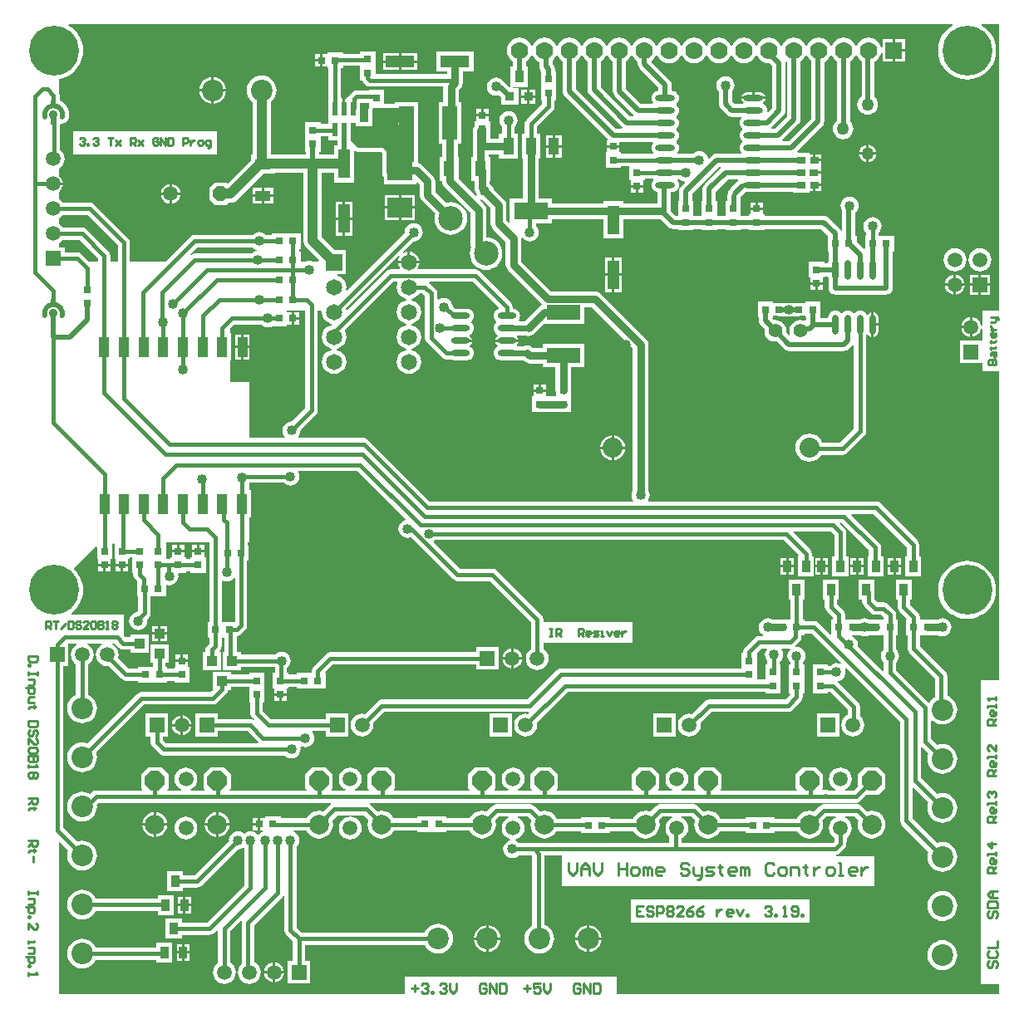
<source format=gtl>
G04*
G04 #@! TF.GenerationSoftware,Altium Limited,Altium Designer,19.1.6 (110)*
G04*
G04 Layer_Physical_Order=1*
G04 Layer_Color=255*
%FSLAX43Y43*%
%MOMM*%
G71*
G01*
G75*
%ADD12C,0.254*%
%ADD22R,0.762X0.762*%
%ADD23R,0.762X0.762*%
%ADD24R,1.016X1.016*%
%ADD25R,1.016X1.016*%
%ADD26R,1.118X1.600*%
%ADD27R,1.524X3.429*%
%ADD28R,0.550X1.450*%
%ADD29R,0.550X1.450*%
%ADD30R,1.200X3.000*%
%ADD31R,3.500X1.750*%
%ADD32R,1.100X1.750*%
%ADD33R,1.100X1.750*%
%ADD34R,3.000X1.200*%
%ADD35O,1.900X0.600*%
%ADD36R,3.429X1.524*%
%ADD37R,0.900X0.700*%
%ADD38O,2.000X0.600*%
%ADD39C,0.889*%
%ADD40R,0.559X1.016*%
%ADD41R,0.610X0.762*%
%ADD42R,2.540X2.032*%
%ADD43R,0.914X0.914*%
%ADD44R,0.914X1.270*%
%ADD45O,0.610X2.032*%
%ADD46R,0.813X1.219*%
%ADD47R,1.000X2.000*%
%ADD48R,1.600X1.118*%
%ADD96C,0.508*%
%ADD97C,0.406*%
%ADD98C,0.762*%
%ADD99C,1.016*%
%ADD100C,0.610*%
%ADD101C,2.200*%
%ADD102R,1.500X1.500*%
%ADD103C,1.500*%
%ADD104R,1.500X1.500*%
%ADD105C,1.500*%
%ADD106R,1.500X1.500*%
%ADD107C,3.000*%
%ADD108C,1.651*%
%ADD109R,1.651X1.651*%
%ADD110C,2.500*%
%ADD111P,1.624X8X22.5*%
%ADD112C,2.032*%
%ADD113C,2.000*%
%ADD114P,2.165X8X112.5*%
%ADD115C,1.270*%
%ADD116C,1.778*%
%ADD117R,1.778X1.778*%
%ADD118C,5.080*%
%ADD119C,1.400*%
%ADD120C,1.016*%
G36*
X72376Y96121D02*
X72584Y95850D01*
X72854Y95643D01*
X73169Y95512D01*
X73508Y95467D01*
X73846Y95512D01*
X74161Y95643D01*
X74431Y95850D01*
X74639Y96121D01*
X74709Y96289D01*
X74846D01*
X74916Y96121D01*
X75124Y95850D01*
X75394Y95643D01*
X75709Y95512D01*
X76048Y95467D01*
X76147Y95481D01*
X76423Y95205D01*
Y90954D01*
X75998Y90529D01*
X75878Y90588D01*
X75890Y90678D01*
X75865Y90862D01*
X75794Y91034D01*
X75681Y91182D01*
X75533Y91295D01*
X75467Y91323D01*
X75453Y91466D01*
X75576Y91549D01*
X75699Y91732D01*
X75717Y91821D01*
X74477D01*
Y91948D01*
D01*
Y91821D01*
X73237D01*
X73255Y91732D01*
X73378Y91549D01*
X73494Y91471D01*
X73455Y91344D01*
X72539D01*
X72294Y91589D01*
Y92584D01*
X72427Y92757D01*
X72519Y92979D01*
X72550Y93218D01*
X72519Y93457D01*
X72427Y93679D01*
X72280Y93870D01*
X72089Y94017D01*
X71867Y94109D01*
X71628Y94140D01*
X71389Y94109D01*
X71167Y94017D01*
X70976Y93870D01*
X70829Y93679D01*
X70737Y93457D01*
X70706Y93218D01*
X70737Y92979D01*
X70829Y92757D01*
X70962Y92584D01*
Y91313D01*
X70962Y91313D01*
X70985Y91141D01*
X71051Y90980D01*
X71157Y90842D01*
X71792Y90207D01*
X71792Y90207D01*
X71930Y90101D01*
X72091Y90035D01*
X72263Y90012D01*
X73212D01*
X73253Y89885D01*
X73160Y89764D01*
X73089Y89592D01*
X73064Y89408D01*
X73089Y89224D01*
X73160Y89052D01*
X73273Y88904D01*
X73340Y88853D01*
Y88693D01*
X73273Y88642D01*
X73160Y88494D01*
X73089Y88322D01*
X73064Y88138D01*
X73089Y87954D01*
X73160Y87782D01*
X73273Y87634D01*
X73340Y87583D01*
Y87423D01*
X73273Y87372D01*
X73160Y87224D01*
X73089Y87052D01*
X73064Y86868D01*
X73089Y86684D01*
X73160Y86512D01*
X73253Y86391D01*
X73212Y86264D01*
X70739D01*
X70739Y86264D01*
X70567Y86241D01*
X70406Y86175D01*
X70268Y86069D01*
X70268Y86069D01*
X69975Y85776D01*
X69855Y85817D01*
X69852Y85837D01*
X69760Y86059D01*
X69613Y86250D01*
X69422Y86397D01*
X69200Y86489D01*
X68961Y86520D01*
X68722Y86489D01*
X68500Y86397D01*
X68327Y86264D01*
X66742D01*
X66701Y86391D01*
X66794Y86512D01*
X66865Y86684D01*
X66890Y86868D01*
X66865Y87052D01*
X66794Y87224D01*
X66681Y87372D01*
X66614Y87423D01*
Y87583D01*
X66681Y87634D01*
X66794Y87782D01*
X66865Y87954D01*
X66890Y88138D01*
X66865Y88322D01*
X66794Y88494D01*
X66681Y88642D01*
X66614Y88693D01*
Y88853D01*
X66681Y88904D01*
X66794Y89052D01*
X66865Y89224D01*
X66890Y89408D01*
X66865Y89592D01*
X66794Y89764D01*
X66681Y89912D01*
X66614Y89963D01*
Y90123D01*
X66681Y90174D01*
X66794Y90322D01*
X66865Y90494D01*
X66890Y90678D01*
X66865Y90862D01*
X66794Y91034D01*
X66681Y91182D01*
X66614Y91233D01*
Y91393D01*
X66681Y91444D01*
X66794Y91592D01*
X66865Y91764D01*
X66890Y91948D01*
X66865Y92132D01*
X66794Y92304D01*
X66681Y92452D01*
X66533Y92565D01*
X66361Y92636D01*
X66177Y92660D01*
X66143D01*
Y93273D01*
X66120Y93445D01*
X66054Y93606D01*
X65948Y93744D01*
X65948Y93744D01*
X64119Y95573D01*
X64130Y95742D01*
X64271Y95850D01*
X64479Y96121D01*
X64549Y96289D01*
X64686D01*
X64756Y96121D01*
X64964Y95850D01*
X65234Y95643D01*
X65549Y95512D01*
X65888Y95467D01*
X66226Y95512D01*
X66541Y95643D01*
X66811Y95850D01*
X67019Y96121D01*
X67089Y96289D01*
X67226D01*
X67296Y96121D01*
X67504Y95850D01*
X67774Y95643D01*
X68089Y95512D01*
X68428Y95467D01*
X68766Y95512D01*
X69081Y95643D01*
X69351Y95850D01*
X69559Y96121D01*
X69629Y96289D01*
X69766D01*
X69836Y96121D01*
X70044Y95850D01*
X70314Y95643D01*
X70629Y95512D01*
X70968Y95467D01*
X71306Y95512D01*
X71621Y95643D01*
X71891Y95850D01*
X72099Y96121D01*
X72169Y96289D01*
X72306D01*
X72376Y96121D01*
D02*
G37*
G36*
X99456Y70255D02*
X97765D01*
Y68754D01*
X97638Y68746D01*
X97625Y68842D01*
X97524Y69086D01*
X97363Y69296D01*
X97153Y69457D01*
X96909Y69558D01*
X96774Y69576D01*
Y68580D01*
Y67584D01*
X96909Y67602D01*
X97153Y67703D01*
X97363Y67864D01*
X97524Y68074D01*
X97625Y68318D01*
X97638Y68414D01*
X97765Y68406D01*
Y67196D01*
X95491D01*
Y64884D01*
X97765D01*
Y64110D01*
X99456D01*
Y32556D01*
X97638D01*
Y22200D01*
Y12294D01*
X97638D01*
Y1626D01*
X99456D01*
Y544D01*
X60517D01*
Y2311D01*
X38964D01*
Y544D01*
X3717D01*
Y16037D01*
X3834Y16085D01*
X4684Y15236D01*
X4611Y14998D01*
X4582Y14703D01*
X4611Y14407D01*
X4698Y14124D01*
X4837Y13862D01*
X5026Y13632D01*
X5255Y13444D01*
X5517Y13304D01*
X5801Y13218D01*
X6096Y13189D01*
X6391Y13218D01*
X6675Y13304D01*
X6937Y13444D01*
X7166Y13632D01*
X7355Y13862D01*
X7494Y14124D01*
X7581Y14407D01*
X7610Y14703D01*
X7581Y14998D01*
X7494Y15282D01*
X7355Y15544D01*
X7166Y15773D01*
X6937Y15961D01*
X6675Y16101D01*
X6391Y16187D01*
X6096Y16216D01*
X5801Y16187D01*
X5563Y16115D01*
X4178Y17500D01*
Y34023D01*
X4712D01*
Y36335D01*
X4839Y36335D01*
X5534D01*
X5560Y36208D01*
X5513Y36189D01*
X5271Y36004D01*
X5086Y35762D01*
X4969Y35481D01*
X4930Y35179D01*
X4969Y34877D01*
X5086Y34596D01*
X5271Y34354D01*
X5474Y34198D01*
Y31086D01*
X5255Y30969D01*
X5026Y30781D01*
X4837Y30551D01*
X4698Y30290D01*
X4611Y30006D01*
X4582Y29710D01*
X4611Y29415D01*
X4698Y29131D01*
X4837Y28869D01*
X5026Y28640D01*
X5255Y28452D01*
X5517Y28312D01*
X5801Y28226D01*
X6096Y28197D01*
X6391Y28226D01*
X6675Y28312D01*
X6937Y28452D01*
X7166Y28640D01*
X7355Y28869D01*
X7494Y29131D01*
X7581Y29415D01*
X7610Y29710D01*
X7581Y30006D01*
X7494Y30290D01*
X7355Y30551D01*
X7166Y30781D01*
X6937Y30969D01*
X6718Y31086D01*
Y34198D01*
X6921Y34354D01*
X7106Y34596D01*
X7223Y34877D01*
X7262Y35179D01*
X7223Y35481D01*
X7106Y35762D01*
X6921Y36004D01*
X6679Y36189D01*
X6632Y36208D01*
X6658Y36335D01*
X8074D01*
X8100Y36208D01*
X8053Y36189D01*
X7811Y36004D01*
X7626Y35762D01*
X7509Y35481D01*
X7470Y35179D01*
X7509Y34877D01*
X7626Y34596D01*
X7811Y34354D01*
X8053Y34169D01*
X8334Y34052D01*
X8636Y34013D01*
X8778Y34031D01*
X10101Y32708D01*
X10303Y32573D01*
X10541Y32525D01*
X11786D01*
Y32360D01*
X14757D01*
Y32525D01*
X15469D01*
Y32360D01*
X17043D01*
Y33934D01*
X16891D01*
Y34417D01*
X16256D01*
X15621D01*
Y33934D01*
X15469D01*
Y33769D01*
X14757D01*
Y33934D01*
X14592D01*
Y34392D01*
X14884D01*
Y36220D01*
X13056D01*
Y34392D01*
X13348D01*
Y33934D01*
X11786D01*
Y33769D01*
X10798D01*
X9741Y34826D01*
X9763Y34877D01*
X9802Y35179D01*
X9763Y35481D01*
X9646Y35762D01*
X9461Y36004D01*
X9219Y36189D01*
X9172Y36208D01*
X9198Y36335D01*
X9395D01*
X9847Y35882D01*
X10049Y35748D01*
X10287Y35700D01*
X11024D01*
Y35408D01*
X12852D01*
Y37236D01*
X11024D01*
Y36944D01*
X10544D01*
X10390Y37098D01*
X10310Y37186D01*
X10310D01*
X10310Y37186D01*
Y39268D01*
X5010D01*
X5001Y39300D01*
X4992Y39395D01*
X5330Y39684D01*
X5632Y40037D01*
X5874Y40432D01*
X6051Y40861D01*
X6160Y41312D01*
X6196Y41774D01*
X6160Y42236D01*
X6051Y42687D01*
X5874Y43116D01*
X5632Y43511D01*
X5330Y43864D01*
X5293Y43896D01*
X5288Y44023D01*
X7477Y46212D01*
X7595Y46164D01*
Y44933D01*
X7747D01*
Y44450D01*
X8382D01*
X9017D01*
Y44933D01*
X9169D01*
Y46482D01*
X9202Y46549D01*
X9264Y46551D01*
X9373Y46437D01*
Y44933D01*
X9525D01*
Y44450D01*
X10160D01*
X10795D01*
Y44933D01*
X10947D01*
Y45098D01*
X11151D01*
Y43536D01*
X11316D01*
Y43307D01*
X11364Y43069D01*
X11498Y42868D01*
X11580Y42786D01*
X11659Y42697D01*
X11659D01*
X11659Y42697D01*
Y41123D01*
X11824D01*
Y39665D01*
X11671Y39512D01*
X11572Y39499D01*
X11350Y39407D01*
X11159Y39260D01*
X11012Y39069D01*
X10920Y38847D01*
X10889Y38608D01*
X10920Y38369D01*
X11012Y38147D01*
X11159Y37956D01*
X11350Y37809D01*
X11572Y37717D01*
X11811Y37686D01*
X12050Y37717D01*
X12272Y37809D01*
X12463Y37956D01*
X12610Y38147D01*
X12702Y38369D01*
X12733Y38608D01*
X12709Y38792D01*
X12885Y38968D01*
X13020Y39170D01*
X13068Y39408D01*
Y41123D01*
X14630D01*
Y42223D01*
X14720Y42283D01*
X14757Y42288D01*
X14986Y42258D01*
X15225Y42289D01*
X15447Y42381D01*
X15638Y42528D01*
X15785Y42719D01*
X15877Y42941D01*
X15908Y43180D01*
X15878Y43409D01*
X15883Y43446D01*
X15943Y43536D01*
X16662D01*
Y43701D01*
X17120D01*
Y43536D01*
X18694D01*
Y45110D01*
X18542D01*
Y45593D01*
X17907D01*
X17272D01*
Y45110D01*
X17120D01*
Y44945D01*
X16662D01*
Y45110D01*
X16510D01*
Y45593D01*
X15875D01*
X15240D01*
Y45110D01*
X15088D01*
Y44945D01*
X14630D01*
Y46482D01*
X14692Y46609D01*
X19063Y46609D01*
Y38506D01*
X18898D01*
Y36932D01*
X19063D01*
Y36325D01*
X18865Y36126D01*
X18730Y35925D01*
X18682Y35687D01*
Y35458D01*
X18390D01*
Y33630D01*
X20218D01*
Y35458D01*
X20120D01*
X20072Y35576D01*
X20125Y35629D01*
X20259Y35830D01*
X20307Y36068D01*
Y36932D01*
X20587D01*
Y35458D01*
X20422D01*
Y33630D01*
X22250D01*
Y33922D01*
X25731D01*
Y33299D01*
X25502D01*
Y31725D01*
X25654D01*
Y31242D01*
X26289D01*
X26924D01*
Y31725D01*
X27076D01*
Y31890D01*
X27915D01*
Y31725D01*
X30886D01*
Y33299D01*
X30886D01*
X30846Y33396D01*
X31626Y34176D01*
X46215D01*
Y33642D01*
X48527D01*
Y35954D01*
X46215D01*
Y35420D01*
X31369D01*
X31131Y35372D01*
X30930Y35237D01*
X29660Y33967D01*
X29525Y33766D01*
X29477Y33528D01*
Y33299D01*
X27915D01*
Y33134D01*
X27076D01*
Y33299D01*
X26974D01*
Y33820D01*
X27068Y33892D01*
X27215Y34083D01*
X27307Y34305D01*
X27338Y34544D01*
X27307Y34783D01*
X27215Y35005D01*
X27068Y35196D01*
X26877Y35343D01*
X26655Y35435D01*
X26416Y35466D01*
X26177Y35435D01*
X25955Y35343D01*
X25764Y35196D01*
X25740Y35166D01*
X22250D01*
Y35458D01*
X21831D01*
Y36932D01*
X21869D01*
Y37103D01*
X22082Y37145D01*
X22284Y37279D01*
X22733Y37729D01*
X22868Y37931D01*
X22915Y38168D01*
Y44747D01*
X23081D01*
Y46322D01*
X22954D01*
Y46609D01*
X23114D01*
X23121Y49140D01*
X23278D01*
Y51952D01*
X23220D01*
X23130Y52042D01*
X23132Y52718D01*
X26629D01*
X26653Y52688D01*
X26844Y52541D01*
X27066Y52449D01*
X27305Y52418D01*
X27544Y52449D01*
X27766Y52541D01*
X27957Y52688D01*
X28104Y52879D01*
X28196Y53101D01*
X28227Y53340D01*
X28196Y53579D01*
X28110Y53785D01*
X28159Y53912D01*
X34172D01*
X39064Y49020D01*
X39023Y48899D01*
X39004Y48897D01*
X38782Y48805D01*
X38591Y48658D01*
X38444Y48467D01*
X38352Y48245D01*
X38321Y48006D01*
X38352Y47767D01*
X38444Y47545D01*
X38591Y47354D01*
X38782Y47207D01*
X39004Y47115D01*
X39243Y47084D01*
X39482Y47115D01*
X39600Y47164D01*
X43896Y42868D01*
X44098Y42733D01*
X44336Y42685D01*
X47622D01*
X51829Y38478D01*
Y35779D01*
X51626Y35623D01*
X51441Y35381D01*
X51324Y35100D01*
X51285Y34798D01*
X51324Y34496D01*
X51441Y34215D01*
X51626Y33973D01*
X51868Y33788D01*
X52149Y33671D01*
X52451Y33632D01*
X52753Y33671D01*
X53034Y33788D01*
X53276Y33973D01*
X53461Y34215D01*
X53578Y34496D01*
X53617Y34798D01*
X53578Y35100D01*
X53461Y35381D01*
X53276Y35623D01*
X53073Y35779D01*
Y36424D01*
X62126D01*
Y38506D01*
X53073D01*
Y38735D01*
X53025Y38973D01*
X52890Y39174D01*
X48319Y43746D01*
X48117Y43881D01*
X47879Y43929D01*
X44593D01*
X41927Y46595D01*
X41942Y46760D01*
X42054Y46846D01*
X42078Y46876D01*
X77550D01*
X79101Y45326D01*
X79048Y45199D01*
X79007D01*
Y43167D01*
X80632D01*
Y45199D01*
X80441D01*
Y45486D01*
X80394Y45724D01*
X80259Y45926D01*
X78537Y47648D01*
X78585Y47765D01*
X82293D01*
X82703Y47355D01*
Y45199D01*
X82512D01*
Y43167D01*
X84137D01*
Y45199D01*
X83946D01*
Y47612D01*
X83899Y47850D01*
X83764Y48052D01*
X83302Y48514D01*
X83349Y48635D01*
X83445Y48645D01*
X86246Y45844D01*
Y45199D01*
X86119D01*
Y43167D01*
X87744D01*
Y45199D01*
X87490D01*
Y46101D01*
X87442Y46339D01*
X87308Y46541D01*
X84422Y49426D01*
X84470Y49543D01*
X86738D01*
X90120Y46161D01*
Y45199D01*
X89929D01*
Y43167D01*
X91554D01*
Y45199D01*
X91363D01*
Y46418D01*
X91316Y46656D01*
X91181Y46858D01*
X87435Y50604D01*
X87233Y50739D01*
X86995Y50787D01*
X63791D01*
X63734Y50900D01*
X63791Y50974D01*
X63883Y51196D01*
X63914Y51435D01*
X63883Y51674D01*
X63791Y51896D01*
X63786Y51902D01*
Y54864D01*
Y66787D01*
X63786Y66787D01*
X63773Y66889D01*
X63759Y66992D01*
X63726Y67072D01*
X63680Y67184D01*
X63554Y67348D01*
X63554Y67348D01*
X58915Y71986D01*
X58751Y72113D01*
X58559Y72192D01*
X58457Y72205D01*
X58354Y72219D01*
X58354Y72219D01*
X53872D01*
X50832Y75259D01*
Y77597D01*
X50826Y77646D01*
X50947Y77697D01*
X51037Y77580D01*
X51228Y77433D01*
X51450Y77341D01*
X51689Y77310D01*
X51928Y77341D01*
X52150Y77433D01*
X52341Y77580D01*
X52488Y77771D01*
X52580Y77993D01*
X52611Y78232D01*
X52580Y78471D01*
X52488Y78693D01*
X52341Y78884D01*
X52311Y78908D01*
Y79112D01*
X53972D01*
Y79599D01*
X59192D01*
Y77602D01*
X61204D01*
Y79599D01*
X65001D01*
X65823Y78777D01*
X65823Y78777D01*
X65961Y78671D01*
X66122Y78605D01*
X66294Y78582D01*
X66294Y78582D01*
X66777D01*
Y78461D01*
X68351D01*
Y78582D01*
X69190D01*
Y78461D01*
X70764D01*
Y78582D01*
X71603D01*
Y78461D01*
X73177D01*
Y78582D01*
X74016D01*
Y78461D01*
X75590D01*
Y78582D01*
X81385D01*
X81976Y77991D01*
X82017Y77876D01*
X82017D01*
X82017Y77876D01*
Y76302D01*
X82138D01*
Y75384D01*
X82111Y75319D01*
X82087Y75133D01*
Y75088D01*
X81686D01*
Y75209D01*
X80112D01*
Y73635D01*
X80264D01*
Y73152D01*
X80899D01*
X81534D01*
Y73635D01*
X81686D01*
Y73756D01*
X82087D01*
Y73711D01*
X82111Y73525D01*
X82138Y73460D01*
Y72561D01*
X82161Y72388D01*
X82227Y72228D01*
X82333Y72090D01*
X82471Y71984D01*
X82632Y71917D01*
X82804Y71894D01*
X88011D01*
X88183Y71917D01*
X88344Y71984D01*
X88482Y72090D01*
X88588Y72228D01*
X88654Y72388D01*
X88677Y72561D01*
Y76302D01*
X88798D01*
Y77876D01*
X87236D01*
Y78191D01*
X87266Y78215D01*
X87413Y78406D01*
X87505Y78628D01*
X87536Y78867D01*
X87505Y79106D01*
X87413Y79328D01*
X87266Y79519D01*
X87075Y79666D01*
X86853Y79758D01*
X86614Y79789D01*
X86375Y79758D01*
X86153Y79666D01*
X85962Y79519D01*
X85815Y79328D01*
X85723Y79106D01*
X85692Y78867D01*
X85723Y78628D01*
X85815Y78406D01*
X85962Y78215D01*
X85992Y78191D01*
Y77876D01*
X85827D01*
Y76585D01*
X85700Y76532D01*
X84988Y77244D01*
Y77876D01*
X84867D01*
Y80272D01*
X84917Y80310D01*
X85063Y80501D01*
X85155Y80724D01*
X85187Y80963D01*
X85155Y81201D01*
X85063Y81424D01*
X84917Y81615D01*
X84726Y81761D01*
X84503Y81853D01*
X84265Y81885D01*
X84026Y81853D01*
X83803Y81761D01*
X83612Y81615D01*
X83466Y81424D01*
X83374Y81201D01*
X83342Y80963D01*
X83374Y80724D01*
X83466Y80501D01*
X83535Y80411D01*
Y78398D01*
X83408Y78373D01*
X83381Y78438D01*
X83275Y78576D01*
X83275Y78576D01*
X82132Y79719D01*
X81994Y79825D01*
X81833Y79891D01*
X81661Y79914D01*
X81661Y79914D01*
X75590D01*
Y80035D01*
X75438D01*
Y80518D01*
X74803D01*
X74168D01*
Y80035D01*
X74016D01*
Y79914D01*
X73177D01*
Y81432D01*
X73173D01*
Y81883D01*
X73652Y82362D01*
X73777Y82345D01*
X75177D01*
X75361Y82370D01*
X75415Y82392D01*
X78519D01*
Y82302D01*
X80231D01*
Y82454D01*
X80548D01*
Y83058D01*
X80675D01*
Y83185D01*
X81379D01*
Y83662D01*
X81379D01*
X81349Y83724D01*
Y84201D01*
X80645D01*
Y84455D01*
X81349D01*
Y84932D01*
X81379Y84994D01*
X81379D01*
Y85471D01*
X80675D01*
Y85598D01*
X80548D01*
Y86202D01*
X80231D01*
Y86354D01*
X78967D01*
X78914Y86481D01*
X81497Y89064D01*
X81497Y89064D01*
X81603Y89202D01*
X81669Y89363D01*
X81692Y89535D01*
X81692Y89535D01*
Y95606D01*
X81781Y95643D01*
X82051Y95850D01*
X82259Y96121D01*
X82329Y96289D01*
X82466D01*
X82536Y96121D01*
X82744Y95850D01*
X82971Y95676D01*
Y89598D01*
X82863Y89516D01*
X82696Y89298D01*
X82591Y89045D01*
X82556Y88773D01*
X82591Y88501D01*
X82696Y88248D01*
X82863Y88030D01*
X83081Y87863D01*
X83334Y87758D01*
X83606Y87723D01*
X83878Y87758D01*
X84131Y87863D01*
X84349Y88030D01*
X84516Y88248D01*
X84621Y88501D01*
X84656Y88773D01*
X84621Y89045D01*
X84516Y89298D01*
X84349Y89516D01*
X84303Y89551D01*
Y95635D01*
X84321Y95643D01*
X84591Y95850D01*
X84799Y96121D01*
X84869Y96289D01*
X85006D01*
X85076Y96121D01*
X85284Y95850D01*
X85491Y95691D01*
Y92114D01*
X85363Y92016D01*
X85196Y91798D01*
X85091Y91545D01*
X85056Y91273D01*
X85091Y91001D01*
X85196Y90748D01*
X85363Y90530D01*
X85581Y90363D01*
X85834Y90258D01*
X86106Y90223D01*
X86378Y90258D01*
X86631Y90363D01*
X86849Y90530D01*
X87016Y90748D01*
X87121Y91001D01*
X87156Y91273D01*
X87121Y91545D01*
X87016Y91798D01*
X86849Y92016D01*
X86823Y92036D01*
Y95627D01*
X86861Y95643D01*
X87131Y95850D01*
X87339Y96121D01*
X87470Y96436D01*
X87478Y96496D01*
X87605Y96488D01*
Y95631D01*
X88621D01*
Y96774D01*
Y97917D01*
X87605D01*
Y97060D01*
X87478Y97052D01*
X87470Y97112D01*
X87339Y97427D01*
X87131Y97698D01*
X86861Y97906D01*
X86546Y98036D01*
X86208Y98081D01*
X85869Y98036D01*
X85554Y97906D01*
X85284Y97698D01*
X85076Y97427D01*
X85006Y97259D01*
X84869D01*
X84799Y97427D01*
X84591Y97698D01*
X84321Y97906D01*
X84006Y98036D01*
X83668Y98081D01*
X83329Y98036D01*
X83014Y97906D01*
X82744Y97698D01*
X82536Y97427D01*
X82466Y97259D01*
X82329D01*
X82259Y97427D01*
X82051Y97698D01*
X81781Y97906D01*
X81466Y98036D01*
X81128Y98081D01*
X80789Y98036D01*
X80474Y97906D01*
X80204Y97698D01*
X79996Y97427D01*
X79926Y97259D01*
X79789D01*
X79719Y97427D01*
X79511Y97698D01*
X79241Y97906D01*
X78926Y98036D01*
X78588Y98081D01*
X78249Y98036D01*
X77934Y97906D01*
X77664Y97698D01*
X77456Y97427D01*
X77386Y97259D01*
X77249D01*
X77179Y97427D01*
X76971Y97698D01*
X76701Y97906D01*
X76386Y98036D01*
X76048Y98081D01*
X75709Y98036D01*
X75394Y97906D01*
X75124Y97698D01*
X74916Y97427D01*
X74846Y97259D01*
X74709D01*
X74639Y97427D01*
X74431Y97698D01*
X74161Y97906D01*
X73846Y98036D01*
X73508Y98081D01*
X73169Y98036D01*
X72854Y97906D01*
X72584Y97698D01*
X72376Y97427D01*
X72306Y97259D01*
X72169D01*
X72099Y97427D01*
X71891Y97698D01*
X71621Y97906D01*
X71306Y98036D01*
X70968Y98081D01*
X70629Y98036D01*
X70314Y97906D01*
X70044Y97698D01*
X69836Y97427D01*
X69766Y97259D01*
X69629D01*
X69559Y97427D01*
X69351Y97698D01*
X69081Y97906D01*
X68766Y98036D01*
X68428Y98081D01*
X68089Y98036D01*
X67774Y97906D01*
X67504Y97698D01*
X67296Y97427D01*
X67226Y97259D01*
X67089D01*
X67019Y97427D01*
X66811Y97698D01*
X66541Y97906D01*
X66226Y98036D01*
X65888Y98081D01*
X65549Y98036D01*
X65234Y97906D01*
X64964Y97698D01*
X64756Y97427D01*
X64686Y97259D01*
X64549D01*
X64479Y97427D01*
X64271Y97698D01*
X64001Y97906D01*
X63686Y98036D01*
X63348Y98081D01*
X63009Y98036D01*
X62694Y97906D01*
X62424Y97698D01*
X62216Y97427D01*
X62146Y97259D01*
X62009D01*
X61939Y97427D01*
X61731Y97698D01*
X61461Y97906D01*
X61146Y98036D01*
X60808Y98081D01*
X60469Y98036D01*
X60154Y97906D01*
X59884Y97698D01*
X59676Y97427D01*
X59606Y97259D01*
X59469D01*
X59399Y97427D01*
X59191Y97698D01*
X58921Y97906D01*
X58606Y98036D01*
X58268Y98081D01*
X57929Y98036D01*
X57614Y97906D01*
X57344Y97698D01*
X57136Y97427D01*
X57066Y97259D01*
X56929D01*
X56859Y97427D01*
X56651Y97698D01*
X56381Y97906D01*
X56066Y98036D01*
X55728Y98081D01*
X55389Y98036D01*
X55074Y97906D01*
X54804Y97698D01*
X54596Y97427D01*
X54526Y97259D01*
X54389D01*
X54319Y97427D01*
X54111Y97698D01*
X53841Y97906D01*
X53526Y98036D01*
X53188Y98081D01*
X52849Y98036D01*
X52534Y97906D01*
X52264Y97698D01*
X52056Y97427D01*
X51986Y97259D01*
X51849D01*
X51779Y97427D01*
X51571Y97698D01*
X51301Y97906D01*
X50986Y98036D01*
X50648Y98081D01*
X50309Y98036D01*
X49994Y97906D01*
X49724Y97698D01*
X49516Y97427D01*
X49386Y97112D01*
X49341Y96774D01*
X49386Y96436D01*
X49516Y96121D01*
X49724Y95850D01*
X49962Y95667D01*
Y95148D01*
X49746D01*
Y93184D01*
X49746Y93108D01*
X49626Y93048D01*
X49209Y93465D01*
X49071Y93571D01*
X49032Y93587D01*
X48912Y93743D01*
X48721Y93890D01*
X48499Y93982D01*
X48260Y94013D01*
X48021Y93982D01*
X47799Y93890D01*
X47608Y93743D01*
X47461Y93552D01*
X47369Y93330D01*
X47338Y93091D01*
X47369Y92852D01*
X47461Y92630D01*
X47608Y92439D01*
X47799Y92292D01*
X48021Y92200D01*
X48260Y92169D01*
X48499Y92200D01*
X48563Y92227D01*
X48793Y91997D01*
Y91211D01*
X50521D01*
Y92939D01*
X49866D01*
X49937Y93066D01*
X51473D01*
Y95148D01*
X51295D01*
Y95640D01*
X51301Y95643D01*
X51571Y95850D01*
X51779Y96121D01*
X51849Y96289D01*
X51986D01*
X52056Y96121D01*
X52264Y95850D01*
X52534Y95642D01*
X52674Y95585D01*
Y95123D01*
X52674Y95123D01*
X52697Y94951D01*
X52763Y94790D01*
X52787Y94759D01*
X52807Y94640D01*
X52807Y94640D01*
X52807Y94640D01*
Y93066D01*
Y91669D01*
X52972D01*
Y91316D01*
X51376Y89720D01*
X51242Y89519D01*
X51194Y89281D01*
Y88274D01*
X50860D01*
Y85712D01*
X51022D01*
Y81674D01*
X49660D01*
Y79278D01*
X49533Y79226D01*
X49308Y79450D01*
Y81026D01*
X49281Y81232D01*
X49202Y81423D01*
X49076Y81588D01*
X49076Y81588D01*
X48009Y82654D01*
X48008Y82662D01*
X47916Y82884D01*
X47769Y83075D01*
X47637Y83177D01*
Y83503D01*
X47663D01*
Y85915D01*
X47492D01*
Y86199D01*
X48560D01*
Y85712D01*
X50472D01*
Y88274D01*
X50138D01*
Y88976D01*
X50182Y89010D01*
X50329Y89201D01*
X50421Y89423D01*
X50452Y89662D01*
X50421Y89901D01*
X50329Y90123D01*
X50182Y90314D01*
X49991Y90461D01*
X49769Y90553D01*
X49530Y90584D01*
X49291Y90553D01*
X49069Y90461D01*
X48878Y90314D01*
X48731Y90123D01*
X48639Y89901D01*
X48608Y89662D01*
X48639Y89423D01*
X48731Y89201D01*
X48878Y89010D01*
X48894Y88997D01*
Y88274D01*
X48560D01*
Y87787D01*
X47657D01*
Y88773D01*
X47650Y88825D01*
Y89560D01*
X47498D01*
Y90043D01*
X46863D01*
X46228D01*
Y89560D01*
X46076D01*
Y89090D01*
X46010Y89005D01*
X45931Y88813D01*
X45904Y88608D01*
Y85915D01*
X45733D01*
Y83503D01*
X46049D01*
Y82766D01*
X46076Y82560D01*
X46155Y82369D01*
X46212Y82295D01*
X46226Y82184D01*
X46302Y82001D01*
X46195Y81929D01*
X44437Y83686D01*
Y85915D01*
X44355D01*
Y87287D01*
X44729D01*
Y91529D01*
X44482D01*
Y92762D01*
X44637Y92916D01*
X44637Y92916D01*
X44763Y93081D01*
X44842Y93272D01*
X44869Y93478D01*
Y94625D01*
X45981D01*
Y96637D01*
X42169D01*
Y94625D01*
X43281D01*
Y94348D01*
X35966D01*
Y95098D01*
Y96672D01*
X34392D01*
Y96443D01*
X32664D01*
Y96545D01*
X31090D01*
Y96393D01*
X30607D01*
Y95758D01*
Y95123D01*
X31090D01*
Y94971D01*
X31194D01*
Y91995D01*
X31135D01*
Y89733D01*
Y89268D01*
X30378D01*
Y89433D01*
X28804D01*
Y87859D01*
Y86462D01*
X28925D01*
Y86145D01*
X25306D01*
Y91518D01*
X25454Y91640D01*
X25643Y91869D01*
X25782Y92131D01*
X25869Y92415D01*
X25898Y92710D01*
X25869Y93005D01*
X25782Y93289D01*
X25643Y93551D01*
X25454Y93780D01*
X25225Y93969D01*
X24963Y94108D01*
X24679Y94195D01*
X24384Y94224D01*
X24089Y94195D01*
X23805Y94108D01*
X23543Y93969D01*
X23314Y93780D01*
X23125Y93551D01*
X22986Y93289D01*
X22899Y93005D01*
X22870Y92710D01*
X22899Y92415D01*
X22986Y92131D01*
X23125Y91869D01*
X23314Y91640D01*
X23462Y91518D01*
Y86144D01*
X23305D01*
Y85569D01*
X20916Y83180D01*
X20771Y83325D01*
X19615D01*
X19037Y82747D01*
Y81591D01*
X19615Y81013D01*
X20771D01*
X21005Y81247D01*
X21209D01*
X21448Y81278D01*
X21670Y81370D01*
X21861Y81517D01*
X24558Y84214D01*
X25718D01*
Y84301D01*
X28669D01*
Y77343D01*
X28700Y77104D01*
X28792Y76882D01*
X28939Y76691D01*
X30238Y75392D01*
X30189Y75274D01*
X29541D01*
X29449Y75313D01*
X29210Y75344D01*
X28971Y75313D01*
X28879Y75274D01*
X28346D01*
Y76225D01*
X28181D01*
Y76556D01*
X28346D01*
Y78130D01*
X25375D01*
Y77965D01*
X24806D01*
X24782Y77995D01*
X24591Y78142D01*
X24369Y78234D01*
X24130Y78265D01*
X23891Y78234D01*
X23669Y78142D01*
X23478Y77995D01*
X23454Y77965D01*
X17526D01*
X17288Y77917D01*
X17087Y77783D01*
X14578Y75274D01*
X10954D01*
Y77171D01*
X10906Y77409D01*
X10771Y77610D01*
X7298Y81085D01*
X7096Y81219D01*
X6858Y81267D01*
X4116D01*
X3960Y81470D01*
X3718Y81655D01*
X3717Y81656D01*
Y82366D01*
X3851Y82469D01*
X4012Y82679D01*
X4113Y82923D01*
X4131Y83058D01*
X3135D01*
Y83312D01*
X4131D01*
X4113Y83447D01*
X4012Y83691D01*
X3851Y83901D01*
X3717Y84004D01*
Y84714D01*
X3718Y84715D01*
X3960Y84900D01*
X4145Y85142D01*
X4262Y85423D01*
X4302Y85725D01*
X4262Y86027D01*
X4145Y86308D01*
X3960Y86550D01*
X3860Y86626D01*
Y88811D01*
X3861D01*
Y89232D01*
X3988Y89340D01*
X4058Y89331D01*
X4231Y89353D01*
X4391Y89420D01*
X4529Y89526D01*
X4635Y89664D01*
X4702Y89824D01*
X4702D01*
X4727Y89925D01*
X4729Y89946D01*
X4757Y90233D01*
X4727Y90542D01*
X4637Y90839D01*
X4491Y91113D01*
X4294Y91352D01*
X4054Y91549D01*
X3781Y91695D01*
X3779Y91696D01*
X3797Y91783D01*
Y92202D01*
X3749Y92440D01*
X3717Y92488D01*
Y93858D01*
X4154Y93963D01*
X4582Y94141D01*
X4978Y94383D01*
X5330Y94684D01*
X5632Y95037D01*
X5874Y95432D01*
X6051Y95861D01*
X6160Y96312D01*
X6196Y96774D01*
X6160Y97236D01*
X6051Y97687D01*
X5874Y98116D01*
X5632Y98511D01*
X5330Y98864D01*
X4978Y99165D01*
X4710Y99329D01*
X4746Y99456D01*
X94735D01*
X94771Y99329D01*
X94503Y99165D01*
X94151Y98864D01*
X93850Y98511D01*
X93607Y98116D01*
X93430Y97687D01*
X93321Y97236D01*
X93285Y96774D01*
X93321Y96312D01*
X93430Y95861D01*
X93607Y95432D01*
X93850Y95037D01*
X94151Y94684D01*
X94503Y94383D01*
X94899Y94141D01*
X95327Y93963D01*
X95778Y93855D01*
X96241Y93819D01*
X96703Y93855D01*
X97154Y93963D01*
X97582Y94141D01*
X97978Y94383D01*
X98330Y94684D01*
X98632Y95037D01*
X98874Y95432D01*
X99051Y95861D01*
X99160Y96312D01*
X99196Y96774D01*
X99160Y97236D01*
X99051Y97687D01*
X98874Y98116D01*
X98632Y98511D01*
X98330Y98864D01*
X97978Y99165D01*
X97710Y99329D01*
X97746Y99456D01*
X99456D01*
Y70255D01*
D02*
G37*
G36*
X62216Y96121D02*
X62424Y95850D01*
X62694Y95643D01*
X62707Y95637D01*
Y95377D01*
X62707Y95377D01*
X62730Y95205D01*
X62796Y95044D01*
X62902Y94906D01*
X64811Y92997D01*
Y92660D01*
X64777D01*
X64593Y92636D01*
X64421Y92565D01*
X64273Y92452D01*
X64160Y92304D01*
X64089Y92132D01*
X64064Y91948D01*
X64089Y91764D01*
X64160Y91592D01*
X64253Y91471D01*
X64212Y91344D01*
X63014D01*
X61499Y92859D01*
Y95672D01*
X61731Y95850D01*
X61939Y96121D01*
X62009Y96289D01*
X62146D01*
X62216Y96121D01*
D02*
G37*
G36*
X59676D02*
X59884Y95850D01*
X60154Y95643D01*
X60167Y95637D01*
Y92583D01*
X60167Y92583D01*
X60190Y92411D01*
X60256Y92250D01*
X60362Y92112D01*
X62267Y90207D01*
X62267Y90207D01*
X62275Y90201D01*
X62232Y90074D01*
X61871D01*
X58934Y93011D01*
Y95652D01*
X59191Y95850D01*
X59399Y96121D01*
X59469Y96289D01*
X59606D01*
X59676Y96121D01*
D02*
G37*
G36*
X39878Y89610D02*
X39759Y89580D01*
X39693Y89741D01*
X39587Y89879D01*
X39449Y89985D01*
X39288Y90051D01*
X39116Y90074D01*
X38944Y90051D01*
X38783Y89985D01*
X38645Y89879D01*
X38518Y89752D01*
X38412Y89614D01*
X38346Y89453D01*
X38323Y89281D01*
X38346Y89109D01*
X38412Y88948D01*
X38518Y88810D01*
X38656Y88704D01*
X38817Y88638D01*
X38989Y88615D01*
X39161Y88638D01*
X39322Y88704D01*
X39460Y88810D01*
X39587Y88937D01*
X39693Y89075D01*
X39759Y89236D01*
X39878Y89206D01*
Y85376D01*
X38481D01*
X38275Y85349D01*
X38084Y85270D01*
X37919Y85144D01*
X37793Y84979D01*
X37714Y84788D01*
X37687Y84582D01*
X37714Y84376D01*
X37743Y84307D01*
X37672Y84201D01*
X37084D01*
X37084Y86487D01*
X36703Y86868D01*
X34163D01*
X33447Y87584D01*
Y89055D01*
X33574Y89108D01*
X33655Y89027D01*
X35687D01*
Y90805D01*
X35814Y90932D01*
X39878D01*
Y89610D01*
D02*
G37*
G36*
X35281Y91161D02*
Y90845D01*
X35273Y90805D01*
Y89441D01*
X34397D01*
Y89845D01*
X34397D01*
Y90876D01*
X34409Y90936D01*
Y91453D01*
X35281D01*
Y91161D01*
D02*
G37*
G36*
X77922Y95618D02*
Y90040D01*
X76686Y88804D01*
X76320D01*
X76277Y88931D01*
X76308Y88955D01*
X77560Y90207D01*
X77560Y90207D01*
X77666Y90345D01*
X77732Y90506D01*
X77755Y90678D01*
Y95481D01*
X77755Y95481D01*
X77741Y95587D01*
X77854Y95663D01*
X77922Y95618D01*
D02*
G37*
G36*
X57066Y96289D02*
X57136Y96121D01*
X57344Y95850D01*
X57602Y95652D01*
Y92735D01*
X57602Y92735D01*
X57624Y92563D01*
X57691Y92402D01*
X57797Y92264D01*
X61124Y88937D01*
X61124Y88937D01*
X61132Y88931D01*
X61089Y88804D01*
X60474D01*
X56394Y92884D01*
Y95652D01*
X56651Y95850D01*
X56859Y96121D01*
X56929Y96289D01*
X57066D01*
D02*
G37*
G36*
X79996Y96121D02*
X80204Y95850D01*
X80360Y95730D01*
Y89811D01*
X78083Y87534D01*
X77468D01*
X77425Y87661D01*
X77433Y87667D01*
X79059Y89293D01*
X79059Y89293D01*
X79164Y89431D01*
X79231Y89591D01*
X79254Y89764D01*
X79254Y89764D01*
Y95652D01*
X79511Y95850D01*
X79719Y96121D01*
X79789Y96289D01*
X79926D01*
X79996Y96121D01*
D02*
G37*
G36*
X54596Y96121D02*
X54804Y95850D01*
X55062Y95652D01*
Y92608D01*
X55061Y92608D01*
X55084Y92436D01*
X55151Y92275D01*
X55257Y92137D01*
X59637Y87757D01*
X59584Y87630D01*
X59563D01*
Y87122D01*
X60198D01*
X60833D01*
Y87472D01*
X64212D01*
X64253Y87345D01*
X64160Y87224D01*
X64089Y87052D01*
X64064Y86868D01*
X64089Y86684D01*
X64160Y86512D01*
X64273Y86364D01*
X64296Y86347D01*
X64253Y86220D01*
X60985D01*
Y86385D01*
X60833D01*
Y86868D01*
X60198D01*
X59563D01*
Y86385D01*
X59411D01*
Y84811D01*
X60985D01*
Y84976D01*
X61824D01*
Y83541D01*
X61976D01*
Y83058D01*
X62611D01*
X63246D01*
Y83541D01*
X63398D01*
Y83706D01*
X64253D01*
X64296Y83579D01*
X64273Y83562D01*
X64160Y83414D01*
X64089Y83242D01*
X64064Y83058D01*
X64089Y82874D01*
X64160Y82702D01*
X64273Y82554D01*
X64421Y82441D01*
X64593Y82370D01*
X64739Y82351D01*
Y81187D01*
X61204D01*
Y81414D01*
X59192D01*
Y81187D01*
X53972D01*
Y81674D01*
X52610D01*
Y85712D01*
X52772D01*
Y88274D01*
X52438D01*
Y89024D01*
X54034Y90619D01*
X54168Y90821D01*
X54216Y91059D01*
Y91669D01*
X54381D01*
Y93066D01*
Y94640D01*
X54260D01*
Y94869D01*
X54260Y94869D01*
X54237Y95041D01*
X54171Y95202D01*
X54065Y95340D01*
X54065Y95340D01*
X54006Y95399D01*
Y95769D01*
X54111Y95850D01*
X54319Y96121D01*
X54389Y96289D01*
X54526D01*
X54596Y96121D01*
D02*
G37*
G36*
X31135Y87583D02*
X32100D01*
Y87129D01*
X31760D01*
Y86145D01*
X30257D01*
Y86462D01*
X30378D01*
Y87859D01*
Y88024D01*
X31135D01*
Y87583D01*
D02*
G37*
G36*
X72981Y83535D02*
X72783Y83383D01*
X72783Y83383D01*
X72786Y83380D01*
X72274Y82868D01*
X72183Y82783D01*
X72182Y82782D01*
X72108Y82686D01*
X71994Y82538D01*
X71877Y82254D01*
X71837Y81949D01*
X71841D01*
X71841Y81949D01*
Y81432D01*
X71603D01*
Y79914D01*
X70764D01*
Y81432D01*
X70643D01*
Y82401D01*
X71904Y83662D01*
X72938D01*
X72981Y83535D01*
D02*
G37*
G36*
X71099Y84909D02*
X71125Y84860D01*
X71145Y84787D01*
X69506Y83148D01*
X69400Y83010D01*
X69334Y82849D01*
X69311Y82677D01*
X69311Y82677D01*
Y81432D01*
X69190D01*
Y79914D01*
X68351D01*
Y81432D01*
X68230D01*
Y82147D01*
X71003Y84920D01*
X71099Y84909D01*
D02*
G37*
G36*
X67103Y83529D02*
X67325Y83437D01*
X67441Y83422D01*
X67487Y83288D01*
X67093Y82894D01*
X66987Y82756D01*
X66921Y82595D01*
X66898Y82423D01*
X66898Y82423D01*
Y81432D01*
X66777D01*
Y79914D01*
X66570D01*
X66071Y80413D01*
Y82345D01*
X66177D01*
X66361Y82370D01*
X66533Y82441D01*
X66681Y82554D01*
X66794Y82702D01*
X66865Y82874D01*
X66890Y83058D01*
X66865Y83242D01*
X66794Y83414D01*
X66701Y83535D01*
X66742Y83662D01*
X66930D01*
X67103Y83529D01*
D02*
G37*
G36*
X34392Y93701D02*
X34622D01*
X34739Y93525D01*
X34978Y93286D01*
X35179Y93152D01*
X35417Y93104D01*
X42882D01*
X42894Y93091D01*
X42894Y93091D01*
Y91529D01*
X42393D01*
Y87287D01*
X42767D01*
Y85915D01*
X42507D01*
Y83503D01*
X42668D01*
X42767Y83439D01*
X42794Y83233D01*
X42873Y83042D01*
X42999Y82877D01*
X45688Y80189D01*
Y76835D01*
X45688Y76835D01*
X45705Y76705D01*
X45612Y76398D01*
X45580Y76073D01*
X45612Y75748D01*
X45706Y75436D01*
X45860Y75148D01*
X46067Y74896D01*
X46319Y74689D01*
X46607Y74535D01*
X46919Y74441D01*
X47244Y74409D01*
X47569Y74441D01*
X47881Y74535D01*
X48169Y74689D01*
X48421Y74896D01*
X48628Y75148D01*
X48782Y75436D01*
X48876Y75748D01*
X48908Y76073D01*
X48876Y76398D01*
X48782Y76710D01*
X48628Y76998D01*
X48421Y77250D01*
X48169Y77457D01*
X47881Y77611D01*
X47569Y77705D01*
X47276Y77734D01*
Y80518D01*
X47276Y80518D01*
X47249Y80724D01*
X47170Y80915D01*
X47044Y81080D01*
X47044Y81080D01*
X46623Y81501D01*
X46694Y81608D01*
X46878Y81532D01*
X46886Y81531D01*
X47720Y80697D01*
Y79121D01*
X47720Y79121D01*
X47747Y78915D01*
X47826Y78724D01*
X47952Y78559D01*
X49244Y77268D01*
Y74930D01*
X49244Y74930D01*
X49271Y74724D01*
X49350Y74533D01*
X49476Y74368D01*
X52886Y70958D01*
X52892Y70933D01*
X52857Y70809D01*
X52816Y70792D01*
X52651Y70666D01*
X52651Y70666D01*
X51156Y69170D01*
X50616D01*
X50554Y69297D01*
X50607Y69367D01*
X50678Y69539D01*
X50702Y69723D01*
X50678Y69907D01*
X50607Y70079D01*
X50494Y70227D01*
X50346Y70340D01*
X50174Y70411D01*
X49990Y70436D01*
X49962D01*
Y70633D01*
X49914Y70870D01*
X49779Y71072D01*
X46562Y74290D01*
X46360Y74425D01*
X46122Y74472D01*
X40328D01*
X40272Y74586D01*
X40313Y74640D01*
X40422Y74902D01*
X40442Y75057D01*
X38298D01*
X38318Y74902D01*
X38427Y74640D01*
X38468Y74586D01*
X38412Y74472D01*
X37528D01*
X37291Y74425D01*
X37089Y74290D01*
X33111Y70312D01*
X32985Y70354D01*
X32968Y70443D01*
X38325Y75800D01*
X38427Y75728D01*
X38318Y75466D01*
X38298Y75311D01*
X39243D01*
Y76256D01*
X39088Y76236D01*
X38826Y76127D01*
X38754Y76229D01*
X39840Y77315D01*
X39878Y77310D01*
X40117Y77341D01*
X40339Y77433D01*
X40530Y77580D01*
X40677Y77771D01*
X40769Y77993D01*
X40800Y78232D01*
X40769Y78471D01*
X40677Y78693D01*
X40530Y78884D01*
X40339Y79031D01*
X40117Y79123D01*
X39878Y79154D01*
X39639Y79123D01*
X39417Y79031D01*
X39226Y78884D01*
X39079Y78693D01*
X38987Y78471D01*
X38956Y78232D01*
X38961Y78194D01*
X33077Y72310D01*
X32956Y72369D01*
X32993Y72644D01*
X32950Y72966D01*
X32826Y73265D01*
X32629Y73523D01*
X32371Y73720D01*
X32118Y73825D01*
X32143Y73952D01*
X32982D01*
Y76416D01*
X31822D01*
X30513Y77725D01*
Y84301D01*
X31760D01*
Y83317D01*
X33772D01*
Y86510D01*
X33899Y86555D01*
X34004Y86485D01*
X34163Y86454D01*
X36531D01*
X36670Y86315D01*
X36670Y84201D01*
X36701Y84042D01*
X36791Y83908D01*
X36805Y83899D01*
Y83160D01*
X40157D01*
Y83268D01*
X40275Y83316D01*
X40481Y83110D01*
Y82042D01*
X40481Y82042D01*
X40508Y81836D01*
X40587Y81645D01*
X40713Y81480D01*
X42062Y80131D01*
X42019Y79990D01*
X41987Y79665D01*
X42019Y79340D01*
X42114Y79028D01*
X42268Y78740D01*
X42475Y78488D01*
X42727Y78281D01*
X43015Y78127D01*
X43327Y78033D01*
X43652Y78001D01*
X43977Y78033D01*
X44289Y78127D01*
X44577Y78281D01*
X44829Y78488D01*
X45036Y78740D01*
X45190Y79028D01*
X45284Y79340D01*
X45316Y79665D01*
X45284Y79990D01*
X45190Y80302D01*
X45036Y80590D01*
X44829Y80842D01*
X44577Y81049D01*
X44289Y81203D01*
X43977Y81298D01*
X43652Y81330D01*
X43327Y81298D01*
X43186Y81255D01*
X42069Y82371D01*
Y83439D01*
X42042Y83645D01*
X41963Y83836D01*
X41837Y84001D01*
X41837Y84001D01*
X40694Y85144D01*
X40529Y85270D01*
X40338Y85349D01*
X40309Y85353D01*
X40292Y85376D01*
Y89206D01*
X40286Y89237D01*
X40288Y89269D01*
X40284Y89278D01*
Y89538D01*
X40288Y89547D01*
X40286Y89579D01*
X40292Y89610D01*
Y90932D01*
X40284Y90972D01*
Y91529D01*
X37948D01*
Y91346D01*
X36855D01*
Y92735D01*
X35281D01*
Y92697D01*
X34026D01*
X33788Y92649D01*
X33586Y92515D01*
X33348Y92276D01*
X33214Y92075D01*
X33198Y91995D01*
X33035D01*
Y91843D01*
X32893D01*
Y90864D01*
X32639D01*
Y91843D01*
X32497D01*
Y91995D01*
X32438D01*
Y94971D01*
X32664D01*
Y95200D01*
X34392D01*
Y93701D01*
D02*
G37*
G36*
X23478Y76691D02*
X23669Y76544D01*
X23852Y76468D01*
X23835Y76338D01*
X23764Y76329D01*
X23542Y76237D01*
X23351Y76090D01*
X23327Y76060D01*
X17526D01*
X17288Y76012D01*
X17185Y75943D01*
X17104Y76042D01*
X17783Y76721D01*
X23454D01*
X23478Y76691D01*
D02*
G37*
G36*
X7730Y75592D02*
Y75274D01*
X6758D01*
X6028Y76005D01*
X5826Y76139D01*
X5786Y76147D01*
X5588Y76187D01*
X4292D01*
Y76721D01*
X3717D01*
Y77094D01*
X3718Y77095D01*
X3960Y77280D01*
X4116Y77483D01*
X5839D01*
X7730Y75592D01*
D02*
G37*
G36*
X9710Y76914D02*
Y75274D01*
X8974D01*
Y75849D01*
X8934Y76047D01*
X8926Y76087D01*
X8792Y76288D01*
X6536Y78545D01*
X6334Y78679D01*
X6294Y78687D01*
X6096Y78727D01*
X4116D01*
X3960Y78930D01*
X3718Y79115D01*
X3717Y79116D01*
Y79634D01*
X3718Y79635D01*
X3960Y79820D01*
X4116Y80023D01*
X6601D01*
X9710Y76914D01*
D02*
G37*
G36*
X28842Y60328D02*
X27470Y58956D01*
X27432Y58961D01*
X27193Y58930D01*
X26971Y58838D01*
X26780Y58691D01*
X26633Y58500D01*
X26541Y58278D01*
X26510Y58039D01*
X26541Y57800D01*
X26633Y57578D01*
X26777Y57391D01*
X26770Y57344D01*
X26743Y57264D01*
X23235D01*
X23145Y57353D01*
X23162Y62992D01*
X21209Y62992D01*
Y65140D01*
X21278D01*
Y67952D01*
X21209D01*
Y68463D01*
X21593Y68847D01*
X24343D01*
X24367Y68817D01*
X24558Y68670D01*
X24780Y68578D01*
X25019Y68547D01*
X25258Y68578D01*
X25480Y68670D01*
X25495Y68682D01*
X26949D01*
Y68834D01*
X27432D01*
Y69469D01*
Y70104D01*
X26949D01*
Y70231D01*
X28842D01*
Y60328D01*
D02*
G37*
G36*
X48560Y70533D02*
X48519Y70413D01*
X48506Y70411D01*
X48334Y70340D01*
X48186Y70227D01*
X48073Y70079D01*
X48002Y69907D01*
X47978Y69723D01*
X48002Y69539D01*
X48073Y69367D01*
X48186Y69219D01*
X48253Y69168D01*
Y69008D01*
X48186Y68957D01*
X48073Y68809D01*
X48002Y68637D01*
X47978Y68453D01*
X48002Y68269D01*
X48073Y68097D01*
X48186Y67949D01*
X48334Y67836D01*
X48400Y67808D01*
X48414Y67665D01*
X48291Y67582D01*
X48168Y67399D01*
X48150Y67310D01*
X49340D01*
X50530D01*
X50512Y67399D01*
X50389Y67582D01*
X50350Y67609D01*
X50389Y67736D01*
X51236D01*
X51356Y67686D01*
X51562Y67659D01*
X51768Y67686D01*
X51959Y67765D01*
X52124Y67891D01*
X53168Y68936D01*
X57239D01*
Y70631D01*
X58025D01*
X62198Y66458D01*
Y54864D01*
Y51902D01*
X62193Y51896D01*
X62101Y51674D01*
X62070Y51435D01*
X62101Y51196D01*
X62193Y50974D01*
X62250Y50900D01*
X62193Y50787D01*
X41532D01*
X35237Y57082D01*
X35036Y57216D01*
X34798Y57264D01*
X28121D01*
X28094Y57344D01*
X28087Y57391D01*
X28231Y57578D01*
X28323Y57800D01*
X28354Y58039D01*
X28349Y58077D01*
X29903Y59632D01*
X30038Y59833D01*
X30086Y60071D01*
Y70231D01*
X30396D01*
X30515Y70162D01*
X30507Y70104D01*
X30550Y69782D01*
X30674Y69483D01*
X30871Y69225D01*
X31129Y69028D01*
X31428Y68904D01*
X31472Y68898D01*
Y68770D01*
X31428Y68764D01*
X31129Y68640D01*
X30871Y68443D01*
X30674Y68185D01*
X30550Y67886D01*
X30507Y67564D01*
X30550Y67242D01*
X30674Y66943D01*
X30871Y66685D01*
X31129Y66488D01*
X31428Y66364D01*
X31472Y66358D01*
Y66230D01*
X31428Y66224D01*
X31129Y66100D01*
X30871Y65903D01*
X30674Y65645D01*
X30550Y65346D01*
X30507Y65024D01*
X30550Y64702D01*
X30674Y64403D01*
X30871Y64145D01*
X31129Y63948D01*
X31428Y63824D01*
X31750Y63781D01*
X32072Y63824D01*
X32371Y63948D01*
X32629Y64145D01*
X32826Y64403D01*
X32950Y64702D01*
X32993Y65024D01*
X32950Y65346D01*
X32826Y65645D01*
X32629Y65903D01*
X32371Y66100D01*
X32072Y66224D01*
X32028Y66230D01*
Y66358D01*
X32072Y66364D01*
X32371Y66488D01*
X32629Y66685D01*
X32826Y66943D01*
X32950Y67242D01*
X32993Y67564D01*
X32950Y67886D01*
X32826Y68185D01*
X32790Y68233D01*
X37786Y73229D01*
X38165D01*
X38235Y73123D01*
X38170Y72966D01*
X38127Y72644D01*
X38170Y72322D01*
X38294Y72023D01*
X38491Y71765D01*
X38749Y71568D01*
X39048Y71444D01*
X39092Y71438D01*
Y71310D01*
X39048Y71304D01*
X38749Y71180D01*
X38491Y70983D01*
X38294Y70725D01*
X38170Y70426D01*
X38127Y70104D01*
X38170Y69782D01*
X38294Y69483D01*
X38491Y69225D01*
X38749Y69028D01*
X39048Y68904D01*
X39092Y68898D01*
Y68770D01*
X39048Y68764D01*
X38749Y68640D01*
X38491Y68443D01*
X38294Y68185D01*
X38170Y67886D01*
X38127Y67564D01*
X38170Y67242D01*
X38294Y66943D01*
X38491Y66685D01*
X38749Y66488D01*
X39048Y66364D01*
X39092Y66358D01*
Y66230D01*
X39048Y66224D01*
X38749Y66100D01*
X38491Y65903D01*
X38294Y65645D01*
X38170Y65346D01*
X38127Y65024D01*
X38170Y64702D01*
X38294Y64403D01*
X38491Y64145D01*
X38749Y63948D01*
X39048Y63824D01*
X39370Y63781D01*
X39692Y63824D01*
X39991Y63948D01*
X40249Y64145D01*
X40446Y64403D01*
X40570Y64702D01*
X40613Y65024D01*
X40570Y65346D01*
X40446Y65645D01*
X40249Y65903D01*
X39991Y66100D01*
X39692Y66224D01*
X39648Y66230D01*
Y66358D01*
X39692Y66364D01*
X39991Y66488D01*
X40249Y66685D01*
X40446Y66943D01*
X40570Y67242D01*
X40613Y67564D01*
X40570Y67886D01*
X40446Y68185D01*
X40249Y68443D01*
X39991Y68640D01*
X39692Y68764D01*
X39648Y68770D01*
Y68898D01*
X39692Y68904D01*
X39991Y69028D01*
X40249Y69225D01*
X40446Y69483D01*
X40570Y69782D01*
X40613Y70104D01*
X40570Y70426D01*
X40446Y70725D01*
X40249Y70983D01*
X39991Y71180D01*
X39692Y71304D01*
X39648Y71310D01*
Y71438D01*
X39692Y71444D01*
X39991Y71568D01*
X40249Y71765D01*
X40446Y72022D01*
X40764D01*
X41034Y71752D01*
Y67437D01*
X41082Y67199D01*
X41216Y66997D01*
X42741Y65474D01*
X42942Y65339D01*
X43180Y65291D01*
X43645D01*
X43806Y65225D01*
X43990Y65201D01*
X45290D01*
X45474Y65225D01*
X45646Y65296D01*
X45794Y65409D01*
X45907Y65557D01*
X45978Y65729D01*
X46002Y65913D01*
X45978Y66097D01*
X45907Y66269D01*
X45794Y66417D01*
X45646Y66530D01*
X45580Y66558D01*
X45566Y66701D01*
X45689Y66784D01*
X45812Y66967D01*
X45830Y67056D01*
X44640D01*
Y67310D01*
X45830D01*
X45812Y67399D01*
X45689Y67582D01*
X45566Y67665D01*
X45580Y67808D01*
X45646Y67836D01*
X45794Y67949D01*
X45907Y68097D01*
X45978Y68269D01*
X46002Y68453D01*
X45978Y68637D01*
X45907Y68809D01*
X45794Y68957D01*
X45727Y69008D01*
Y69168D01*
X45794Y69219D01*
X45907Y69367D01*
X45978Y69539D01*
X46002Y69723D01*
X45978Y69907D01*
X45907Y70079D01*
X45794Y70227D01*
X45646Y70340D01*
X45474Y70411D01*
X45290Y70436D01*
X44104D01*
X43836Y70703D01*
X43817Y70851D01*
X43725Y71073D01*
X43578Y71264D01*
X43387Y71411D01*
X43165Y71503D01*
X42926Y71534D01*
X42687Y71503D01*
X42465Y71411D01*
X42391Y71354D01*
X42278Y71411D01*
Y72009D01*
X42230Y72247D01*
X42096Y72449D01*
X41460Y73084D01*
X41433Y73102D01*
X41471Y73229D01*
X45865D01*
X48560Y70533D01*
D02*
G37*
G36*
X21672Y42950D02*
Y38506D01*
X20307D01*
Y42657D01*
X20434Y42735D01*
X20589Y42670D01*
X20828Y42639D01*
X21067Y42670D01*
X21289Y42762D01*
X21480Y42909D01*
X21545Y42993D01*
X21672Y42950D01*
D02*
G37*
%LPC*%
G36*
X75177Y92513D02*
X74604D01*
Y92075D01*
X75717D01*
X75699Y92164D01*
X75576Y92347D01*
X75393Y92470D01*
X75177Y92513D01*
D02*
G37*
G36*
X74350D02*
X73777D01*
X73561Y92470D01*
X73378Y92347D01*
X73255Y92164D01*
X73237Y92075D01*
X74350D01*
Y92513D01*
D02*
G37*
G36*
X89891Y97917D02*
X88875D01*
Y96901D01*
X89891D01*
Y97917D01*
D02*
G37*
G36*
X30353Y96393D02*
X29845D01*
Y95885D01*
X30353D01*
Y96393D01*
D02*
G37*
G36*
X40229Y96485D02*
X38602D01*
Y95758D01*
X40229D01*
Y96485D01*
D02*
G37*
G36*
X38348D02*
X36721D01*
Y95758D01*
X38348D01*
Y96485D01*
D02*
G37*
G36*
X89891Y96647D02*
X88875D01*
Y95631D01*
X89891D01*
Y96647D01*
D02*
G37*
G36*
X30353Y95631D02*
X29845D01*
Y95123D01*
X30353D01*
Y95631D01*
D02*
G37*
G36*
X40229Y95504D02*
X38602D01*
Y94777D01*
X40229D01*
Y95504D01*
D02*
G37*
G36*
X38348D02*
X36721D01*
Y94777D01*
X38348D01*
Y95504D01*
D02*
G37*
G36*
X19511Y94059D02*
Y92837D01*
X20733D01*
X20703Y93063D01*
X20567Y93393D01*
X20350Y93676D01*
X20067Y93893D01*
X19737Y94029D01*
X19511Y94059D01*
D02*
G37*
G36*
X19257D02*
X19031Y94029D01*
X18701Y93893D01*
X18418Y93676D01*
X18201Y93393D01*
X18065Y93063D01*
X18035Y92837D01*
X19257D01*
Y94059D01*
D02*
G37*
G36*
X52273Y92786D02*
X51689D01*
Y92202D01*
X52273D01*
Y92786D01*
D02*
G37*
G36*
X51435D02*
X50851D01*
Y92202D01*
X51435D01*
Y92786D01*
D02*
G37*
G36*
X52273Y91948D02*
X51689D01*
Y91364D01*
X52273D01*
Y91948D01*
D02*
G37*
G36*
X51435D02*
X50851D01*
Y91364D01*
X51435D01*
Y91948D01*
D02*
G37*
G36*
X20733Y92583D02*
X19511D01*
Y91361D01*
X19737Y91391D01*
X20067Y91527D01*
X20350Y91744D01*
X20567Y92027D01*
X20703Y92357D01*
X20733Y92583D01*
D02*
G37*
G36*
X19257D02*
X18035D01*
X18065Y92357D01*
X18201Y92027D01*
X18418Y91744D01*
X18701Y91527D01*
X19031Y91391D01*
X19257Y91361D01*
Y92583D01*
D02*
G37*
G36*
X47498Y90805D02*
X46990D01*
Y90297D01*
X47498D01*
Y90805D01*
D02*
G37*
G36*
X46736D02*
X46228D01*
Y90297D01*
X46736D01*
Y90805D01*
D02*
G37*
G36*
X86233Y87153D02*
Y86400D01*
X86986D01*
X86972Y86505D01*
X86883Y86721D01*
X86740Y86907D01*
X86554Y87050D01*
X86338Y87139D01*
X86233Y87153D01*
D02*
G37*
G36*
X85979D02*
X85874Y87139D01*
X85658Y87050D01*
X85472Y86907D01*
X85329Y86721D01*
X85240Y86505D01*
X85226Y86400D01*
X85979D01*
Y87153D01*
D02*
G37*
G36*
X19833Y88544D02*
X5182D01*
Y86208D01*
X19833D01*
Y88544D01*
D02*
G37*
G36*
X81379Y86202D02*
X80802D01*
Y85725D01*
X81379D01*
Y86202D01*
D02*
G37*
G36*
X85979Y86146D02*
X85226D01*
X85240Y86041D01*
X85329Y85825D01*
X85472Y85639D01*
X85658Y85496D01*
X85874Y85407D01*
X85979Y85393D01*
Y86146D01*
D02*
G37*
G36*
X86986D02*
X86233D01*
Y85393D01*
X86338Y85407D01*
X86554Y85496D01*
X86740Y85639D01*
X86883Y85825D01*
X86972Y86041D01*
X86986Y86146D01*
D02*
G37*
G36*
X81379Y82931D02*
X80802D01*
Y82454D01*
X81379D01*
Y82931D01*
D02*
G37*
G36*
X15240Y83165D02*
Y82296D01*
X16109D01*
X16091Y82431D01*
X15990Y82675D01*
X15829Y82885D01*
X15619Y83046D01*
X15375Y83147D01*
X15240Y83165D01*
D02*
G37*
G36*
X14986D02*
X14851Y83147D01*
X14607Y83046D01*
X14397Y82885D01*
X14236Y82675D01*
X14135Y82431D01*
X14117Y82296D01*
X14986D01*
Y83165D01*
D02*
G37*
G36*
X25565Y82766D02*
X24638D01*
Y82080D01*
X25565D01*
Y82766D01*
D02*
G37*
G36*
X24384D02*
X23457D01*
Y82080D01*
X24384D01*
Y82766D01*
D02*
G37*
G36*
X16109Y82042D02*
X15240D01*
Y81173D01*
X15375Y81191D01*
X15619Y81292D01*
X15829Y81453D01*
X15990Y81663D01*
X16091Y81907D01*
X16109Y82042D01*
D02*
G37*
G36*
X14986D02*
X14117D01*
X14135Y81907D01*
X14236Y81663D01*
X14397Y81453D01*
X14607Y81292D01*
X14851Y81191D01*
X14986Y81173D01*
Y82042D01*
D02*
G37*
G36*
X25565Y81826D02*
X24638D01*
Y81140D01*
X25565D01*
Y81826D01*
D02*
G37*
G36*
X24384D02*
X23457D01*
Y81140D01*
X24384D01*
Y81826D01*
D02*
G37*
G36*
X75438Y81280D02*
X74930D01*
Y80772D01*
X75438D01*
Y81280D01*
D02*
G37*
G36*
X74676D02*
X74168D01*
Y80772D01*
X74676D01*
Y81280D01*
D02*
G37*
G36*
X97536Y76604D02*
X97234Y76565D01*
X96953Y76448D01*
X96711Y76263D01*
X96526Y76021D01*
X96409Y75740D01*
X96370Y75438D01*
X96409Y75136D01*
X96526Y74855D01*
X96711Y74613D01*
X96953Y74428D01*
X97234Y74311D01*
X97536Y74272D01*
X97838Y74311D01*
X98119Y74428D01*
X98361Y74613D01*
X98546Y74855D01*
X98663Y75136D01*
X98702Y75438D01*
X98663Y75740D01*
X98546Y76021D01*
X98361Y76263D01*
X98119Y76448D01*
X97838Y76565D01*
X97536Y76604D01*
D02*
G37*
G36*
X94996D02*
X94694Y76565D01*
X94413Y76448D01*
X94171Y76263D01*
X93986Y76021D01*
X93869Y75740D01*
X93830Y75438D01*
X93869Y75136D01*
X93986Y74855D01*
X94171Y74613D01*
X94413Y74428D01*
X94694Y74311D01*
X94996Y74272D01*
X95298Y74311D01*
X95579Y74428D01*
X95821Y74613D01*
X96006Y74855D01*
X96123Y75136D01*
X96162Y75438D01*
X96123Y75740D01*
X96006Y76021D01*
X95821Y76263D01*
X95579Y76448D01*
X95298Y76565D01*
X94996Y76604D01*
D02*
G37*
G36*
X61052Y75662D02*
X60325D01*
Y74035D01*
X61052D01*
Y75662D01*
D02*
G37*
G36*
X60071D02*
X59344D01*
Y74035D01*
X60071D01*
Y75662D01*
D02*
G37*
G36*
X98540Y73902D02*
X97663D01*
Y73025D01*
X98540D01*
Y73902D01*
D02*
G37*
G36*
X95123Y73894D02*
Y73025D01*
X95992D01*
X95974Y73160D01*
X95873Y73404D01*
X95712Y73614D01*
X95502Y73775D01*
X95258Y73876D01*
X95123Y73894D01*
D02*
G37*
G36*
X94869D02*
X94734Y73876D01*
X94490Y73775D01*
X94280Y73614D01*
X94119Y73404D01*
X94018Y73160D01*
X94000Y73025D01*
X94869D01*
Y73894D01*
D02*
G37*
G36*
X97409Y73902D02*
X96532D01*
Y73025D01*
X97409D01*
Y73902D01*
D02*
G37*
G36*
X81534Y72898D02*
X81026D01*
Y72390D01*
X81534D01*
Y72898D01*
D02*
G37*
G36*
X80772D02*
X80264D01*
Y72390D01*
X80772D01*
Y72898D01*
D02*
G37*
G36*
X61052Y73781D02*
X60325D01*
Y72154D01*
X61052D01*
Y73781D01*
D02*
G37*
G36*
X60071D02*
X59344D01*
Y72154D01*
X60071D01*
Y73781D01*
D02*
G37*
G36*
X95992Y72771D02*
X95123D01*
Y71902D01*
X95258Y71920D01*
X95502Y72021D01*
X95712Y72182D01*
X95873Y72392D01*
X95974Y72636D01*
X95992Y72771D01*
D02*
G37*
G36*
X94869D02*
X94000D01*
X94018Y72636D01*
X94119Y72392D01*
X94280Y72182D01*
X94490Y72021D01*
X94734Y71920D01*
X94869Y71902D01*
Y72771D01*
D02*
G37*
G36*
X98540D02*
X97663D01*
Y71894D01*
X98540D01*
Y72771D01*
D02*
G37*
G36*
X97409D02*
X96532D01*
Y71894D01*
X97409D01*
Y72771D01*
D02*
G37*
G36*
X81305Y71145D02*
X79731D01*
Y70993D01*
X79314D01*
X79293Y71001D01*
X79121Y71024D01*
X77089D01*
X76917Y71001D01*
X76896Y70993D01*
X76479D01*
Y71145D01*
X74905D01*
Y69571D01*
X75026D01*
Y69215D01*
X75026Y69215D01*
X75049Y69043D01*
X75115Y68882D01*
X75221Y68744D01*
X75612Y68353D01*
X75592Y68199D01*
X75630Y67910D01*
X75742Y67641D01*
X75919Y67410D01*
X76150Y67233D01*
X76419Y67121D01*
X76708Y67083D01*
X76862Y67103D01*
X77634Y66331D01*
X77634Y66331D01*
X77772Y66225D01*
X77933Y66159D01*
X78105Y66136D01*
X83693D01*
X83693Y66136D01*
X83865Y66159D01*
X84026Y66225D01*
X84164Y66331D01*
X84545Y66712D01*
X84545Y66712D01*
X84595Y66778D01*
X84722Y66735D01*
Y58220D01*
X83283Y56781D01*
X81497D01*
X81405Y57004D01*
X81177Y57301D01*
X80880Y57529D01*
X80534Y57672D01*
X80162Y57721D01*
X79791Y57672D01*
X79445Y57529D01*
X79148Y57301D01*
X78920Y57004D01*
X78777Y56658D01*
X78728Y56286D01*
X78777Y55915D01*
X78920Y55569D01*
X79148Y55272D01*
X79445Y55044D01*
X79791Y54901D01*
X80162Y54852D01*
X80534Y54901D01*
X80880Y55044D01*
X81177Y55272D01*
X81381Y55538D01*
X83541D01*
X83778Y55585D01*
X83980Y55720D01*
X85784Y57523D01*
X85918Y57725D01*
X85966Y57963D01*
Y67765D01*
X85990Y67823D01*
X86133Y67837D01*
X86211Y67720D01*
X86396Y67596D01*
X86487Y67578D01*
Y68834D01*
Y70090D01*
X86396Y70072D01*
X86211Y69948D01*
X86133Y69831D01*
X85990Y69845D01*
X85965Y69904D01*
X85851Y70052D01*
X85703Y70166D01*
X85530Y70238D01*
X85344Y70263D01*
X85158Y70238D01*
X84985Y70166D01*
X84837Y70052D01*
X84789Y69990D01*
X84629D01*
X84581Y70052D01*
X84433Y70166D01*
X84260Y70238D01*
X84074Y70263D01*
X83888Y70238D01*
X83715Y70166D01*
X83567Y70052D01*
X83519Y69990D01*
X83359D01*
X83311Y70052D01*
X83163Y70166D01*
X82990Y70238D01*
X82804Y70263D01*
X82618Y70238D01*
X82445Y70166D01*
X82297Y70052D01*
X82183Y69904D01*
X82111Y69731D01*
X82087Y69545D01*
Y69500D01*
X81403D01*
X81305Y69571D01*
Y71145D01*
D02*
G37*
G36*
X86741Y70090D02*
Y68961D01*
X87184D01*
Y69545D01*
X87140Y69763D01*
X87017Y69948D01*
X86832Y70072D01*
X86741Y70090D01*
D02*
G37*
G36*
X96520Y69576D02*
X96385Y69558D01*
X96141Y69457D01*
X95931Y69296D01*
X95770Y69086D01*
X95669Y68842D01*
X95651Y68707D01*
X96520D01*
Y69576D01*
D02*
G37*
G36*
Y68453D02*
X95651D01*
X95669Y68318D01*
X95770Y68074D01*
X95931Y67864D01*
X96141Y67703D01*
X96385Y67602D01*
X96520Y67584D01*
Y68453D01*
D02*
G37*
G36*
X87184Y68707D02*
X86741D01*
Y67578D01*
X86832Y67596D01*
X87017Y67720D01*
X87140Y67905D01*
X87184Y68123D01*
Y68707D01*
D02*
G37*
G36*
X18542Y46355D02*
X18034D01*
Y45847D01*
X18542D01*
Y46355D01*
D02*
G37*
G36*
X16510D02*
X16002D01*
Y45847D01*
X16510D01*
Y46355D01*
D02*
G37*
G36*
X17780D02*
X17272D01*
Y45847D01*
X17780D01*
Y46355D01*
D02*
G37*
G36*
X15748D02*
X15240D01*
Y45847D01*
X15748D01*
Y46355D01*
D02*
G37*
G36*
X89497Y45047D02*
X88964D01*
Y44310D01*
X89497D01*
Y45047D01*
D02*
G37*
G36*
X85687D02*
X85154D01*
Y44310D01*
X85687D01*
Y45047D01*
D02*
G37*
G36*
X82080D02*
X81547D01*
Y44310D01*
X82080D01*
Y45047D01*
D02*
G37*
G36*
X78575D02*
X78041D01*
Y44310D01*
X78575D01*
Y45047D01*
D02*
G37*
G36*
X88710D02*
X88176D01*
Y44310D01*
X88710D01*
Y45047D01*
D02*
G37*
G36*
X84899D02*
X84366D01*
Y44310D01*
X84899D01*
Y45047D01*
D02*
G37*
G36*
X81293D02*
X80759D01*
Y44310D01*
X81293D01*
Y45047D01*
D02*
G37*
G36*
X77787D02*
X77254D01*
Y44310D01*
X77787D01*
Y45047D01*
D02*
G37*
G36*
X10795Y44196D02*
X10287D01*
Y43688D01*
X10795D01*
Y44196D01*
D02*
G37*
G36*
X10033D02*
X9525D01*
Y43688D01*
X10033D01*
Y44196D01*
D02*
G37*
G36*
X9017D02*
X8509D01*
Y43688D01*
X9017D01*
Y44196D01*
D02*
G37*
G36*
X8255D02*
X7747D01*
Y43688D01*
X8255D01*
Y44196D01*
D02*
G37*
G36*
X89497Y44056D02*
X88964D01*
Y43319D01*
X89497D01*
Y44056D01*
D02*
G37*
G36*
X88710D02*
X88176D01*
Y43319D01*
X88710D01*
Y44056D01*
D02*
G37*
G36*
X85687D02*
X85154D01*
Y43319D01*
X85687D01*
Y44056D01*
D02*
G37*
G36*
X84899D02*
X84366D01*
Y43319D01*
X84899D01*
Y44056D01*
D02*
G37*
G36*
X82080D02*
X81547D01*
Y43319D01*
X82080D01*
Y44056D01*
D02*
G37*
G36*
X81293D02*
X80759D01*
Y43319D01*
X81293D01*
Y44056D01*
D02*
G37*
G36*
X78575D02*
X78041D01*
Y43319D01*
X78575D01*
Y44056D01*
D02*
G37*
G36*
X77787D02*
X77254D01*
Y43319D01*
X77787D01*
Y44056D01*
D02*
G37*
G36*
X96241Y44730D02*
X95778Y44693D01*
X95327Y44585D01*
X94899Y44407D01*
X94503Y44165D01*
X94151Y43864D01*
X93850Y43511D01*
X93607Y43116D01*
X93430Y42687D01*
X93321Y42236D01*
X93285Y41774D01*
X93321Y41312D01*
X93430Y40861D01*
X93607Y40432D01*
X93850Y40037D01*
X94151Y39684D01*
X94503Y39383D01*
X94899Y39141D01*
X95327Y38963D01*
X95778Y38855D01*
X96241Y38819D01*
X96703Y38855D01*
X97154Y38963D01*
X97582Y39141D01*
X97978Y39383D01*
X98330Y39684D01*
X98632Y40037D01*
X98874Y40432D01*
X99051Y40861D01*
X99160Y41312D01*
X99196Y41774D01*
X99160Y42236D01*
X99051Y42687D01*
X98874Y43116D01*
X98632Y43511D01*
X98330Y43864D01*
X97978Y44165D01*
X97582Y44407D01*
X97154Y44585D01*
X96703Y44693D01*
X96241Y44730D01*
D02*
G37*
G36*
X14732Y38100D02*
X14097D01*
Y37465D01*
X14732D01*
Y38100D01*
D02*
G37*
G36*
X13843D02*
X13208D01*
Y37465D01*
X13843D01*
Y38100D01*
D02*
G37*
G36*
X14732Y37211D02*
X14097D01*
Y36576D01*
X14732D01*
Y37211D01*
D02*
G37*
G36*
X13843D02*
X13208D01*
Y36576D01*
X13843D01*
Y37211D01*
D02*
G37*
G36*
X50038Y35794D02*
Y34925D01*
X50907D01*
X50889Y35060D01*
X50788Y35304D01*
X50627Y35514D01*
X50417Y35675D01*
X50173Y35776D01*
X50038Y35794D01*
D02*
G37*
G36*
X49784D02*
X49649Y35776D01*
X49405Y35675D01*
X49195Y35514D01*
X49034Y35304D01*
X48933Y35060D01*
X48915Y34925D01*
X49784D01*
Y35794D01*
D02*
G37*
G36*
X16891Y35179D02*
X16383D01*
Y34671D01*
X16891D01*
Y35179D01*
D02*
G37*
G36*
X16129D02*
X15621D01*
Y34671D01*
X16129D01*
Y35179D01*
D02*
G37*
G36*
X50907Y34671D02*
X50038D01*
Y33802D01*
X50173Y33820D01*
X50417Y33921D01*
X50627Y34082D01*
X50788Y34292D01*
X50889Y34536D01*
X50907Y34671D01*
D02*
G37*
G36*
X49784D02*
X48915D01*
X48933Y34536D01*
X49034Y34292D01*
X49195Y34082D01*
X49405Y33921D01*
X49649Y33820D01*
X49784Y33802D01*
Y34671D01*
D02*
G37*
G36*
X26924Y30988D02*
X26416D01*
Y30480D01*
X26924D01*
Y30988D01*
D02*
G37*
G36*
X26162D02*
X25654D01*
Y30480D01*
X26162D01*
Y30988D01*
D02*
G37*
G36*
X90602Y42799D02*
X88976D01*
Y40767D01*
X89167D01*
Y40005D01*
X89215Y39767D01*
X89350Y39565D01*
X90058Y38857D01*
X90018Y38760D01*
X90018D01*
Y37186D01*
X90183D01*
Y35814D01*
X90231Y35576D01*
X90366Y35375D01*
X92977Y32763D01*
Y30870D01*
X92885Y30820D01*
X92656Y30632D01*
X92467Y30403D01*
X92420Y30314D01*
X92294Y30295D01*
X89014Y33576D01*
Y34376D01*
X89044Y34400D01*
X89191Y34591D01*
X89283Y34813D01*
X89314Y35052D01*
X89283Y35291D01*
X89191Y35513D01*
X89044Y35704D01*
X89014Y35728D01*
Y37186D01*
X89179D01*
Y38760D01*
X89014D01*
Y39243D01*
X88966Y39481D01*
X88831Y39682D01*
X88197Y40318D01*
X87995Y40452D01*
X87757Y40500D01*
X87125D01*
X86804Y40821D01*
Y41580D01*
X86792Y41640D01*
Y42799D01*
X85166D01*
Y40767D01*
X85561D01*
Y40564D01*
X85608Y40326D01*
X85743Y40124D01*
X86428Y39438D01*
X86630Y39304D01*
X86868Y39256D01*
X87500D01*
X87770Y38986D01*
Y38760D01*
X87047D01*
X86995Y38767D01*
X86256D01*
X86250Y38772D01*
X86027Y38864D01*
X85788Y38895D01*
X85550Y38864D01*
X85327Y38772D01*
X85321Y38767D01*
X84582D01*
X84530Y38760D01*
X83807D01*
Y39243D01*
X83759Y39481D01*
X83624Y39682D01*
X82994Y40313D01*
Y40385D01*
X83019Y40513D01*
Y40767D01*
X83185D01*
Y42799D01*
X81559D01*
Y40767D01*
X81751D01*
Y40056D01*
X81798Y39818D01*
X81933Y39616D01*
X82563Y38986D01*
Y38760D01*
X82398D01*
Y37279D01*
X82271Y37226D01*
X81085Y38412D01*
X80883Y38547D01*
X80645Y38595D01*
X79654D01*
Y38760D01*
X79489D01*
Y40767D01*
X79680D01*
Y42799D01*
X78054D01*
Y40767D01*
X78245D01*
Y38760D01*
X77522D01*
X77470Y38767D01*
X76413D01*
X76407Y38772D01*
X76185Y38864D01*
X75946Y38895D01*
X75707Y38864D01*
X75485Y38772D01*
X75294Y38625D01*
X75147Y38434D01*
X75055Y38212D01*
X75024Y37973D01*
X75055Y37734D01*
X75147Y37512D01*
X75294Y37321D01*
X75455Y37198D01*
X75419Y37071D01*
X75057D01*
X74819Y37023D01*
X74618Y36889D01*
X73602Y35873D01*
X73467Y35671D01*
X73419Y35433D01*
Y35331D01*
X73254D01*
Y33769D01*
X54864D01*
X54626Y33721D01*
X54424Y33586D01*
X51432Y30594D01*
X36572D01*
X36334Y30546D01*
X36132Y30412D01*
X34854Y29133D01*
X34600Y29166D01*
X34298Y29127D01*
X34017Y29010D01*
X33775Y28825D01*
X33590Y28583D01*
X33473Y28302D01*
X33434Y28000D01*
X33473Y27698D01*
X33590Y27417D01*
X33775Y27175D01*
X34017Y26990D01*
X34298Y26873D01*
X34600Y26834D01*
X34902Y26873D01*
X35183Y26990D01*
X35425Y27175D01*
X35610Y27417D01*
X35727Y27698D01*
X35766Y28000D01*
X35733Y28254D01*
X36829Y29350D01*
X51562D01*
X51614Y29223D01*
X51524Y29133D01*
X51270Y29166D01*
X50968Y29127D01*
X50687Y29010D01*
X50445Y28825D01*
X50260Y28583D01*
X50143Y28302D01*
X50104Y28000D01*
X50143Y27698D01*
X50260Y27417D01*
X50445Y27175D01*
X50687Y26990D01*
X50968Y26873D01*
X51270Y26834D01*
X51572Y26873D01*
X51853Y26990D01*
X52095Y27175D01*
X52280Y27417D01*
X52397Y27698D01*
X52436Y28000D01*
X52403Y28254D01*
X55531Y31382D01*
X75667D01*
Y31217D01*
X77241D01*
Y32614D01*
Y34188D01*
X77139D01*
Y34455D01*
X77233Y34527D01*
X77380Y34718D01*
X77472Y34940D01*
X77503Y35179D01*
X77472Y35418D01*
X77380Y35640D01*
X77323Y35714D01*
X77380Y35827D01*
X78167D01*
X78209Y35718D01*
X78212Y35700D01*
X78068Y35513D01*
X77976Y35291D01*
X77945Y35052D01*
X77976Y34813D01*
X78068Y34591D01*
X78215Y34400D01*
X78245Y34376D01*
Y34188D01*
X78080D01*
Y32614D01*
Y31217D01*
X78176D01*
X78217Y31090D01*
X77721Y30594D01*
X69912D01*
X69674Y30546D01*
X69473Y30412D01*
X68194Y29133D01*
X67940Y29166D01*
X67638Y29127D01*
X67357Y29010D01*
X67115Y28825D01*
X66930Y28583D01*
X66813Y28302D01*
X66774Y28000D01*
X66813Y27698D01*
X66930Y27417D01*
X67115Y27175D01*
X67357Y26990D01*
X67638Y26873D01*
X67940Y26834D01*
X68242Y26873D01*
X68523Y26990D01*
X68765Y27175D01*
X68950Y27417D01*
X69067Y27698D01*
X69106Y28000D01*
X69073Y28254D01*
X70169Y29350D01*
X77978D01*
X78216Y29398D01*
X78418Y29532D01*
X79307Y30421D01*
X79441Y30623D01*
X79489Y30861D01*
Y31217D01*
X79654D01*
Y32614D01*
Y34188D01*
X79489D01*
Y34376D01*
X79519Y34400D01*
X79666Y34591D01*
X79758Y34813D01*
X79789Y35052D01*
X79758Y35291D01*
X79666Y35513D01*
X79519Y35704D01*
X79328Y35851D01*
X79106Y35943D01*
X78867Y35974D01*
X78808Y35967D01*
X78749Y36087D01*
X79205Y36543D01*
X79340Y36745D01*
X79387Y36982D01*
Y37186D01*
X79654D01*
Y37351D01*
X80388D01*
X83409Y34330D01*
X83337Y34223D01*
X83170Y34292D01*
X82931Y34323D01*
X82692Y34292D01*
X82470Y34200D01*
X82279Y34053D01*
X82255Y34023D01*
X82067D01*
Y34188D01*
X80493D01*
Y32614D01*
Y31217D01*
X82067D01*
Y31382D01*
X82293D01*
X84087Y29588D01*
Y29035D01*
X84027Y29010D01*
X83785Y28825D01*
X83600Y28583D01*
X83483Y28302D01*
X83444Y28000D01*
X83483Y27698D01*
X83600Y27417D01*
X83785Y27175D01*
X84027Y26990D01*
X84308Y26873D01*
X84610Y26834D01*
X84912Y26873D01*
X85193Y26990D01*
X85435Y27175D01*
X85620Y27417D01*
X85737Y27698D01*
X85776Y28000D01*
X85737Y28302D01*
X85620Y28583D01*
X85435Y28825D01*
X85331Y28905D01*
Y29845D01*
X85283Y30083D01*
X85148Y30285D01*
X83065Y32368D01*
X83110Y32502D01*
X83170Y32510D01*
X83392Y32602D01*
X83583Y32749D01*
X83730Y32940D01*
X83822Y33162D01*
X83853Y33401D01*
X83822Y33640D01*
X83753Y33807D01*
X83860Y33879D01*
X89421Y28318D01*
Y18241D01*
X89469Y18003D01*
X89604Y17802D01*
X92314Y15091D01*
X92241Y14853D01*
X92212Y14558D01*
X92241Y14263D01*
X92328Y13979D01*
X92467Y13717D01*
X92656Y13488D01*
X92885Y13299D01*
X93147Y13160D01*
X93431Y13073D01*
X93726Y13044D01*
X94021Y13073D01*
X94305Y13160D01*
X94567Y13299D01*
X94796Y13488D01*
X94985Y13717D01*
X95124Y13979D01*
X95211Y14263D01*
X95240Y14558D01*
X95211Y14853D01*
X95124Y15137D01*
X94985Y15399D01*
X94796Y15628D01*
X94567Y15817D01*
X94305Y15956D01*
X94021Y16043D01*
X93726Y16072D01*
X93431Y16043D01*
X93193Y15970D01*
X90665Y18498D01*
Y21575D01*
X90782Y21623D01*
X92314Y20091D01*
X92241Y19853D01*
X92212Y19558D01*
X92241Y19263D01*
X92328Y18979D01*
X92467Y18717D01*
X92656Y18488D01*
X92885Y18299D01*
X93147Y18160D01*
X93431Y18073D01*
X93726Y18044D01*
X94021Y18073D01*
X94305Y18160D01*
X94567Y18299D01*
X94796Y18488D01*
X94985Y18717D01*
X95124Y18979D01*
X95211Y19263D01*
X95240Y19558D01*
X95211Y19853D01*
X95124Y20137D01*
X94985Y20399D01*
X94796Y20628D01*
X94567Y20817D01*
X94305Y20956D01*
X94021Y21043D01*
X93726Y21072D01*
X93431Y21043D01*
X93193Y20970D01*
X91554Y22609D01*
Y25689D01*
X91671Y25738D01*
X92314Y25095D01*
X92241Y24857D01*
X92212Y24562D01*
X92241Y24266D01*
X92328Y23983D01*
X92467Y23721D01*
X92656Y23491D01*
X92885Y23303D01*
X93147Y23163D01*
X93431Y23077D01*
X93726Y23048D01*
X94021Y23077D01*
X94305Y23163D01*
X94567Y23303D01*
X94796Y23491D01*
X94985Y23721D01*
X95124Y23983D01*
X95211Y24266D01*
X95240Y24562D01*
X95211Y24857D01*
X95124Y25141D01*
X94985Y25403D01*
X94796Y25632D01*
X94567Y25820D01*
X94305Y25960D01*
X94021Y26046D01*
X93726Y26075D01*
X93431Y26046D01*
X93193Y25974D01*
X92570Y26597D01*
Y28404D01*
X92697Y28458D01*
X92885Y28303D01*
X93147Y28163D01*
X93431Y28077D01*
X93726Y28048D01*
X94021Y28077D01*
X94305Y28163D01*
X94567Y28303D01*
X94796Y28491D01*
X94985Y28721D01*
X95124Y28983D01*
X95211Y29266D01*
X95240Y29562D01*
X95211Y29857D01*
X95124Y30141D01*
X94985Y30403D01*
X94796Y30632D01*
X94567Y30820D01*
X94305Y30960D01*
X94221Y30986D01*
Y33020D01*
X94173Y33258D01*
X94038Y33459D01*
X91427Y36071D01*
Y37186D01*
X92150D01*
X92202Y37179D01*
X93259D01*
X93265Y37174D01*
X93487Y37082D01*
X93726Y37051D01*
X93965Y37082D01*
X94187Y37174D01*
X94378Y37321D01*
X94525Y37512D01*
X94617Y37734D01*
X94648Y37973D01*
X94617Y38212D01*
X94525Y38434D01*
X94378Y38625D01*
X94187Y38772D01*
X93965Y38864D01*
X93726Y38895D01*
X93487Y38864D01*
X93265Y38772D01*
X93259Y38767D01*
X92202D01*
X92150Y38760D01*
X91427D01*
Y38989D01*
X91379Y39227D01*
X91244Y39429D01*
X90411Y40262D01*
Y40767D01*
X90602D01*
Y42799D01*
D02*
G37*
G36*
X21234Y33426D02*
X19406D01*
Y31598D01*
X19406Y31598D01*
X19406D01*
X19326Y31508D01*
X19174Y31356D01*
X12120D01*
X11882Y31308D01*
X11680Y31174D01*
X6629Y26123D01*
X6391Y26195D01*
X6096Y26224D01*
X5801Y26195D01*
X5517Y26109D01*
X5255Y25969D01*
X5026Y25781D01*
X4837Y25551D01*
X4698Y25290D01*
X4611Y25006D01*
X4582Y24710D01*
X4611Y24415D01*
X4698Y24131D01*
X4837Y23869D01*
X5026Y23640D01*
X5255Y23452D01*
X5517Y23312D01*
X5801Y23226D01*
X6096Y23197D01*
X6391Y23226D01*
X6675Y23312D01*
X6937Y23452D01*
X7166Y23640D01*
X7355Y23869D01*
X7494Y24131D01*
X7581Y24415D01*
X7610Y24710D01*
X7581Y25006D01*
X7508Y25244D01*
X12377Y30112D01*
X19431D01*
X19669Y30160D01*
X19871Y30295D01*
X20760Y31184D01*
X20894Y31385D01*
X20936Y31598D01*
X21234D01*
Y31890D01*
X23089D01*
Y30328D01*
X23254D01*
Y29210D01*
X23302Y28972D01*
X23437Y28771D01*
X23603Y28604D01*
X23522Y28505D01*
X23419Y28574D01*
X23181Y28622D01*
X19940D01*
Y29156D01*
X17628D01*
Y26844D01*
X19940D01*
Y27378D01*
X22924D01*
X24026Y26276D01*
X23974Y26149D01*
X14647D01*
X14326Y26470D01*
Y26844D01*
X14860D01*
Y29156D01*
X12548D01*
Y26844D01*
X13082D01*
Y26213D01*
X13130Y25975D01*
X13264Y25773D01*
X13950Y25087D01*
X14152Y24953D01*
X14390Y24905D01*
X26756D01*
X26780Y24875D01*
X26971Y24728D01*
X27193Y24636D01*
X27432Y24605D01*
X27671Y24636D01*
X27893Y24728D01*
X28084Y24875D01*
X28231Y25066D01*
X28323Y25288D01*
X28354Y25527D01*
X28325Y25752D01*
X28357Y25792D01*
X28427Y25847D01*
X28590Y25779D01*
X28829Y25748D01*
X29068Y25779D01*
X29290Y25871D01*
X29481Y26018D01*
X29628Y26209D01*
X29720Y26431D01*
X29751Y26670D01*
X29720Y26909D01*
X29628Y27131D01*
X29535Y27251D01*
X29598Y27378D01*
X30904D01*
Y26844D01*
X33216D01*
Y29156D01*
X30904D01*
Y28622D01*
X25343D01*
X24498Y29467D01*
Y30328D01*
X24663D01*
Y31725D01*
Y33299D01*
X23089D01*
Y33134D01*
X21234D01*
Y33426D01*
D02*
G37*
G36*
X16371Y28996D02*
Y28127D01*
X17240D01*
X17222Y28262D01*
X17121Y28506D01*
X16960Y28716D01*
X16750Y28877D01*
X16506Y28978D01*
X16371Y28996D01*
D02*
G37*
G36*
X16117D02*
X15982Y28978D01*
X15738Y28877D01*
X15528Y28716D01*
X15367Y28506D01*
X15266Y28262D01*
X15248Y28127D01*
X16117D01*
Y28996D01*
D02*
G37*
G36*
X17240Y27873D02*
X16371D01*
Y27004D01*
X16506Y27022D01*
X16750Y27123D01*
X16960Y27284D01*
X17121Y27494D01*
X17222Y27738D01*
X17240Y27873D01*
D02*
G37*
G36*
X16117D02*
X15248D01*
X15266Y27738D01*
X15367Y27494D01*
X15528Y27284D01*
X15738Y27123D01*
X15982Y27022D01*
X16117Y27004D01*
Y27873D01*
D02*
G37*
G36*
X83226Y29156D02*
X80914D01*
Y26844D01*
X83226D01*
Y29156D01*
D02*
G37*
G36*
X66556D02*
X64244D01*
Y26844D01*
X66556D01*
Y29156D01*
D02*
G37*
G36*
X49886D02*
X47574D01*
Y26844D01*
X49886D01*
Y29156D01*
D02*
G37*
G36*
X87218Y23705D02*
X85812D01*
X85109Y23002D01*
Y21771D01*
X84660Y21323D01*
X83851D01*
X83826Y21450D01*
X83923Y21490D01*
X84165Y21675D01*
X84350Y21917D01*
X84467Y22198D01*
X84506Y22500D01*
X84467Y22802D01*
X84350Y23083D01*
X84165Y23325D01*
X83923Y23510D01*
X83642Y23627D01*
X83340Y23666D01*
X83038Y23627D01*
X82757Y23510D01*
X82515Y23325D01*
X82330Y23083D01*
X82213Y22802D01*
X82174Y22500D01*
X82213Y22198D01*
X82330Y21917D01*
X82515Y21675D01*
X82757Y21490D01*
X82854Y21450D01*
X82829Y21323D01*
X82127D01*
X82063Y21365D01*
X81825Y21413D01*
X81587Y21365D01*
X81582Y21362D01*
X81530Y21374D01*
X81491Y21515D01*
X81571Y21596D01*
Y23002D01*
X80868Y23705D01*
X79462D01*
X78759Y23002D01*
Y21596D01*
X78914Y21440D01*
X78866Y21323D01*
X71144D01*
X71096Y21440D01*
X71251Y21596D01*
Y23002D01*
X70548Y23705D01*
X69142D01*
X68439Y23002D01*
Y21596D01*
X68594Y21440D01*
X68546Y21323D01*
X67181D01*
X67156Y21450D01*
X67253Y21490D01*
X67495Y21675D01*
X67680Y21917D01*
X67797Y22198D01*
X67836Y22500D01*
X67797Y22802D01*
X67680Y23083D01*
X67495Y23325D01*
X67253Y23510D01*
X66972Y23627D01*
X66670Y23666D01*
X66368Y23627D01*
X66087Y23510D01*
X65845Y23325D01*
X65660Y23083D01*
X65543Y22802D01*
X65504Y22500D01*
X65543Y22198D01*
X65660Y21917D01*
X65845Y21675D01*
X66087Y21490D01*
X66184Y21450D01*
X66159Y21323D01*
X64794D01*
X64746Y21440D01*
X64901Y21596D01*
Y23002D01*
X64198Y23705D01*
X62792D01*
X62089Y23002D01*
Y21596D01*
X62244Y21440D01*
X62196Y21323D01*
X54474D01*
X54426Y21440D01*
X54581Y21596D01*
Y23002D01*
X53878Y23705D01*
X52472D01*
X51769Y23002D01*
Y21596D01*
X51924Y21440D01*
X51876Y21323D01*
X50511D01*
X50486Y21450D01*
X50583Y21490D01*
X50825Y21675D01*
X51010Y21917D01*
X51127Y22198D01*
X51166Y22500D01*
X51127Y22802D01*
X51010Y23083D01*
X50825Y23325D01*
X50583Y23510D01*
X50302Y23627D01*
X50000Y23666D01*
X49698Y23627D01*
X49417Y23510D01*
X49175Y23325D01*
X48990Y23083D01*
X48873Y22802D01*
X48834Y22500D01*
X48873Y22198D01*
X48990Y21917D01*
X49175Y21675D01*
X49417Y21490D01*
X49514Y21450D01*
X49489Y21323D01*
X48124D01*
X48076Y21440D01*
X48231Y21596D01*
Y23002D01*
X47528Y23705D01*
X46122D01*
X45419Y23002D01*
Y21596D01*
X45574Y21440D01*
X45526Y21323D01*
X37874D01*
X37826Y21440D01*
X37981Y21596D01*
Y23002D01*
X37278Y23705D01*
X35872D01*
X35169Y23002D01*
Y21596D01*
X35324Y21440D01*
X35276Y21323D01*
X33911D01*
X33886Y21450D01*
X33983Y21490D01*
X34225Y21675D01*
X34410Y21917D01*
X34527Y22198D01*
X34566Y22500D01*
X34527Y22802D01*
X34410Y23083D01*
X34225Y23325D01*
X33983Y23510D01*
X33702Y23627D01*
X33400Y23666D01*
X33098Y23627D01*
X32817Y23510D01*
X32575Y23325D01*
X32390Y23083D01*
X32273Y22802D01*
X32234Y22500D01*
X32273Y22198D01*
X32390Y21917D01*
X32575Y21675D01*
X32817Y21490D01*
X32914Y21450D01*
X32889Y21323D01*
X31524D01*
X31476Y21440D01*
X31631Y21596D01*
Y23002D01*
X30928Y23705D01*
X29522D01*
X28819Y23002D01*
Y21596D01*
X28974Y21440D01*
X28926Y21323D01*
X21134D01*
X21086Y21440D01*
X21241Y21596D01*
Y23002D01*
X20538Y23705D01*
X19132D01*
X18429Y23002D01*
Y21596D01*
X18584Y21440D01*
X18536Y21323D01*
X17171D01*
X17146Y21450D01*
X17243Y21490D01*
X17485Y21675D01*
X17670Y21917D01*
X17787Y22198D01*
X17826Y22500D01*
X17787Y22802D01*
X17670Y23083D01*
X17485Y23325D01*
X17243Y23510D01*
X16962Y23627D01*
X16660Y23666D01*
X16358Y23627D01*
X16077Y23510D01*
X15835Y23325D01*
X15650Y23083D01*
X15533Y22802D01*
X15494Y22500D01*
X15533Y22198D01*
X15650Y21917D01*
X15835Y21675D01*
X16077Y21490D01*
X16174Y21450D01*
X16149Y21323D01*
X14784D01*
X14736Y21440D01*
X14891Y21596D01*
Y23002D01*
X14188Y23705D01*
X12782D01*
X12079Y23002D01*
Y21596D01*
X12234Y21440D01*
X12186Y21323D01*
X7516D01*
X7278Y21275D01*
X7076Y21140D01*
X6911Y20975D01*
X6675Y21101D01*
X6391Y21187D01*
X6096Y21216D01*
X5801Y21187D01*
X5517Y21101D01*
X5255Y20961D01*
X5026Y20773D01*
X4837Y20544D01*
X4698Y20282D01*
X4611Y19998D01*
X4582Y19703D01*
X4611Y19407D01*
X4698Y19124D01*
X4837Y18862D01*
X5026Y18632D01*
X5255Y18444D01*
X5517Y18304D01*
X5801Y18218D01*
X6096Y18189D01*
X6391Y18218D01*
X6675Y18304D01*
X6937Y18444D01*
X7166Y18632D01*
X7355Y18862D01*
X7494Y19124D01*
X7581Y19407D01*
X7610Y19703D01*
X7591Y19897D01*
X7773Y20079D01*
X31447D01*
X31485Y19952D01*
X31363Y19871D01*
X30680Y19188D01*
X30592Y19224D01*
X30225Y19272D01*
X29858Y19224D01*
X29516Y19082D01*
X29222Y18857D01*
X28997Y18563D01*
X28971Y18502D01*
X26314D01*
Y18694D01*
X24740D01*
Y18542D01*
X24257D01*
Y17907D01*
Y17272D01*
X24508D01*
X24526Y17147D01*
X24304Y17055D01*
X24113Y16908D01*
X24066Y16848D01*
X23940D01*
X23893Y16908D01*
X23702Y17055D01*
X23480Y17147D01*
X23241Y17178D01*
X23002Y17147D01*
X22780Y17055D01*
X22606Y16921D01*
X22432Y17055D01*
X22210Y17147D01*
X21971Y17178D01*
X21732Y17147D01*
X21510Y17055D01*
X21319Y16908D01*
X21172Y16717D01*
X21080Y16495D01*
X21049Y16256D01*
X21054Y16218D01*
X17510Y12674D01*
X16370D01*
Y13068D01*
X14745D01*
Y11036D01*
X16370D01*
Y11430D01*
X17767D01*
X18005Y11478D01*
X18206Y11613D01*
X21933Y15339D01*
X21971Y15334D01*
X22210Y15365D01*
X22432Y15457D01*
X22492Y15504D01*
X22619Y15441D01*
Y11687D01*
X18780Y7848D01*
X16243D01*
Y8242D01*
X14618D01*
Y6210D01*
X16243D01*
Y6604D01*
X19037D01*
X19275Y6652D01*
X19476Y6786D01*
X19825Y7135D01*
X19952Y7083D01*
Y3775D01*
X19749Y3619D01*
X19564Y3377D01*
X19447Y3096D01*
X19408Y2794D01*
X19447Y2492D01*
X19564Y2211D01*
X19749Y1969D01*
X19991Y1784D01*
X20272Y1667D01*
X20574Y1628D01*
X20876Y1667D01*
X21157Y1784D01*
X21399Y1969D01*
X21584Y2211D01*
X21701Y2492D01*
X21740Y2794D01*
X21701Y3096D01*
X21584Y3377D01*
X21399Y3619D01*
X21196Y3775D01*
Y6982D01*
X22273Y8059D01*
X22390Y7996D01*
X22365Y7874D01*
Y3677D01*
X22289Y3619D01*
X22104Y3377D01*
X21987Y3096D01*
X21948Y2794D01*
X21987Y2492D01*
X22104Y2211D01*
X22289Y1969D01*
X22531Y1784D01*
X22812Y1667D01*
X23114Y1628D01*
X23416Y1667D01*
X23697Y1784D01*
X23939Y1969D01*
X24124Y2211D01*
X24241Y2492D01*
X24280Y2794D01*
X24241Y3096D01*
X24124Y3377D01*
X23939Y3619D01*
X23697Y3804D01*
X23609Y3841D01*
Y7617D01*
X26475Y10483D01*
X26556Y10605D01*
X26683Y10567D01*
Y7112D01*
X26731Y6874D01*
X26865Y6673D01*
X27572Y5966D01*
Y3950D01*
X27038D01*
Y1638D01*
X29350D01*
Y3950D01*
X28816D01*
Y5601D01*
X40995D01*
X41112Y5382D01*
X41301Y5153D01*
X41530Y4964D01*
X41792Y4825D01*
X42076Y4738D01*
X42371Y4709D01*
X42666Y4738D01*
X42950Y4825D01*
X43212Y4964D01*
X43441Y5153D01*
X43630Y5382D01*
X43769Y5644D01*
X43856Y5928D01*
X43885Y6223D01*
X43856Y6518D01*
X43769Y6802D01*
X43630Y7064D01*
X43441Y7293D01*
X43212Y7482D01*
X42950Y7621D01*
X42666Y7708D01*
X42371Y7737D01*
X42076Y7708D01*
X41792Y7621D01*
X41530Y7482D01*
X41301Y7293D01*
X41112Y7064D01*
X40995Y6845D01*
X28451D01*
X27927Y7369D01*
Y15580D01*
X27957Y15604D01*
X28104Y15795D01*
X28196Y16017D01*
X28227Y16256D01*
X28196Y16495D01*
X28104Y16717D01*
X27957Y16908D01*
X27766Y17055D01*
X27580Y17132D01*
X27605Y17259D01*
X28949D01*
X28997Y17144D01*
X29222Y16851D01*
X29516Y16625D01*
X29858Y16483D01*
X30225Y16435D01*
X30592Y16483D01*
X30934Y16625D01*
X31228Y16851D01*
X31453Y17144D01*
X31595Y17487D01*
X31644Y17854D01*
X31595Y18221D01*
X31559Y18309D01*
X32060Y18809D01*
X34794D01*
X35257Y18346D01*
X35205Y18221D01*
X35156Y17854D01*
X35205Y17487D01*
X35347Y17144D01*
X35572Y16851D01*
X35866Y16625D01*
X36208Y16483D01*
X36575Y16435D01*
X36942Y16483D01*
X37284Y16625D01*
X37578Y16851D01*
X37803Y17144D01*
X37851Y17259D01*
X40234D01*
Y17120D01*
X43205D01*
Y17259D01*
X45549D01*
X45597Y17144D01*
X45822Y16851D01*
X46116Y16625D01*
X46458Y16483D01*
X46825Y16435D01*
X47192Y16483D01*
X47534Y16625D01*
X47828Y16851D01*
X48053Y17144D01*
X48195Y17487D01*
X48244Y17854D01*
X48195Y18221D01*
X48159Y18309D01*
X48533Y18682D01*
X49501D01*
X49526Y18555D01*
X49417Y18510D01*
X49175Y18325D01*
X48990Y18083D01*
X48873Y17802D01*
X48834Y17500D01*
X48873Y17198D01*
X48990Y16917D01*
X49175Y16675D01*
X49417Y16490D01*
X49669Y16385D01*
X49672Y16274D01*
X49671Y16270D01*
X49667Y16256D01*
X49450Y16166D01*
X49259Y16019D01*
X49112Y15828D01*
X49020Y15606D01*
X48989Y15367D01*
X49020Y15128D01*
X49112Y14906D01*
X49259Y14715D01*
X49450Y14568D01*
X49672Y14476D01*
X49911Y14445D01*
X50150Y14476D01*
X50372Y14568D01*
X50563Y14715D01*
X50587Y14745D01*
X51876D01*
X51956Y14665D01*
Y7556D01*
X51817Y7482D01*
X51588Y7293D01*
X51399Y7064D01*
X51260Y6802D01*
X51173Y6518D01*
X51144Y6223D01*
X51173Y5928D01*
X51260Y5644D01*
X51399Y5382D01*
X51588Y5153D01*
X51817Y4964D01*
X52079Y4825D01*
X52363Y4738D01*
X52658Y4709D01*
X52953Y4738D01*
X53237Y4825D01*
X53499Y4964D01*
X53728Y5153D01*
X53917Y5382D01*
X54056Y5644D01*
X54143Y5928D01*
X54172Y6223D01*
X54143Y6518D01*
X54056Y6802D01*
X53917Y7064D01*
X53728Y7293D01*
X53499Y7482D01*
X53237Y7621D01*
X53200Y7633D01*
Y14745D01*
X54938D01*
X54966Y14630D01*
X54966Y14618D01*
Y11616D01*
X86757D01*
Y14630D01*
X82874D01*
X82862Y14757D01*
X83042Y14793D01*
X83243Y14927D01*
X83752Y15436D01*
X83886Y15637D01*
X83934Y15875D01*
Y16000D01*
X83962Y16140D01*
Y16519D01*
X84165Y16675D01*
X84350Y16917D01*
X84467Y17198D01*
X84506Y17500D01*
X84467Y17802D01*
X84350Y18083D01*
X84165Y18325D01*
X83923Y18510D01*
X83814Y18555D01*
X83839Y18682D01*
X84807D01*
X85181Y18309D01*
X85145Y18221D01*
X85096Y17854D01*
X85145Y17487D01*
X85287Y17144D01*
X85512Y16851D01*
X85806Y16625D01*
X86148Y16483D01*
X86515Y16435D01*
X86882Y16483D01*
X87224Y16625D01*
X87518Y16851D01*
X87743Y17144D01*
X87885Y17487D01*
X87934Y17854D01*
X87885Y18221D01*
X87743Y18563D01*
X87518Y18857D01*
X87224Y19082D01*
X86882Y19224D01*
X86515Y19272D01*
X86148Y19224D01*
X86060Y19188D01*
X85504Y19743D01*
X85303Y19878D01*
X85065Y19926D01*
X81615D01*
X81377Y19878D01*
X81176Y19743D01*
X80620Y19188D01*
X80532Y19224D01*
X80165Y19272D01*
X79798Y19224D01*
X79456Y19082D01*
X79162Y18857D01*
X78937Y18563D01*
X78885Y18438D01*
X76606D01*
Y18567D01*
X73635D01*
Y18438D01*
X71125D01*
X71073Y18563D01*
X70848Y18857D01*
X70554Y19082D01*
X70212Y19224D01*
X69845Y19272D01*
X69478Y19224D01*
X69390Y19188D01*
X68834Y19743D01*
X68633Y19878D01*
X68395Y19926D01*
X64945D01*
X64707Y19878D01*
X64506Y19743D01*
X63950Y19188D01*
X63862Y19224D01*
X63495Y19272D01*
X63128Y19224D01*
X62786Y19082D01*
X62492Y18857D01*
X62267Y18563D01*
X62215Y18438D01*
X59842D01*
Y18567D01*
X56871D01*
Y18438D01*
X54455D01*
X54403Y18563D01*
X54178Y18857D01*
X53884Y19082D01*
X53542Y19224D01*
X53175Y19272D01*
X52808Y19224D01*
X52720Y19188D01*
X52164Y19743D01*
X51963Y19878D01*
X51725Y19926D01*
X48275D01*
X48037Y19878D01*
X47836Y19743D01*
X47280Y19188D01*
X47192Y19224D01*
X46825Y19272D01*
X46458Y19224D01*
X46116Y19082D01*
X45822Y18857D01*
X45597Y18563D01*
X45571Y18502D01*
X43205D01*
Y18694D01*
X40234D01*
Y18502D01*
X37829D01*
X37803Y18563D01*
X37578Y18857D01*
X37284Y19082D01*
X36942Y19224D01*
X36575Y19272D01*
X36208Y19224D01*
X36158Y19203D01*
X35491Y19871D01*
X35368Y19952D01*
X35407Y20079D01*
X84917D01*
X85155Y20127D01*
X85357Y20261D01*
X85988Y20892D01*
X87218D01*
X87921Y21596D01*
Y23002D01*
X87218Y23705D01*
D02*
G37*
G36*
X24003Y18542D02*
X23495D01*
Y18034D01*
X24003D01*
Y18542D01*
D02*
G37*
G36*
X13612Y19102D02*
Y17981D01*
X14733D01*
X14707Y18181D01*
X14580Y18486D01*
X14379Y18748D01*
X14117Y18949D01*
X13812Y19075D01*
X13612Y19102D01*
D02*
G37*
G36*
X13358D02*
X13158Y19075D01*
X12853Y18949D01*
X12591Y18748D01*
X12390Y18486D01*
X12263Y18181D01*
X12237Y17981D01*
X13358D01*
Y19102D01*
D02*
G37*
G36*
X19962D02*
Y17981D01*
X21083D01*
X21057Y18181D01*
X20930Y18486D01*
X20729Y18748D01*
X20467Y18949D01*
X20162Y19075D01*
X19962Y19102D01*
D02*
G37*
G36*
X19708D02*
X19508Y19075D01*
X19203Y18949D01*
X18941Y18748D01*
X18740Y18486D01*
X18613Y18181D01*
X18587Y17981D01*
X19708D01*
Y19102D01*
D02*
G37*
G36*
X24003Y17780D02*
X23495D01*
Y17272D01*
X24003D01*
Y17780D01*
D02*
G37*
G36*
X21083Y17727D02*
X19962D01*
Y16606D01*
X20162Y16632D01*
X20467Y16758D01*
X20729Y16959D01*
X20930Y17221D01*
X21057Y17526D01*
X21083Y17727D01*
D02*
G37*
G36*
X14733Y17727D02*
X13612D01*
Y16606D01*
X13812Y16632D01*
X14117Y16758D01*
X14379Y16959D01*
X14580Y17221D01*
X14707Y17526D01*
X14733Y17727D01*
D02*
G37*
G36*
X13358D02*
X12237D01*
X12263Y17526D01*
X12390Y17221D01*
X12591Y16959D01*
X12853Y16758D01*
X13158Y16632D01*
X13358Y16606D01*
Y17727D01*
D02*
G37*
G36*
X19708Y17727D02*
X18587D01*
X18613Y17526D01*
X18740Y17221D01*
X18941Y16959D01*
X19203Y16758D01*
X19508Y16632D01*
X19708Y16606D01*
Y17727D01*
D02*
G37*
G36*
X33400Y18666D02*
X33098Y18627D01*
X32817Y18510D01*
X32575Y18325D01*
X32390Y18083D01*
X32273Y17802D01*
X32234Y17500D01*
X32273Y17198D01*
X32390Y16917D01*
X32575Y16675D01*
X32817Y16490D01*
X33098Y16373D01*
X33400Y16334D01*
X33702Y16373D01*
X33983Y16490D01*
X34225Y16675D01*
X34410Y16917D01*
X34527Y17198D01*
X34566Y17500D01*
X34527Y17802D01*
X34410Y18083D01*
X34225Y18325D01*
X33983Y18510D01*
X33702Y18627D01*
X33400Y18666D01*
D02*
G37*
G36*
X16660D02*
X16358Y18627D01*
X16077Y18510D01*
X15835Y18325D01*
X15650Y18083D01*
X15533Y17802D01*
X15494Y17500D01*
X15533Y17198D01*
X15650Y16917D01*
X15835Y16675D01*
X16077Y16490D01*
X16358Y16373D01*
X16660Y16334D01*
X16962Y16373D01*
X17243Y16490D01*
X17485Y16675D01*
X17670Y16917D01*
X17787Y17198D01*
X17826Y17500D01*
X17787Y17802D01*
X17670Y18083D01*
X17485Y18325D01*
X17243Y18510D01*
X16962Y18627D01*
X16660Y18666D01*
D02*
G37*
G36*
X17170Y10516D02*
X16637D01*
Y9779D01*
X17170D01*
Y10516D01*
D02*
G37*
G36*
X16383D02*
X15850D01*
Y9779D01*
X16383D01*
Y10516D01*
D02*
G37*
G36*
X17170Y9525D02*
X16637D01*
Y8788D01*
X17170D01*
Y9525D01*
D02*
G37*
G36*
X16383D02*
X15850D01*
Y8788D01*
X16383D01*
Y9525D01*
D02*
G37*
G36*
X6096Y11213D02*
X5801Y11184D01*
X5517Y11097D01*
X5255Y10958D01*
X5026Y10769D01*
X4837Y10540D01*
X4698Y10278D01*
X4611Y9994D01*
X4582Y9699D01*
X4611Y9404D01*
X4698Y9120D01*
X4837Y8858D01*
X5026Y8629D01*
X5255Y8440D01*
X5517Y8301D01*
X5801Y8214D01*
X6096Y8185D01*
X6391Y8214D01*
X6675Y8301D01*
X6937Y8440D01*
X7166Y8629D01*
X7355Y8858D01*
X7472Y9077D01*
X13792D01*
Y8636D01*
X15418D01*
Y10668D01*
X13792D01*
Y10321D01*
X7472D01*
X7355Y10540D01*
X7166Y10769D01*
X6937Y10958D01*
X6675Y11097D01*
X6391Y11184D01*
X6096Y11213D01*
D02*
G37*
G36*
X93726Y11064D02*
X93431Y11035D01*
X93147Y10949D01*
X92885Y10809D01*
X92656Y10621D01*
X92467Y10391D01*
X92328Y10130D01*
X92241Y9846D01*
X92212Y9550D01*
X92241Y9255D01*
X92328Y8971D01*
X92467Y8709D01*
X92656Y8480D01*
X92885Y8292D01*
X93147Y8152D01*
X93431Y8066D01*
X93726Y8037D01*
X94021Y8066D01*
X94305Y8152D01*
X94567Y8292D01*
X94796Y8480D01*
X94985Y8709D01*
X95124Y8971D01*
X95211Y9255D01*
X95240Y9550D01*
X95211Y9846D01*
X95124Y10130D01*
X94985Y10391D01*
X94796Y10621D01*
X94567Y10809D01*
X94305Y10949D01*
X94021Y11035D01*
X93726Y11064D01*
D02*
G37*
G36*
X80199Y10185D02*
X61951D01*
Y7849D01*
X80199D01*
Y10185D01*
D02*
G37*
G36*
X57785Y7572D02*
Y6350D01*
X59007D01*
X58977Y6576D01*
X58841Y6906D01*
X58624Y7189D01*
X58341Y7406D01*
X58011Y7542D01*
X57785Y7572D01*
D02*
G37*
G36*
X47498D02*
Y6350D01*
X48720D01*
X48690Y6576D01*
X48554Y6906D01*
X48337Y7189D01*
X48054Y7406D01*
X47724Y7542D01*
X47498Y7572D01*
D02*
G37*
G36*
X57531D02*
X57305Y7542D01*
X56975Y7406D01*
X56692Y7189D01*
X56475Y6906D01*
X56339Y6576D01*
X56309Y6350D01*
X57531D01*
Y7572D01*
D02*
G37*
G36*
X47244D02*
X47018Y7542D01*
X46688Y7406D01*
X46405Y7189D01*
X46188Y6906D01*
X46052Y6576D01*
X46022Y6350D01*
X47244D01*
Y7572D01*
D02*
G37*
G36*
X17043Y5690D02*
X16510D01*
Y4953D01*
X17043D01*
Y5690D01*
D02*
G37*
G36*
X16256D02*
X15723D01*
Y4953D01*
X16256D01*
Y5690D01*
D02*
G37*
G36*
X59007Y6096D02*
X57785D01*
Y4874D01*
X58011Y4904D01*
X58341Y5040D01*
X58624Y5257D01*
X58841Y5540D01*
X58977Y5870D01*
X59007Y6096D01*
D02*
G37*
G36*
X48720D02*
X47498D01*
Y4874D01*
X47724Y4904D01*
X48054Y5040D01*
X48337Y5257D01*
X48554Y5540D01*
X48690Y5870D01*
X48720Y6096D01*
D02*
G37*
G36*
X57531D02*
X56309D01*
X56339Y5870D01*
X56475Y5540D01*
X56692Y5257D01*
X56975Y5040D01*
X57305Y4904D01*
X57531Y4874D01*
Y6096D01*
D02*
G37*
G36*
X47244D02*
X46022D01*
X46052Y5870D01*
X46188Y5540D01*
X46405Y5257D01*
X46688Y5040D01*
X47018Y4904D01*
X47244Y4874D01*
Y6096D01*
D02*
G37*
G36*
X17043Y4699D02*
X16510D01*
Y3962D01*
X17043D01*
Y4699D01*
D02*
G37*
G36*
X16256D02*
X15723D01*
Y3962D01*
X16256D01*
Y4699D01*
D02*
G37*
G36*
X6096Y6213D02*
X5801Y6184D01*
X5517Y6097D01*
X5255Y5958D01*
X5026Y5769D01*
X4837Y5540D01*
X4698Y5278D01*
X4611Y4994D01*
X4582Y4699D01*
X4611Y4404D01*
X4698Y4120D01*
X4837Y3858D01*
X5026Y3629D01*
X5255Y3440D01*
X5517Y3301D01*
X5801Y3214D01*
X6096Y3185D01*
X6391Y3214D01*
X6675Y3301D01*
X6937Y3440D01*
X7166Y3629D01*
X7355Y3858D01*
X7472Y4077D01*
X13665D01*
Y3810D01*
X15291D01*
Y5842D01*
X13665D01*
Y5321D01*
X7472D01*
X7355Y5540D01*
X7166Y5769D01*
X6937Y5958D01*
X6675Y6097D01*
X6391Y6184D01*
X6096Y6213D01*
D02*
G37*
G36*
X93726Y6064D02*
X93431Y6035D01*
X93147Y5949D01*
X92885Y5809D01*
X92656Y5621D01*
X92467Y5391D01*
X92328Y5130D01*
X92241Y4846D01*
X92212Y4550D01*
X92241Y4255D01*
X92328Y3971D01*
X92467Y3709D01*
X92656Y3480D01*
X92885Y3292D01*
X93147Y3152D01*
X93431Y3066D01*
X93726Y3037D01*
X94021Y3066D01*
X94305Y3152D01*
X94567Y3292D01*
X94796Y3480D01*
X94985Y3709D01*
X95124Y3971D01*
X95211Y4255D01*
X95240Y4550D01*
X95211Y4846D01*
X95124Y5130D01*
X94985Y5391D01*
X94796Y5621D01*
X94567Y5809D01*
X94305Y5949D01*
X94021Y6035D01*
X93726Y6064D01*
D02*
G37*
G36*
X25781Y3790D02*
Y2921D01*
X26650D01*
X26632Y3056D01*
X26531Y3300D01*
X26370Y3510D01*
X26160Y3671D01*
X25916Y3772D01*
X25781Y3790D01*
D02*
G37*
G36*
X25527D02*
X25392Y3772D01*
X25148Y3671D01*
X24938Y3510D01*
X24777Y3300D01*
X24676Y3056D01*
X24658Y2921D01*
X25527D01*
Y3790D01*
D02*
G37*
G36*
X26650Y2667D02*
X25781D01*
Y1798D01*
X25916Y1816D01*
X26160Y1917D01*
X26370Y2078D01*
X26531Y2288D01*
X26632Y2532D01*
X26650Y2667D01*
D02*
G37*
G36*
X25527D02*
X24658D01*
X24676Y2532D01*
X24777Y2288D01*
X24938Y2078D01*
X25148Y1917D01*
X25392Y1816D01*
X25527Y1798D01*
Y2667D01*
D02*
G37*
%LPD*%
G36*
X79731Y69571D02*
X79852D01*
Y69284D01*
X79725Y69199D01*
X79537Y69277D01*
X79248Y69315D01*
X78959Y69277D01*
X78690Y69165D01*
X78459Y68988D01*
X78282Y68757D01*
X78170Y68488D01*
X78132Y68199D01*
X78170Y67910D01*
X78207Y67822D01*
X78099Y67750D01*
X77804Y68045D01*
X77824Y68199D01*
X77786Y68488D01*
X77674Y68757D01*
X77497Y68988D01*
X77266Y69165D01*
X76997Y69277D01*
X76708Y69315D01*
X76554Y69295D01*
X76405Y69444D01*
X76458Y69571D01*
X76479D01*
Y69723D01*
X76896D01*
X76917Y69715D01*
X77089Y69692D01*
X79121D01*
X79293Y69715D01*
X79314Y69723D01*
X79731D01*
Y69571D01*
D02*
G37*
G36*
X87770Y35728D02*
X87740Y35704D01*
X87593Y35513D01*
X87501Y35291D01*
X87470Y35052D01*
X87501Y34813D01*
X87593Y34591D01*
X87740Y34400D01*
X87770Y34376D01*
Y33543D01*
X87653Y33495D01*
X85103Y36045D01*
X85123Y36195D01*
X85092Y36434D01*
X85000Y36656D01*
X84853Y36847D01*
X84662Y36994D01*
X84506Y37059D01*
X84530Y37186D01*
X84582Y37179D01*
X85321D01*
X85327Y37174D01*
X85550Y37082D01*
X85788Y37051D01*
X86027Y37082D01*
X86250Y37174D01*
X86256Y37179D01*
X86995D01*
X87047Y37186D01*
X87770D01*
Y35728D01*
D02*
G37*
G36*
X75839Y35714D02*
X75782Y35640D01*
X75690Y35418D01*
X75659Y35179D01*
X75690Y34940D01*
X75782Y34718D01*
X75896Y34570D01*
Y34188D01*
X75667D01*
Y32626D01*
X74828D01*
Y33757D01*
Y35331D01*
X74828Y35331D01*
X74828D01*
X74908Y35421D01*
X75314Y35827D01*
X75782D01*
X75839Y35714D01*
D02*
G37*
G36*
X82866Y18555D02*
X82757Y18510D01*
X82515Y18325D01*
X82330Y18083D01*
X82213Y17802D01*
X82174Y17500D01*
X82213Y17198D01*
X82330Y16917D01*
X82515Y16675D01*
X82718Y16519D01*
Y16253D01*
X82695Y16137D01*
X82547Y15989D01*
X67170D01*
Y16455D01*
X67253Y16490D01*
X67495Y16675D01*
X67680Y16917D01*
X67797Y17198D01*
X67836Y17500D01*
X67797Y17802D01*
X67680Y18083D01*
X67495Y18325D01*
X67253Y18510D01*
X67144Y18555D01*
X67169Y18682D01*
X68137D01*
X68511Y18309D01*
X68475Y18221D01*
X68426Y17854D01*
X68475Y17487D01*
X68617Y17144D01*
X68842Y16851D01*
X69136Y16625D01*
X69478Y16483D01*
X69845Y16435D01*
X70212Y16483D01*
X70554Y16625D01*
X70848Y16851D01*
X71073Y17144D01*
X71095Y17195D01*
X73635D01*
Y16993D01*
X76606D01*
Y17195D01*
X78915D01*
X78937Y17144D01*
X79162Y16851D01*
X79456Y16625D01*
X79798Y16483D01*
X80165Y16435D01*
X80532Y16483D01*
X80874Y16625D01*
X81168Y16851D01*
X81393Y17144D01*
X81535Y17487D01*
X81584Y17854D01*
X81535Y18221D01*
X81499Y18309D01*
X81873Y18682D01*
X82841D01*
X82866Y18555D01*
D02*
G37*
G36*
X66196D02*
X66087Y18510D01*
X65845Y18325D01*
X65660Y18083D01*
X65543Y17802D01*
X65504Y17500D01*
X65543Y17198D01*
X65660Y16917D01*
X65845Y16675D01*
X65926Y16613D01*
Y15989D01*
X50587D01*
X50563Y16019D01*
X50372Y16166D01*
X50209Y16233D01*
X50227Y16363D01*
X50302Y16373D01*
X50583Y16490D01*
X50825Y16675D01*
X51010Y16917D01*
X51127Y17198D01*
X51166Y17500D01*
X51127Y17802D01*
X51010Y18083D01*
X50825Y18325D01*
X50583Y18510D01*
X50474Y18555D01*
X50499Y18682D01*
X51467D01*
X51841Y18309D01*
X51805Y18221D01*
X51756Y17854D01*
X51805Y17487D01*
X51947Y17144D01*
X52172Y16851D01*
X52466Y16625D01*
X52808Y16483D01*
X53175Y16435D01*
X53542Y16483D01*
X53884Y16625D01*
X54178Y16851D01*
X54403Y17144D01*
X54425Y17195D01*
X56871D01*
Y16993D01*
X59842D01*
Y17195D01*
X62245D01*
X62267Y17144D01*
X62492Y16851D01*
X62786Y16625D01*
X63128Y16483D01*
X63495Y16435D01*
X63862Y16483D01*
X64204Y16625D01*
X64498Y16851D01*
X64723Y17144D01*
X64865Y17487D01*
X64914Y17854D01*
X64865Y18221D01*
X64829Y18309D01*
X65203Y18682D01*
X66171D01*
X66196Y18555D01*
D02*
G37*
%LPC*%
G36*
X54920Y88122D02*
X54243D01*
Y87120D01*
X54920D01*
Y88122D01*
D02*
G37*
G36*
X53989D02*
X53312D01*
Y87120D01*
X53989D01*
Y88122D01*
D02*
G37*
G36*
X54920Y86866D02*
X54243D01*
Y85864D01*
X54920D01*
Y86866D01*
D02*
G37*
G36*
X53989D02*
X53312D01*
Y85864D01*
X53989D01*
Y86866D01*
D02*
G37*
G36*
X63246Y82804D02*
X62738D01*
Y82296D01*
X63246D01*
Y82804D01*
D02*
G37*
G36*
X62484D02*
X61976D01*
Y82296D01*
X62484D01*
Y82804D01*
D02*
G37*
G36*
X40005Y82042D02*
X38608D01*
Y80899D01*
X40005D01*
Y82042D01*
D02*
G37*
G36*
X38354D02*
X36957D01*
Y80899D01*
X38354D01*
Y82042D01*
D02*
G37*
G36*
X33620Y81377D02*
X32893D01*
Y79750D01*
X33620D01*
Y81377D01*
D02*
G37*
G36*
X32639D02*
X31912D01*
Y79750D01*
X32639D01*
Y81377D01*
D02*
G37*
G36*
X40005Y80645D02*
X38608D01*
Y79502D01*
X40005D01*
Y80645D01*
D02*
G37*
G36*
X38354D02*
X36957D01*
Y79502D01*
X38354D01*
Y80645D01*
D02*
G37*
G36*
X33620Y79496D02*
X32893D01*
Y77869D01*
X33620D01*
Y79496D01*
D02*
G37*
G36*
X32639D02*
X31912D01*
Y77869D01*
X32639D01*
Y79496D01*
D02*
G37*
G36*
X39497Y76256D02*
Y75311D01*
X40442D01*
X40422Y75466D01*
X40313Y75728D01*
X40140Y75954D01*
X39914Y76127D01*
X39652Y76236D01*
X39497Y76256D01*
D02*
G37*
G36*
X28194Y70104D02*
X27686D01*
Y69596D01*
X28194D01*
Y70104D01*
D02*
G37*
G36*
Y69342D02*
X27686D01*
Y68834D01*
X28194D01*
Y69342D01*
D02*
G37*
G36*
X23166Y67800D02*
X22539D01*
Y66673D01*
X23166D01*
Y67800D01*
D02*
G37*
G36*
X22285D02*
X21658D01*
Y66673D01*
X22285D01*
Y67800D01*
D02*
G37*
G36*
X23166Y66419D02*
X22539D01*
Y65292D01*
X23166D01*
Y66419D01*
D02*
G37*
G36*
X22285D02*
X21658D01*
Y65292D01*
X22285D01*
Y66419D01*
D02*
G37*
G36*
X53340Y62738D02*
X52832D01*
Y62230D01*
X53340D01*
Y62738D01*
D02*
G37*
G36*
X52578D02*
X52070D01*
Y62230D01*
X52578D01*
Y62738D01*
D02*
G37*
G36*
X50530Y67056D02*
X49340D01*
X48150D01*
X48168Y66967D01*
X48291Y66784D01*
X48414Y66701D01*
X48400Y66558D01*
X48334Y66530D01*
X48186Y66417D01*
X48073Y66269D01*
X48002Y66097D01*
X47978Y65913D01*
X48002Y65729D01*
X48073Y65557D01*
X48186Y65409D01*
X48334Y65296D01*
X48506Y65225D01*
X48690Y65201D01*
X49303D01*
X49340Y65196D01*
X51027D01*
X51125Y65097D01*
X51125Y65097D01*
X51290Y64971D01*
X51481Y64892D01*
X51687Y64865D01*
X52997D01*
Y64491D01*
X54324D01*
Y62103D01*
X54331Y62051D01*
Y61500D01*
X53340D01*
Y61976D01*
X52705D01*
X52070D01*
Y61493D01*
X51918D01*
Y60758D01*
X51911Y60706D01*
X51918Y60654D01*
Y59919D01*
X52653D01*
X52705Y59912D01*
X55118D01*
X55170Y59919D01*
X55905D01*
Y60654D01*
X55912Y60706D01*
X55905Y60758D01*
Y61316D01*
Y62051D01*
X55912Y62103D01*
Y64491D01*
X57239D01*
Y66827D01*
X52997D01*
Y66453D01*
X52016D01*
X51995Y66475D01*
X51830Y66601D01*
X51639Y66680D01*
X51433Y66707D01*
X51227Y66680D01*
X51107Y66630D01*
X50389D01*
X50350Y66757D01*
X50389Y66784D01*
X50512Y66967D01*
X50530Y67056D01*
D02*
G37*
G36*
X60264Y57525D02*
Y56388D01*
X61401D01*
X61374Y56593D01*
X61246Y56901D01*
X61043Y57167D01*
X60777Y57370D01*
X60469Y57498D01*
X60264Y57525D01*
D02*
G37*
G36*
X60010D02*
X59805Y57498D01*
X59497Y57370D01*
X59231Y57167D01*
X59028Y56901D01*
X58900Y56593D01*
X58873Y56388D01*
X60010D01*
Y57525D01*
D02*
G37*
G36*
X61401Y56134D02*
X60264D01*
Y54997D01*
X60469Y55024D01*
X60777Y55152D01*
X61043Y55355D01*
X61246Y55621D01*
X61374Y55929D01*
X61401Y56134D01*
D02*
G37*
G36*
X60010D02*
X58873D01*
X58900Y55929D01*
X59028Y55621D01*
X59231Y55355D01*
X59497Y55152D01*
X59805Y55024D01*
X60010Y54997D01*
Y56134D01*
D02*
G37*
%LPD*%
D12*
X2413Y37846D02*
Y38608D01*
X2794D01*
X2921Y38481D01*
Y38227D01*
X2794Y38100D01*
X2413D01*
X2667D02*
X2921Y37846D01*
X3175Y38608D02*
X3683D01*
X3429D01*
Y37846D01*
X3937D02*
X4444Y38354D01*
X4698Y38608D02*
Y37846D01*
X5079D01*
X5206Y37973D01*
Y38481D01*
X5079Y38608D01*
X4698D01*
X5968Y38481D02*
X5841Y38608D01*
X5587D01*
X5460Y38481D01*
Y38354D01*
X5587Y38227D01*
X5841D01*
X5968Y38100D01*
Y37973D01*
X5841Y37846D01*
X5587D01*
X5460Y37973D01*
X6730Y37846D02*
X6222D01*
X6730Y38354D01*
Y38481D01*
X6603Y38608D01*
X6349D01*
X6222Y38481D01*
X6984D02*
X7110Y38608D01*
X7364D01*
X7491Y38481D01*
Y37973D01*
X7364Y37846D01*
X7110D01*
X6984Y37973D01*
Y38481D01*
X7745Y38608D02*
Y37846D01*
X8126D01*
X8253Y37973D01*
Y38100D01*
X8126Y38227D01*
X7745D01*
X8126D01*
X8253Y38354D01*
Y38481D01*
X8126Y38608D01*
X7745D01*
X8507Y37846D02*
X8761D01*
X8634D01*
Y38608D01*
X8507Y38481D01*
X9142D02*
X9269Y38608D01*
X9523D01*
X9650Y38481D01*
Y38354D01*
X9523Y38227D01*
X9650Y38100D01*
Y37973D01*
X9523Y37846D01*
X9269D01*
X9142Y37973D01*
Y38100D01*
X9269Y38227D01*
X9142Y38354D01*
Y38481D01*
X9269Y38227D02*
X9523D01*
X1524Y35052D02*
X635D01*
Y34608D01*
X783Y34460D01*
X1376D01*
X1524Y34608D01*
Y35052D01*
X635Y34163D02*
X783D01*
Y34015D01*
X635D01*
Y34163D01*
X1524Y33423D02*
Y33126D01*
Y33275D01*
X635D01*
Y33423D01*
Y33126D01*
Y32682D02*
X1227D01*
Y32238D01*
X1079Y32090D01*
X635D01*
X339Y31793D02*
X1227D01*
Y31349D01*
X1079Y31201D01*
X783D01*
X635Y31349D01*
Y31793D01*
X1227Y30905D02*
X783D01*
X635Y30757D01*
Y30312D01*
X1227D01*
X1376Y29868D02*
X1227D01*
Y30016D01*
Y29720D01*
Y29868D01*
X783D01*
X635Y29720D01*
X1524Y28387D02*
X635D01*
Y27942D01*
X783Y27794D01*
X1376D01*
X1524Y27942D01*
Y28387D01*
X1376Y26905D02*
X1524Y27054D01*
Y27350D01*
X1376Y27498D01*
X1227D01*
X1079Y27350D01*
Y27054D01*
X931Y26905D01*
X783D01*
X635Y27054D01*
Y27350D01*
X783Y27498D01*
X635Y26017D02*
Y26609D01*
X1227Y26017D01*
X1376D01*
X1524Y26165D01*
Y26461D01*
X1376Y26609D01*
Y25721D02*
X1524Y25572D01*
Y25276D01*
X1376Y25128D01*
X783D01*
X635Y25276D01*
Y25572D01*
X783Y25721D01*
X1376D01*
X1524Y24832D02*
X635D01*
Y24387D01*
X783Y24239D01*
X931D01*
X1079Y24387D01*
Y24832D01*
Y24387D01*
X1227Y24239D01*
X1376D01*
X1524Y24387D01*
Y24832D01*
X635Y23943D02*
Y23647D01*
Y23795D01*
X1524D01*
X1376Y23943D01*
Y23202D02*
X1524Y23054D01*
Y22758D01*
X1376Y22610D01*
X1227D01*
X1079Y22758D01*
X931Y22610D01*
X783D01*
X635Y22758D01*
Y23054D01*
X783Y23202D01*
X931D01*
X1079Y23054D01*
X1227Y23202D01*
X1376D01*
X1079Y23054D02*
Y22758D01*
X635Y20536D02*
X1524D01*
Y20092D01*
X1376Y19944D01*
X1079D01*
X931Y20092D01*
Y20536D01*
Y20240D02*
X635Y19944D01*
X1376Y19500D02*
X1227D01*
Y19648D01*
Y19351D01*
Y19500D01*
X783D01*
X635Y19351D01*
Y16241D02*
X1524D01*
Y15797D01*
X1376Y15648D01*
X1079D01*
X931Y15797D01*
Y16241D01*
Y15945D02*
X635Y15648D01*
X1376Y15204D02*
X1227D01*
Y15352D01*
Y15056D01*
Y15204D01*
X783D01*
X635Y15056D01*
X1079Y14612D02*
Y14019D01*
X1524Y11057D02*
Y10761D01*
Y10909D01*
X635D01*
Y11057D01*
Y10761D01*
Y10316D02*
X1227D01*
Y9872D01*
X1079Y9724D01*
X635D01*
X339Y9427D02*
X1227D01*
Y8983D01*
X1079Y8835D01*
X783D01*
X635Y8983D01*
Y9427D01*
Y8539D02*
X783D01*
Y8391D01*
X635D01*
Y8539D01*
Y7206D02*
Y7798D01*
X1227Y7206D01*
X1376D01*
X1524Y7354D01*
Y7650D01*
X1376Y7798D01*
X635Y6021D02*
Y5724D01*
Y5873D01*
X1227D01*
Y6021D01*
X635Y5280D02*
X1227D01*
Y4836D01*
X1079Y4688D01*
X635D01*
X339Y4391D02*
X1227D01*
Y3947D01*
X1079Y3799D01*
X783D01*
X635Y3947D01*
Y4391D01*
Y3503D02*
X783D01*
Y3355D01*
X635D01*
Y3503D01*
Y2762D02*
Y2466D01*
Y2614D01*
X1524D01*
X1376Y2762D01*
X98425Y64770D02*
X99187D01*
Y65151D01*
X99060Y65278D01*
X98933D01*
X98806Y65151D01*
Y64770D01*
Y65151D01*
X98679Y65278D01*
X98552D01*
X98425Y65151D01*
Y64770D01*
X98679Y65659D02*
Y65913D01*
X98806Y66040D01*
X99187D01*
Y65659D01*
X99060Y65532D01*
X98933Y65659D01*
Y66040D01*
X98552Y66420D02*
X98679D01*
Y66294D01*
Y66547D01*
Y66420D01*
X99060D01*
X99187Y66547D01*
X98552Y67055D02*
X98679D01*
Y66928D01*
Y67182D01*
Y67055D01*
X99060D01*
X99187Y67182D01*
Y67944D02*
Y67690D01*
X99060Y67563D01*
X98806D01*
X98679Y67690D01*
Y67944D01*
X98806Y68071D01*
X98933D01*
Y67563D01*
X98679Y68325D02*
X99187D01*
X98933D01*
X98806Y68452D01*
X98679Y68579D01*
Y68706D01*
Y69087D02*
X99060D01*
X99187Y69214D01*
Y69594D01*
X99314D01*
X99441Y69467D01*
Y69341D01*
X99187Y69594D02*
X98679D01*
X5842Y87757D02*
X5969Y87884D01*
X6223D01*
X6350Y87757D01*
Y87630D01*
X6223Y87503D01*
X6096D01*
X6223D01*
X6350Y87376D01*
Y87249D01*
X6223Y87122D01*
X5969D01*
X5842Y87249D01*
X6604Y87122D02*
Y87249D01*
X6731D01*
Y87122D01*
X6604D01*
X7239Y87757D02*
X7366Y87884D01*
X7619D01*
X7746Y87757D01*
Y87630D01*
X7619Y87503D01*
X7492D01*
X7619D01*
X7746Y87376D01*
Y87249D01*
X7619Y87122D01*
X7366D01*
X7239Y87249D01*
X8762Y87884D02*
X9270D01*
X9016D01*
Y87122D01*
X9524Y87630D02*
X10032Y87122D01*
X9778Y87376D01*
X10032Y87630D01*
X9524Y87122D01*
X11047D02*
Y87884D01*
X11428D01*
X11555Y87757D01*
Y87503D01*
X11428Y87376D01*
X11047D01*
X11301D02*
X11555Y87122D01*
X11809Y87630D02*
X12317Y87122D01*
X12063Y87376D01*
X12317Y87630D01*
X11809Y87122D01*
X13840Y87757D02*
X13713Y87884D01*
X13460D01*
X13333Y87757D01*
Y87249D01*
X13460Y87122D01*
X13713D01*
X13840Y87249D01*
Y87503D01*
X13587D01*
X14094Y87122D02*
Y87884D01*
X14602Y87122D01*
Y87884D01*
X14856D02*
Y87122D01*
X15237D01*
X15364Y87249D01*
Y87757D01*
X15237Y87884D01*
X14856D01*
X16380Y87122D02*
Y87884D01*
X16760D01*
X16887Y87757D01*
Y87503D01*
X16760Y87376D01*
X16380D01*
X17141Y87630D02*
Y87122D01*
Y87376D01*
X17268Y87503D01*
X17395Y87630D01*
X17522D01*
X18030Y87122D02*
X18284D01*
X18411Y87249D01*
Y87503D01*
X18284Y87630D01*
X18030D01*
X17903Y87503D01*
Y87249D01*
X18030Y87122D01*
X18919Y86868D02*
X19046D01*
X19173Y86995D01*
Y87630D01*
X18792D01*
X18665Y87503D01*
Y87249D01*
X18792Y87122D01*
X19173D01*
X53721Y37846D02*
X53975D01*
X53848D01*
Y37084D01*
X53721D01*
X53975D01*
X54356D02*
Y37846D01*
X54737D01*
X54864Y37719D01*
Y37465D01*
X54737Y37338D01*
X54356D01*
X54610D02*
X54864Y37084D01*
X56641D02*
Y37846D01*
X57022D01*
X57149Y37719D01*
Y37465D01*
X57022Y37338D01*
X56641D01*
X56895D02*
X57149Y37084D01*
X57784D02*
X57530D01*
X57403Y37211D01*
Y37465D01*
X57530Y37592D01*
X57784D01*
X57911Y37465D01*
Y37338D01*
X57403D01*
X58165Y37084D02*
X58545D01*
X58672Y37211D01*
X58545Y37338D01*
X58292D01*
X58165Y37465D01*
X58292Y37592D01*
X58672D01*
X58926Y37084D02*
X59180D01*
X59053D01*
Y37592D01*
X58926D01*
X59561D02*
X59815Y37084D01*
X60069Y37592D01*
X60704Y37084D02*
X60450D01*
X60323Y37211D01*
Y37465D01*
X60450Y37592D01*
X60704D01*
X60831Y37465D01*
Y37338D01*
X60323D01*
X61085Y37592D02*
Y37084D01*
Y37338D01*
X61212Y37465D01*
X61339Y37592D01*
X61465D01*
X51054Y1143D02*
X51731D01*
X51393Y1481D02*
Y804D01*
X52747Y1651D02*
X52070D01*
Y1143D01*
X52408Y1312D01*
X52578D01*
X52747Y1143D01*
Y804D01*
X52578Y635D01*
X52239D01*
X52070Y804D01*
X53085Y1651D02*
Y974D01*
X53424Y635D01*
X53762Y974D01*
Y1651D01*
X56809Y1481D02*
X56640Y1651D01*
X56302D01*
X56132Y1481D01*
Y804D01*
X56302Y635D01*
X56640D01*
X56809Y804D01*
Y1143D01*
X56471D01*
X57148Y635D02*
Y1651D01*
X57825Y635D01*
Y1651D01*
X58164D02*
Y635D01*
X58672D01*
X58841Y804D01*
Y1481D01*
X58672Y1651D01*
X58164D01*
X39624Y1143D02*
X40301D01*
X39963Y1481D02*
Y804D01*
X40640Y1481D02*
X40809Y1651D01*
X41148D01*
X41317Y1481D01*
Y1312D01*
X41148Y1143D01*
X40978D01*
X41148D01*
X41317Y974D01*
Y804D01*
X41148Y635D01*
X40809D01*
X40640Y804D01*
X41655Y635D02*
Y804D01*
X41825D01*
Y635D01*
X41655D01*
X42502Y1481D02*
X42671Y1651D01*
X43010D01*
X43179Y1481D01*
Y1312D01*
X43010Y1143D01*
X42840D01*
X43010D01*
X43179Y974D01*
Y804D01*
X43010Y635D01*
X42671D01*
X42502Y804D01*
X43517Y1651D02*
Y974D01*
X43856Y635D01*
X44195Y974D01*
Y1651D01*
X47242Y1481D02*
X47072Y1651D01*
X46734D01*
X46564Y1481D01*
Y804D01*
X46734Y635D01*
X47072D01*
X47242Y804D01*
Y1143D01*
X46903D01*
X47580Y635D02*
Y1651D01*
X48257Y635D01*
Y1651D01*
X48596D02*
Y635D01*
X49104D01*
X49273Y804D01*
Y1481D01*
X49104Y1651D01*
X48596D01*
X99187Y22860D02*
X98298D01*
Y23304D01*
X98446Y23452D01*
X98743D01*
X98891Y23304D01*
Y22860D01*
Y23156D02*
X99187Y23452D01*
Y24193D02*
Y23897D01*
X99039Y23749D01*
X98743D01*
X98595Y23897D01*
Y24193D01*
X98743Y24341D01*
X98891D01*
Y23749D01*
X99187Y24637D02*
Y24934D01*
Y24786D01*
X98298D01*
Y24637D01*
X99187Y25970D02*
Y25378D01*
X98595Y25970D01*
X98446D01*
X98298Y25822D01*
Y25526D01*
X98446Y25378D01*
X99187Y28044D02*
X98298D01*
Y28489D01*
X98446Y28637D01*
X98743D01*
X98891Y28489D01*
Y28044D01*
Y28340D02*
X99187Y28637D01*
Y29377D02*
Y29081D01*
X99039Y28933D01*
X98743D01*
X98595Y29081D01*
Y29377D01*
X98743Y29525D01*
X98891D01*
Y28933D01*
X99187Y29822D02*
Y30118D01*
Y29970D01*
X98298D01*
Y29822D01*
X99187Y30562D02*
Y30858D01*
Y30710D01*
X98298D01*
X98446Y30562D01*
X99187Y12954D02*
X98298D01*
Y13398D01*
X98446Y13546D01*
X98743D01*
X98891Y13398D01*
Y12954D01*
Y13250D02*
X99187Y13546D01*
Y14287D02*
Y13991D01*
X99039Y13843D01*
X98743D01*
X98595Y13991D01*
Y14287D01*
X98743Y14435D01*
X98891D01*
Y13843D01*
X99187Y14731D02*
Y15028D01*
Y14880D01*
X98298D01*
Y14731D01*
X99187Y15916D02*
X98298D01*
X98743Y15472D01*
Y16064D01*
X99187Y18138D02*
X98298D01*
Y18583D01*
X98446Y18731D01*
X98743D01*
X98891Y18583D01*
Y18138D01*
Y18434D02*
X99187Y18731D01*
Y19471D02*
Y19175D01*
X99039Y19027D01*
X98743D01*
X98595Y19175D01*
Y19471D01*
X98743Y19619D01*
X98891D01*
Y19027D01*
X99187Y19916D02*
Y20212D01*
Y20064D01*
X98298D01*
Y19916D01*
X98446Y20656D02*
X98298Y20804D01*
Y21101D01*
X98446Y21249D01*
X98595D01*
X98743Y21101D01*
Y20952D01*
Y21101D01*
X98891Y21249D01*
X99039D01*
X99187Y21101D01*
Y20804D01*
X99039Y20656D01*
X98468Y3979D02*
X98298Y3810D01*
Y3471D01*
X98468Y3302D01*
X98637D01*
X98806Y3471D01*
Y3810D01*
X98975Y3979D01*
X99145D01*
X99314Y3810D01*
Y3471D01*
X99145Y3302D01*
X98468Y4994D02*
X98298Y4825D01*
Y4487D01*
X98468Y4317D01*
X99145D01*
X99314Y4487D01*
Y4825D01*
X99145Y4994D01*
X98298Y5333D02*
X99314D01*
Y6010D01*
X98468Y9057D02*
X98298Y8888D01*
Y8549D01*
X98468Y8380D01*
X98637D01*
X98806Y8549D01*
Y8888D01*
X98975Y9057D01*
X99145D01*
X99314Y8888D01*
Y8549D01*
X99145Y8380D01*
X98298Y9396D02*
X99314D01*
Y9904D01*
X99145Y10073D01*
X98468D01*
X98298Y9904D01*
Y9396D01*
X99314Y10411D02*
X98637D01*
X98298Y10750D01*
X98637Y11088D01*
X99314D01*
X98806D01*
Y10411D01*
X55626Y13970D02*
Y13123D01*
X56049Y12700D01*
X56472Y13123D01*
Y13970D01*
X56896Y12700D02*
Y13546D01*
X57319Y13970D01*
X57742Y13546D01*
Y12700D01*
Y13335D01*
X56896D01*
X58165Y13970D02*
Y13123D01*
X58588Y12700D01*
X59012Y13123D01*
Y13970D01*
X60704D02*
Y12700D01*
Y13335D01*
X61551D01*
Y13970D01*
Y12700D01*
X62186D02*
X62609D01*
X62820Y12912D01*
Y13335D01*
X62609Y13546D01*
X62186D01*
X61974Y13335D01*
Y12912D01*
X62186Y12700D01*
X63244D02*
Y13546D01*
X63455D01*
X63667Y13335D01*
Y12700D01*
Y13335D01*
X63878Y13546D01*
X64090Y13335D01*
Y12700D01*
X65148D02*
X64725D01*
X64513Y12912D01*
Y13335D01*
X64725Y13546D01*
X65148D01*
X65360Y13335D01*
Y13123D01*
X64513D01*
X67899Y13758D02*
X67687Y13970D01*
X67264D01*
X67052Y13758D01*
Y13546D01*
X67264Y13335D01*
X67687D01*
X67899Y13123D01*
Y12912D01*
X67687Y12700D01*
X67264D01*
X67052Y12912D01*
X68322Y13546D02*
Y12912D01*
X68533Y12700D01*
X69168D01*
Y12488D01*
X68957Y12277D01*
X68745D01*
X69168Y12700D02*
Y13546D01*
X69591Y12700D02*
X70226D01*
X70438Y12912D01*
X70226Y13123D01*
X69803D01*
X69591Y13335D01*
X69803Y13546D01*
X70438D01*
X71073Y13758D02*
Y13546D01*
X70861D01*
X71284D01*
X71073D01*
Y12912D01*
X71284Y12700D01*
X72554D02*
X72131D01*
X71919Y12912D01*
Y13335D01*
X72131Y13546D01*
X72554D01*
X72765Y13335D01*
Y13123D01*
X71919D01*
X73189Y12700D02*
Y13546D01*
X73400D01*
X73612Y13335D01*
Y12700D01*
Y13335D01*
X73823Y13546D01*
X74035Y13335D01*
Y12700D01*
X76574Y13758D02*
X76363Y13970D01*
X75939D01*
X75728Y13758D01*
Y12912D01*
X75939Y12700D01*
X76363D01*
X76574Y12912D01*
X77209Y12700D02*
X77632D01*
X77844Y12912D01*
Y13335D01*
X77632Y13546D01*
X77209D01*
X76997Y13335D01*
Y12912D01*
X77209Y12700D01*
X78267D02*
Y13546D01*
X78902D01*
X79113Y13335D01*
Y12700D01*
X79748Y13758D02*
Y13546D01*
X79537D01*
X79960D01*
X79748D01*
Y12912D01*
X79960Y12700D01*
X80595Y13546D02*
Y12700D01*
Y13123D01*
X80806Y13335D01*
X81018Y13546D01*
X81229D01*
X82076Y12700D02*
X82499D01*
X82711Y12912D01*
Y13335D01*
X82499Y13546D01*
X82076D01*
X81864Y13335D01*
Y12912D01*
X82076Y12700D01*
X83134D02*
X83557D01*
X83345D01*
Y13970D01*
X83134D01*
X84827Y12700D02*
X84403D01*
X84192Y12912D01*
Y13335D01*
X84403Y13546D01*
X84827D01*
X85038Y13335D01*
Y13123D01*
X84192D01*
X85461Y13546D02*
Y12700D01*
Y13123D01*
X85673Y13335D01*
X85885Y13546D01*
X86096D01*
X63288Y9525D02*
X62611D01*
Y8509D01*
X63288D01*
X62611Y9017D02*
X62950D01*
X64304Y9355D02*
X64135Y9525D01*
X63796D01*
X63627Y9355D01*
Y9186D01*
X63796Y9017D01*
X64135D01*
X64304Y8848D01*
Y8678D01*
X64135Y8509D01*
X63796D01*
X63627Y8678D01*
X64642Y8509D02*
Y9525D01*
X65150D01*
X65319Y9355D01*
Y9017D01*
X65150Y8848D01*
X64642D01*
X65658Y9355D02*
X65827Y9525D01*
X66166D01*
X66335Y9355D01*
Y9186D01*
X66166Y9017D01*
X66335Y8848D01*
Y8678D01*
X66166Y8509D01*
X65827D01*
X65658Y8678D01*
Y8848D01*
X65827Y9017D01*
X65658Y9186D01*
Y9355D01*
X65827Y9017D02*
X66166D01*
X67351Y8509D02*
X66674D01*
X67351Y9186D01*
Y9355D01*
X67182Y9525D01*
X66843D01*
X66674Y9355D01*
X68366Y9525D02*
X68028Y9355D01*
X67689Y9017D01*
Y8678D01*
X67859Y8509D01*
X68197D01*
X68366Y8678D01*
Y8848D01*
X68197Y9017D01*
X67689D01*
X69382Y9525D02*
X69044Y9355D01*
X68705Y9017D01*
Y8678D01*
X68874Y8509D01*
X69213D01*
X69382Y8678D01*
Y8848D01*
X69213Y9017D01*
X68705D01*
X70736Y9186D02*
Y8509D01*
Y8848D01*
X70906Y9017D01*
X71075Y9186D01*
X71244D01*
X72260Y8509D02*
X71921D01*
X71752Y8678D01*
Y9017D01*
X71921Y9186D01*
X72260D01*
X72429Y9017D01*
Y8848D01*
X71752D01*
X72768Y9186D02*
X73106Y8509D01*
X73445Y9186D01*
X73783Y8509D02*
Y8678D01*
X73953D01*
Y8509D01*
X73783D01*
X75645Y9355D02*
X75815Y9525D01*
X76153D01*
X76323Y9355D01*
Y9186D01*
X76153Y9017D01*
X75984D01*
X76153D01*
X76323Y8848D01*
Y8678D01*
X76153Y8509D01*
X75815D01*
X75645Y8678D01*
X76661Y8509D02*
Y8678D01*
X76830D01*
Y8509D01*
X76661D01*
X77508D02*
X77846D01*
X77677D01*
Y9525D01*
X77508Y9355D01*
X78354Y8678D02*
X78523Y8509D01*
X78862D01*
X79031Y8678D01*
Y9355D01*
X78862Y9525D01*
X78523D01*
X78354Y9355D01*
Y9186D01*
X78523Y9017D01*
X79031D01*
X79370Y8509D02*
Y8678D01*
X79539D01*
Y8509D01*
X79370D01*
D22*
X78867Y37973D02*
D03*
X77470D02*
D03*
X83185D02*
D03*
X84582D02*
D03*
X88392D02*
D03*
X86995D02*
D03*
X90805D02*
D03*
X92202D02*
D03*
X20896Y45535D02*
D03*
X22294D02*
D03*
X12573Y33147D02*
D03*
X13970D02*
D03*
X19685Y37719D02*
D03*
X21082D02*
D03*
X28702Y32512D02*
D03*
X30099D02*
D03*
X30480Y95758D02*
D03*
X31877D02*
D03*
X88011Y77089D02*
D03*
X86614D02*
D03*
X82804D02*
D03*
X84201D02*
D03*
X77089Y70358D02*
D03*
X75692D02*
D03*
X27559Y69469D02*
D03*
X26162D02*
D03*
X27559Y71374D02*
D03*
X26162D02*
D03*
X27559Y73406D02*
D03*
X26162D02*
D03*
X13843Y41910D02*
D03*
X12446D02*
D03*
X24130Y17907D02*
D03*
X25527D02*
D03*
X41021D02*
D03*
X42418D02*
D03*
X57658Y17780D02*
D03*
X59055D02*
D03*
X74422D02*
D03*
X75819D02*
D03*
X79121Y70358D02*
D03*
X80518D02*
D03*
X27559Y77343D02*
D03*
X26162D02*
D03*
X27559Y75438D02*
D03*
X26162D02*
D03*
D23*
X23876Y32512D02*
D03*
Y31115D02*
D03*
X16256Y34544D02*
D03*
Y33147D02*
D03*
X46863Y90170D02*
D03*
Y88773D02*
D03*
X55118Y62103D02*
D03*
Y60706D02*
D03*
X52705Y62103D02*
D03*
Y60706D02*
D03*
X6604Y70993D02*
D03*
Y72390D02*
D03*
X72390Y79248D02*
D03*
Y80645D02*
D03*
X69977Y79248D02*
D03*
Y80645D02*
D03*
X67564Y79248D02*
D03*
Y80645D02*
D03*
X74041Y33147D02*
D03*
Y34544D02*
D03*
X76454Y32004D02*
D03*
Y33401D02*
D03*
X78867Y32004D02*
D03*
Y33401D02*
D03*
X26289Y31115D02*
D03*
Y32512D02*
D03*
X35179Y95885D02*
D03*
Y94488D02*
D03*
X36068Y90551D02*
D03*
Y91948D02*
D03*
X29591Y87249D02*
D03*
Y88646D02*
D03*
X53594Y93853D02*
D03*
Y92456D02*
D03*
X60198Y85598D02*
D03*
Y86995D02*
D03*
X74803Y79248D02*
D03*
Y80645D02*
D03*
X62611Y84328D02*
D03*
Y82931D02*
D03*
X80899Y73025D02*
D03*
Y74422D02*
D03*
X17907Y44323D02*
D03*
Y45720D02*
D03*
X15875Y44323D02*
D03*
Y45720D02*
D03*
X8382D02*
D03*
Y44323D02*
D03*
X10160Y45720D02*
D03*
Y44323D02*
D03*
X11938Y45720D02*
D03*
Y44323D02*
D03*
X13843D02*
D03*
Y45720D02*
D03*
X81280Y33401D02*
D03*
Y32004D02*
D03*
D24*
X21336Y34544D02*
D03*
X20320Y32512D02*
D03*
X19304Y34544D02*
D03*
D25*
X13970Y35306D02*
D03*
X11938Y36322D02*
D03*
X13970Y37338D02*
D03*
D26*
X43472Y84709D02*
D03*
X46698D02*
D03*
D27*
X39116Y89408D02*
D03*
X43561D02*
D03*
D28*
X33716Y90864D02*
D03*
D29*
X32766Y90864D02*
D03*
X31816D02*
D03*
Y88714D02*
D03*
X32766D02*
D03*
X33716D02*
D03*
D30*
X32766Y85223D02*
D03*
Y79623D02*
D03*
X60198Y79508D02*
D03*
Y73908D02*
D03*
D31*
X51816Y80393D02*
D03*
D32*
X49516Y86993D02*
D03*
X51816D02*
D03*
D33*
X54116D02*
D03*
D34*
X44075Y95631D02*
D03*
X38475D02*
D03*
D35*
X44640Y69723D02*
D03*
Y68453D02*
D03*
Y67183D02*
D03*
Y65913D02*
D03*
X49340Y69723D02*
D03*
Y68453D02*
D03*
Y67183D02*
D03*
Y65913D02*
D03*
D36*
X55118Y70104D02*
D03*
Y65659D02*
D03*
D37*
X79375Y85598D02*
D03*
X80675D02*
D03*
X79345Y84328D02*
D03*
X80645D02*
D03*
X79375Y83058D02*
D03*
X80675D02*
D03*
D38*
X65477Y91948D02*
D03*
Y90678D02*
D03*
Y89408D02*
D03*
Y88138D02*
D03*
Y86868D02*
D03*
Y85598D02*
D03*
Y84328D02*
D03*
Y83058D02*
D03*
X74477Y91948D02*
D03*
Y90678D02*
D03*
Y89408D02*
D03*
Y88138D02*
D03*
Y86868D02*
D03*
Y85598D02*
D03*
Y84328D02*
D03*
Y83058D02*
D03*
D39*
X3175Y69977D02*
D03*
Y90233D02*
D03*
D40*
Y69469D02*
D03*
Y89726D02*
D03*
D41*
Y71120D02*
D03*
Y91377D02*
D03*
D42*
X38481Y84582D02*
D03*
Y80772D02*
D03*
D43*
X49657Y92075D02*
D03*
X51562D02*
D03*
D44*
X50610Y94107D02*
D03*
D45*
X84074Y74422D02*
D03*
X82804D02*
D03*
X85344D02*
D03*
X86614D02*
D03*
Y68834D02*
D03*
X85344D02*
D03*
X84074D02*
D03*
X82804D02*
D03*
D46*
X85026Y44183D02*
D03*
X85979Y41783D02*
D03*
X86932Y44183D02*
D03*
X77914D02*
D03*
X78867Y41783D02*
D03*
X79820Y44183D02*
D03*
X81420D02*
D03*
X82372Y41783D02*
D03*
X83325Y44183D02*
D03*
X88837D02*
D03*
X89789Y41783D02*
D03*
X90742Y44183D02*
D03*
X16383Y4826D02*
D03*
X15431Y7226D02*
D03*
X14478Y4826D02*
D03*
X16510Y9652D02*
D03*
X15557Y12052D02*
D03*
X14605Y9652D02*
D03*
D47*
X20362Y50546D02*
D03*
X18372D02*
D03*
X16362D02*
D03*
X14322D02*
D03*
X12352D02*
D03*
X10352D02*
D03*
X8382D02*
D03*
X8352Y66546D02*
D03*
X10332D02*
D03*
X12352D02*
D03*
X14332D02*
D03*
X16392D02*
D03*
X18412D02*
D03*
X20372D02*
D03*
X22412D02*
D03*
X22372Y50546D02*
D03*
D48*
X24511Y81953D02*
D03*
Y85179D02*
D03*
D96*
X72656Y82308D02*
G03*
X72507Y81949I359J-360D01*
G01*
X73614Y83058D02*
G03*
X73257Y82909I2J-508D01*
G01*
X4058Y69740D02*
G03*
X2292Y69740I-883J237D01*
G01*
X4058Y89997D02*
G03*
X2292Y89997I-883J237D01*
G01*
X3175Y69469D02*
Y69977D01*
X88011Y72561D02*
Y77089D01*
X82804Y72561D02*
X88011D01*
X3175Y67564D02*
Y69469D01*
Y67564D02*
X4826D01*
X6604Y69342D01*
Y70993D01*
X32766Y85223D02*
Y88714D01*
X29591Y85223D02*
Y87249D01*
X84074Y67183D02*
Y68834D01*
X83693Y66802D02*
X84074Y67183D01*
X78105Y66802D02*
X83693D01*
X76708Y68199D02*
X78105Y66802D01*
X75692Y69215D02*
X76708Y68199D01*
X38989Y89281D02*
X39116Y89408D01*
X60198Y88138D02*
X65477D01*
X55728Y92608D02*
X60198Y88138D01*
X65477Y84328D02*
X67564D01*
X84201Y77089D02*
Y80899D01*
X84265Y80963D01*
X65477Y85598D02*
X68961D01*
X82804Y77089D02*
Y78105D01*
X81661Y79248D02*
X82804Y78105D01*
X74803Y79248D02*
X81661D01*
X72390D02*
X74803D01*
X86614Y74422D02*
Y77089D01*
X85344Y74422D02*
Y75946D01*
X84201Y77089D02*
X85344Y75946D01*
X79248Y68199D02*
X79419Y68370D01*
X80181D01*
X80645Y68834D01*
X80518Y68961D02*
Y70358D01*
Y68961D02*
X80645Y68834D01*
X82804D01*
X75692Y69215D02*
Y70358D01*
X77089D02*
X79121D01*
X82804Y72561D02*
Y74422D01*
X80899D02*
X82804D01*
Y77089D01*
X83606Y88773D02*
X83637Y88804D01*
Y96743D01*
X86106Y91273D02*
X86157Y91324D01*
Y96723D01*
X86208Y96774D01*
X83637Y96743D02*
X83668Y96774D01*
X74477Y83058D02*
X79375D01*
X74477Y84328D02*
X79345D01*
X74477Y85598D02*
X79375D01*
X69977Y79248D02*
X72390D01*
X67564D02*
X69977D01*
X66294D02*
X67564D01*
X65448Y83058D02*
X65477D01*
X65405Y83016D02*
X65448Y83058D01*
X65405Y80137D02*
Y83016D01*
Y80137D02*
X66294Y79248D01*
X67564Y80645D02*
Y82423D01*
X70739Y85598D01*
X74477D01*
X71628Y84328D02*
X74477D01*
X69977Y80645D02*
Y82677D01*
X71628Y84328D01*
X73616Y83058D02*
X74477D01*
X72507Y80762D02*
Y81949D01*
X72656Y82308D02*
X73257Y82909D01*
X73614Y83058D02*
X73616Y83058D01*
X72507Y81949D02*
X72507D01*
X72390Y80645D02*
X72507Y80762D01*
X72263Y90678D02*
X74477D01*
X71628Y91313D02*
Y93218D01*
Y91313D02*
X72263Y90678D01*
X48738Y92994D02*
X49657Y92075D01*
X48357Y92994D02*
X48738D01*
X48260Y93091D02*
X48357Y92994D01*
X53594Y93853D02*
Y94869D01*
X53188Y96774D02*
X53340Y96622D01*
Y95123D02*
Y96622D01*
Y95123D02*
X53594Y94869D01*
X50610Y94107D02*
X50629Y94126D01*
Y96755D01*
X50648Y96774D01*
X74477Y89408D02*
X74495Y89426D01*
X75837D01*
X77089Y90678D01*
X76048Y96522D02*
Y96774D01*
Y96522D02*
X77089Y95481D01*
Y90678D02*
Y95481D01*
X74477Y88138D02*
X76962D01*
X78588Y89764D02*
Y96774D01*
X76962Y88138D02*
X78588Y89764D01*
X81026Y96672D02*
X81128Y96774D01*
X81026Y89535D02*
Y96672D01*
X74477Y86868D02*
X78359D01*
X81026Y89535D01*
X55728Y92608D02*
Y96774D01*
X61595Y89408D02*
X65477D01*
X58268Y92735D02*
Y96774D01*
Y92735D02*
X61595Y89408D01*
X60833Y92583D02*
X62738Y90678D01*
X60833Y92583D02*
Y96749D01*
X60808Y96774D02*
X60833Y96749D01*
X62738Y90678D02*
X65477D01*
X63373Y95377D02*
X65477Y93273D01*
X63348Y96774D02*
X63373Y96749D01*
X65477Y91948D02*
Y93273D01*
X63373Y95377D02*
Y96749D01*
D97*
X52451Y34798D02*
Y38735D01*
X47879Y43307D02*
X52451Y38735D01*
X44336Y43307D02*
X47879D01*
X39637Y48006D02*
X44336Y43307D01*
X39243Y48006D02*
X39637D01*
X51687Y80264D02*
X51689Y80262D01*
X22362Y50536D02*
Y53203D01*
X26353Y32576D02*
X26416Y32512D01*
X27305Y7112D02*
Y16256D01*
Y7112D02*
X28194Y6223D01*
X14224Y69088D02*
Y72136D01*
X14332Y66546D02*
Y69088D01*
X28194Y2794D02*
Y6223D01*
X42371D01*
X41021Y49276D02*
X83693D01*
X34671Y55626D02*
X41021Y49276D01*
X14605Y55626D02*
X34671D01*
X41275Y50165D02*
X86995D01*
X34798Y56642D02*
X41275Y50165D01*
X14986Y56642D02*
X34798D01*
X8352Y61879D02*
X14605Y55626D01*
X10332Y61296D02*
X14986Y56642D01*
X10332Y61296D02*
Y66546D01*
X31750Y70104D02*
X39878Y78232D01*
X52578Y6223D02*
Y14922D01*
X52133Y15367D02*
X52578Y14922D01*
X66548Y15367D02*
X82804D01*
X81615Y19304D02*
X85065D01*
X80165Y17854D02*
X81615Y19304D01*
X55274Y32004D02*
X76454D01*
X51270Y28000D02*
X55274Y32004D01*
X54864Y33147D02*
X74041D01*
X51689Y29972D02*
X54864Y33147D01*
X36572Y29972D02*
X51689D01*
X81915Y20701D02*
X84917D01*
X68395Y19304D02*
X69845Y17854D01*
X64945Y19304D02*
X68395D01*
X63495Y17854D02*
X64945Y19304D01*
X51725D02*
X53175Y17854D01*
X48275Y19304D02*
X51725D01*
X46825Y17854D02*
X48275Y19304D01*
X36703Y20701D02*
X46863D01*
X26035Y10922D02*
Y16256D01*
X22987Y7874D02*
X26035Y10922D01*
X24765Y11430D02*
Y16256D01*
X20574Y7239D02*
X24765Y11430D01*
X23241D02*
Y16256D01*
X19037Y7226D02*
X23241Y11430D01*
X17767Y12052D02*
X21971Y16256D01*
X20574Y2794D02*
X20783Y2585D01*
X15431Y7226D02*
X19037D01*
X15557Y12052D02*
X17767D01*
X52133Y15367D02*
X66548D01*
X59092Y17817D02*
X63458D01*
X6096Y9699D02*
X14558D01*
X3556Y17243D02*
X6096Y14703D01*
X3556Y17243D02*
Y35179D01*
X49911Y15367D02*
X52133D01*
X60452Y48387D02*
X82550D01*
X40576D02*
X60452D01*
X77808Y47498D02*
X79820Y45486D01*
X41402Y47498D02*
X77808D01*
X34429Y54534D02*
X40576Y48387D01*
X82550D02*
X83325Y47612D01*
X79820Y44183D02*
Y45486D01*
X83325Y44183D02*
Y47612D01*
X15672Y54534D02*
X34429D01*
X86995Y50165D02*
X90742Y46418D01*
X83693Y49276D02*
X86868Y46101D01*
X29775Y21849D02*
X30130Y21494D01*
X53213Y20701D02*
X63500D01*
X35675Y20713D02*
X35687Y20701D01*
X81825Y20791D02*
X81915Y20701D01*
X30226D02*
Y22298D01*
X63458Y17817D02*
X63495Y17854D01*
X59055Y17780D02*
X59092Y17817D01*
X63500Y20701D02*
Y22294D01*
Y20701D02*
X69850D01*
X63495Y22299D02*
X63500Y22294D01*
X66548Y15367D02*
Y17378D01*
X66670Y17500D01*
X82804Y15367D02*
X83312Y15875D01*
Y16112D01*
X83340Y16140D01*
Y17500D01*
X8352Y61879D02*
Y66546D01*
X3175Y58801D02*
X8382Y53594D01*
X3175Y58801D02*
Y67564D01*
X8382Y50546D02*
Y53594D01*
X14322Y53184D02*
X15672Y54534D01*
X85344Y57963D02*
Y68834D01*
X83541Y56159D02*
X85344Y57963D01*
X86868Y44246D02*
Y46101D01*
X90742Y44183D02*
Y46418D01*
X86868Y44246D02*
X86932Y44183D01*
X22352Y53213D02*
X22362Y53203D01*
X83185Y37084D02*
X90932Y29337D01*
X90043Y18241D02*
X93726Y14558D01*
X90043Y18241D02*
Y28575D01*
X80645Y37973D02*
X90043Y28575D01*
X10287Y36322D02*
X11938D01*
X9652Y36957D02*
X10287Y36322D01*
X4318Y36957D02*
X9652D01*
X3556Y35179D02*
Y36195D01*
X4318Y36957D01*
X8636Y34671D02*
X9017D01*
X10541Y33147D02*
X12573D01*
X9017Y34671D02*
X10541Y33147D01*
X22352Y53213D02*
X22606D01*
X22733Y53340D01*
X27305D01*
X31369Y34798D02*
X47371D01*
X30099Y33528D02*
X31369Y34798D01*
X30099Y32512D02*
Y33528D01*
X73965Y33047D02*
X74053Y33135D01*
X34600Y28000D02*
X36572Y29972D01*
X14390Y25527D02*
X27432D01*
X13704Y26213D02*
X14390Y25527D01*
X13704Y26213D02*
Y28000D01*
X24511Y26670D02*
X28829D01*
X23181Y28000D02*
X24511Y26670D01*
X18784Y28000D02*
X23181D01*
X25086D02*
X32060D01*
X23876Y29210D02*
X25086Y28000D01*
X23876Y29210D02*
Y31115D01*
X26353Y34480D02*
X26416Y34544D01*
X21336D02*
X26416D01*
X26353Y32576D02*
Y34480D01*
X21209Y34671D02*
X21336Y34544D01*
X22987Y2921D02*
Y7874D01*
X20828Y43561D02*
Y48641D01*
X3239Y85788D02*
Y89789D01*
X20574Y2794D02*
Y7239D01*
X69912Y29972D02*
X77978D01*
X67940Y28000D02*
X69912Y29972D01*
X77978D02*
X78867Y30861D01*
X76518Y35116D02*
X76581Y35179D01*
X76518Y33465D02*
Y35116D01*
X76454Y33401D02*
X76518Y33465D01*
X78232Y36449D02*
X78765Y36982D01*
Y37871D01*
X78867Y37973D01*
X75057Y36449D02*
X78232D01*
X74041Y35433D02*
X75057Y36449D01*
X74041Y34544D02*
Y35433D01*
X84709Y28099D02*
Y29845D01*
X84610Y28000D02*
X84709Y28099D01*
X82550Y32004D02*
X84709Y29845D01*
X81280Y32004D02*
X82550D01*
X78867Y30861D02*
Y32004D01*
X91948Y26340D02*
Y29763D01*
Y26340D02*
X93726Y24562D01*
X88392Y33319D02*
X91948Y29763D01*
X88392Y33319D02*
Y35052D01*
Y37973D02*
Y39243D01*
Y35052D02*
Y37973D01*
X78867Y33401D02*
Y35052D01*
X81280Y33401D02*
X82931D01*
X13462Y20701D02*
X19939D01*
X7516D02*
X13462D01*
Y22276D01*
X13485Y22299D01*
X19939Y20701D02*
X30226D01*
X19939D02*
Y22195D01*
X19835Y22299D02*
X19939Y22195D01*
X35687Y20701D02*
X36703D01*
Y22171D01*
X36575Y22299D02*
X36703Y22171D01*
X69850Y20701D02*
Y22294D01*
X69845Y22299D02*
X69850Y22294D01*
Y20701D02*
X80264D01*
Y22200D01*
Y20701D02*
X81915D01*
X80165Y22299D02*
X80264Y22200D01*
X84917Y20701D02*
X86515Y22299D01*
X85065Y19304D02*
X86515Y17854D01*
X80128Y17817D02*
X80165Y17854D01*
X75856Y17817D02*
X80128D01*
X75819Y17780D02*
X75856Y17817D01*
X74385D02*
X74422Y17780D01*
X69882Y17817D02*
X74385D01*
X69845Y17854D02*
X69882Y17817D01*
X57621D02*
X57658Y17780D01*
X53212Y17817D02*
X57621D01*
X53175Y17854D02*
X53212Y17817D01*
X46725Y17880D02*
X46788Y17817D01*
X42445Y17880D02*
X46725D01*
X42418Y17907D02*
X42445Y17880D01*
X40994D02*
X41021Y17907D01*
X36602Y17880D02*
X40994D01*
X36575Y17854D02*
X36602Y17880D01*
X30198D02*
X30225Y17854D01*
X25554Y17880D02*
X30198D01*
X25527Y17907D02*
X25554Y17880D01*
X36081Y18401D02*
X36575D01*
X31802Y19431D02*
X35051D01*
X36081Y18401D01*
X30225Y17854D02*
X31802Y19431D01*
X30226Y20701D02*
X35687D01*
X30225Y22299D02*
X30226Y22298D01*
X11811Y38608D02*
Y38773D01*
X12446Y39408D01*
Y41910D01*
X6604Y72390D02*
Y74549D01*
X5588Y75565D02*
X6604Y74549D01*
X3135Y75565D02*
X5588D01*
X19304Y35687D02*
X19685Y36068D01*
X19304Y34544D02*
Y35687D01*
X19685Y36068D02*
Y37719D01*
X18796Y48006D02*
X19685Y47117D01*
Y37719D02*
Y47117D01*
X17018Y48006D02*
X18796D01*
X29464Y60071D02*
Y70866D01*
X27432Y58039D02*
X29464Y60071D01*
X51689Y78232D02*
Y80262D01*
X51687Y80264D02*
X51816Y80393D01*
X43827Y93726D02*
X44075Y93478D01*
X35417Y93726D02*
X43827D01*
X35179Y93964D02*
X35417Y93726D01*
X35179Y93964D02*
Y94488D01*
X31816Y90864D02*
Y95758D01*
X35116Y95822D02*
X35179Y95885D01*
X31941Y95822D02*
X35116D01*
X31877Y95758D02*
X31941Y95822D01*
X44069Y95637D02*
X44075Y95631D01*
X42926Y70612D02*
X43049D01*
X43938Y69723D01*
X44640D01*
X42545Y68453D02*
X44640D01*
X41656Y67437D02*
X43180Y65913D01*
X41656Y67437D02*
Y72009D01*
X41021Y72644D02*
X41656Y72009D01*
X39370Y72644D02*
X41021D01*
X25019Y69469D02*
X26162D01*
X21336D02*
X25019D01*
X14322Y50546D02*
Y53184D01*
X37528Y73851D02*
X46122D01*
X1270Y83121D02*
Y92075D01*
Y74168D02*
Y83121D01*
X1334Y83185D01*
X3135D01*
X1270Y92075D02*
X2032Y92837D01*
X2540D01*
X3175Y91783D02*
Y92202D01*
X2540Y92837D02*
X3175Y92202D01*
X1270Y74168D02*
X3175Y72263D01*
Y71120D02*
Y72263D01*
X20066Y71374D02*
X24130D01*
X18412Y69720D02*
X20066Y71374D01*
X18412Y66546D02*
Y69720D01*
X14224Y72136D02*
X17526Y75438D01*
X24003D01*
X18786Y74422D02*
X27559D01*
X15320Y70956D02*
X18786Y74422D01*
X14332Y69088D02*
X14351D01*
X14224D02*
X14332D01*
X27559Y74422D02*
Y75438D01*
Y73406D02*
Y74422D01*
X29210D01*
X24130Y71374D02*
X26162D01*
X28956D02*
X29464Y70866D01*
X27559Y71374D02*
X28956D01*
X46122Y73851D02*
X49340Y70633D01*
X31750Y68072D02*
X37528Y73851D01*
X78867Y37973D02*
X80645D01*
X44640Y68453D02*
X44677Y68416D01*
X22333Y50507D02*
X22362Y50536D01*
X22333Y45574D02*
Y50507D01*
X31750Y67564D02*
Y68072D01*
X49340Y69723D02*
Y70633D01*
X43180Y65913D02*
X44640D01*
X93599Y29689D02*
Y33020D01*
X90805Y35814D02*
X93599Y33020D01*
X90805Y35814D02*
Y37973D01*
X89789Y40005D02*
X90805Y38989D01*
Y37973D02*
Y38989D01*
X89789Y40005D02*
Y41783D01*
X90932Y22352D02*
Y29337D01*
X83185Y37084D02*
Y37973D01*
X87757Y39878D02*
X88392Y39243D01*
X86868Y39878D02*
X87757D01*
X86182Y40564D02*
X86868Y39878D01*
X86182Y40564D02*
Y41580D01*
X85979Y41783D02*
X86182Y41580D01*
X82372Y40056D02*
Y41783D01*
Y40056D02*
X83185Y39243D01*
Y37973D02*
Y39243D01*
X78867Y37973D02*
Y41783D01*
X82398Y40513D02*
Y41758D01*
X90932Y22352D02*
X93726Y19558D01*
X82372Y41783D02*
X82398Y41758D01*
X93599Y29689D02*
X93726Y29562D01*
X26416Y32512D02*
X28702D01*
X26289D02*
X26353Y32576D01*
X32766Y85223D02*
X32766Y85223D01*
X32766Y88714D02*
X32766Y88714D01*
X80035Y56159D02*
X83541D01*
X19431Y30734D02*
X20320Y31623D01*
X12120Y30734D02*
X19431D01*
X6096Y24710D02*
X12120Y30734D01*
X20320Y31623D02*
Y32512D01*
X23876D01*
X21844Y37719D02*
X22294Y38168D01*
Y45535D01*
X21082Y37719D02*
X21844D01*
X21082D02*
X21209Y37592D01*
Y34671D02*
Y37592D01*
X3175Y85725D02*
X3239Y85788D01*
X22294Y45535D02*
X22333Y45574D01*
X22362Y50536D02*
X22372Y50546D01*
X49516Y89648D02*
X49530Y89662D01*
X49516Y86993D02*
Y89648D01*
X22987Y2921D02*
X23114Y2794D01*
X16383Y66555D02*
Y69977D01*
X19812Y73406D02*
X26162D01*
X24003Y75438D02*
X26162D01*
X17526Y77343D02*
X24130D01*
X26162D01*
X16383Y64262D02*
X16388Y64267D01*
Y66541D01*
X16392Y66546D01*
X6517Y19703D02*
X7516Y20701D01*
X6096Y19703D02*
X6517D01*
X14351Y4699D02*
X14478Y4826D01*
X6096Y4699D02*
X14351D01*
X14558Y9699D02*
X14605Y9652D01*
X16362Y48662D02*
X17018Y48006D01*
X16362Y48662D02*
Y50546D01*
X14859Y44323D02*
X15875D01*
X13843D02*
X14859D01*
X14884Y44298D01*
Y43282D02*
Y44298D01*
Y43282D02*
X14986Y43180D01*
X20533Y48936D02*
X20828Y48641D01*
X20533Y48936D02*
Y50375D01*
X20362Y50546D02*
X20533Y50375D01*
X27559Y75438D02*
Y77343D01*
Y71374D02*
Y73406D01*
X65149Y80393D02*
X65405Y80137D01*
X51816Y89281D02*
X53594Y91059D01*
X51816Y86993D02*
Y89281D01*
X53594Y91059D02*
Y92456D01*
X62611Y84328D02*
X65477D01*
X31748Y88646D02*
X31816Y88714D01*
X29591Y88646D02*
X31748D01*
X33788Y91837D02*
X34026Y92075D01*
X35941D01*
X36068Y91948D01*
X33788Y90936D02*
Y91837D01*
X33716Y90864D02*
X33788Y90936D01*
X60198Y85598D02*
X65477D01*
X18372Y50546D02*
Y53002D01*
X18288Y53086D02*
X18372Y53002D01*
X15875Y44323D02*
X17907D01*
X13970Y33147D02*
X16256D01*
X13970D02*
Y35306D01*
X6096Y29710D02*
Y35179D01*
X51245Y28092D02*
X51257Y28079D01*
X11938Y43307D02*
X12344Y42901D01*
Y42012D02*
Y42901D01*
Y42012D02*
X12446Y41910D01*
X11938Y43307D02*
Y44323D01*
X13843Y41910D02*
Y44323D01*
X12352Y48895D02*
Y50546D01*
Y48895D02*
X13843Y47404D01*
Y45720D02*
Y47404D01*
X8382Y45720D02*
Y50546D01*
X10160Y45720D02*
X11938D01*
X10160D02*
X10256Y45816D01*
Y50450D01*
X10352Y50546D01*
X12319Y72136D02*
X17526Y77343D01*
X12319Y66579D02*
Y72136D01*
X10332Y66546D02*
Y77171D01*
X3175Y78105D02*
X6096D01*
X8352Y75849D01*
Y66546D02*
Y75849D01*
X12319Y66579D02*
X12352Y66546D01*
X3175Y80645D02*
X6858D01*
X10332Y77171D01*
X16383Y66555D02*
X16392Y66546D01*
X16383Y69977D02*
X19812Y73406D01*
X20372Y68505D02*
X21336Y69469D01*
X20372Y66546D02*
Y68505D01*
X74041Y33147D02*
X74053Y33135D01*
X46863Y20701D02*
X53213D01*
X53175Y20739D02*
Y22299D01*
Y20739D02*
X53213Y20701D01*
X46825Y20739D02*
Y22299D01*
Y20739D02*
X46863Y20701D01*
X46788Y17817D02*
X46825Y17854D01*
X86614Y77089D02*
Y78867D01*
D98*
X51816Y80393D02*
X65149D01*
X62992Y54864D02*
Y66787D01*
X58354Y71425D02*
X62992Y66787D01*
Y51435D02*
Y54864D01*
X50038Y74930D02*
X53543Y71425D01*
X58354D01*
X50038Y74930D02*
Y77597D01*
X48514Y79121D02*
X50038Y77597D01*
X48514Y79121D02*
Y81026D01*
X47117Y82423D02*
X48514Y81026D01*
X51687Y65659D02*
X55118D01*
X51433Y65913D02*
X51687Y65659D01*
X46843Y82766D02*
Y84564D01*
X46698Y84709D02*
X46843Y84564D01*
X52705Y60706D02*
X55118D01*
Y62103D02*
Y65659D01*
X53213Y70104D02*
X55118D01*
X51562Y68453D02*
X53213Y70104D01*
X75946Y37973D02*
X77470D01*
X92202D02*
X93726D01*
X85788D02*
X86995D01*
X84582D02*
X85788D01*
X46698Y84709D02*
Y88608D01*
X46865Y86993D02*
X49516D01*
X46863Y86995D02*
Y88773D01*
Y86995D02*
X46865Y86993D01*
X43561Y83439D02*
Y89408D01*
Y83439D02*
X46482Y80518D01*
Y76835D02*
Y80518D01*
Y76835D02*
X47244Y76073D01*
X43561Y89408D02*
X43561Y89408D01*
X40132Y84582D02*
X41275Y83439D01*
Y82042D02*
Y83439D01*
Y82042D02*
X43652Y79665D01*
X38481Y84582D02*
X40132D01*
X51816Y80393D02*
Y86993D01*
X43688Y89535D02*
Y93091D01*
X43561Y89408D02*
X43688Y89535D01*
X44075Y93478D02*
Y95631D01*
X43688Y93091D02*
X44075Y93478D01*
D99*
X24384Y85223D02*
X29591D01*
Y77343D02*
Y85223D01*
Y77343D02*
X31750Y75184D01*
X24263Y85223D02*
X24384D01*
X21209Y82169D02*
X24263Y85223D01*
X20193Y82169D02*
X21209D01*
X29591Y85223D02*
X32766D01*
X29591D02*
X29591Y85223D01*
X24384Y85223D02*
Y92710D01*
D100*
X49340Y68453D02*
X51562D01*
X49340Y65913D02*
X51433D01*
D101*
X24384Y92710D02*
D03*
X19384D02*
D03*
X47371Y6223D02*
D03*
X42371D02*
D03*
X57658D02*
D03*
X52658D02*
D03*
X6096Y24710D02*
D03*
Y29710D02*
D03*
Y14703D02*
D03*
Y19703D02*
D03*
Y9699D02*
D03*
Y4699D02*
D03*
X93726Y29562D02*
D03*
Y24562D02*
D03*
Y14558D02*
D03*
Y19558D02*
D03*
Y4550D02*
D03*
Y9550D02*
D03*
D102*
X96647Y66040D02*
D03*
X97536Y72898D02*
D03*
X3135Y75565D02*
D03*
D103*
X96647Y68580D02*
D03*
X94996Y75438D02*
D03*
X97536D02*
D03*
X94996Y72898D02*
D03*
X6096Y35179D02*
D03*
X8636D02*
D03*
X15113Y82169D02*
D03*
X20574Y2794D02*
D03*
X23114D02*
D03*
X25654D02*
D03*
X52451Y34798D02*
D03*
X49911D02*
D03*
X83340Y22500D02*
D03*
Y17500D02*
D03*
X66670Y22500D02*
D03*
Y17500D02*
D03*
X50000Y22500D02*
D03*
Y17500D02*
D03*
X33400Y22500D02*
D03*
Y17500D02*
D03*
X16660Y22500D02*
D03*
Y17500D02*
D03*
X3135Y85725D02*
D03*
Y83185D02*
D03*
Y80645D02*
D03*
Y78105D02*
D03*
D104*
X3556Y35179D02*
D03*
X28194Y2794D02*
D03*
X47371Y34798D02*
D03*
D105*
X16244Y28000D02*
D03*
D03*
X34600D02*
D03*
X51270D02*
D03*
X67940D02*
D03*
X84610D02*
D03*
D106*
X18784D02*
D03*
X13704D02*
D03*
X32060D02*
D03*
X48730D02*
D03*
X65400D02*
D03*
X82070D02*
D03*
D107*
X50038Y12827D02*
D03*
X92710Y91440D02*
D03*
X83820Y9144D02*
D03*
X10160Y91440D02*
D03*
X12700Y13843D02*
D03*
D108*
X39370Y72644D02*
D03*
Y65024D02*
D03*
Y75184D02*
D03*
Y70104D02*
D03*
Y67564D02*
D03*
X31750D02*
D03*
Y65024D02*
D03*
Y70104D02*
D03*
Y72644D02*
D03*
D109*
Y75184D02*
D03*
D110*
X43652Y79665D02*
D03*
X47244Y76073D02*
D03*
D111*
X20193Y82169D02*
D03*
D112*
X80162Y56286D02*
D03*
X60137Y56261D02*
D03*
D113*
X86515Y17854D02*
D03*
X80165D02*
D03*
X69845D02*
D03*
X63495D02*
D03*
X53175D02*
D03*
X46825D02*
D03*
X36575D02*
D03*
X30225D02*
D03*
X19835D02*
D03*
X13485D02*
D03*
D114*
X86515Y22299D02*
D03*
X80165D02*
D03*
X69845D02*
D03*
X63495D02*
D03*
X53175D02*
D03*
X46825D02*
D03*
X36575D02*
D03*
X30225D02*
D03*
X19835D02*
D03*
X13485D02*
D03*
D115*
X86106Y86273D02*
D03*
X83606Y88773D02*
D03*
X86106Y91273D02*
D03*
D116*
X83668Y96774D02*
D03*
X50648D02*
D03*
X53188Y96774D02*
D03*
X55728D02*
D03*
X58268Y96774D02*
D03*
X60808D02*
D03*
X63348D02*
D03*
X65888D02*
D03*
X68428D02*
D03*
X70968D02*
D03*
X73508D02*
D03*
X76048D02*
D03*
X78588D02*
D03*
X81128D02*
D03*
X86208Y96774D02*
D03*
D117*
X88748Y96774D02*
D03*
D118*
X3241Y41774D02*
D03*
X96241Y41774D02*
D03*
X3241Y96774D02*
D03*
X96241Y96774D02*
D03*
D119*
X79248Y68199D02*
D03*
X76708D02*
D03*
D120*
X66294Y59563D02*
D03*
X72898Y53848D02*
D03*
X71120Y59055D02*
D03*
X72771Y25527D02*
D03*
X76454Y26416D02*
D03*
X77597Y27940D02*
D03*
X70485Y28448D02*
D03*
X88900Y16764D02*
D03*
X90043Y34798D02*
D03*
X94996Y33909D02*
D03*
X98298Y54610D02*
D03*
X93218Y54102D02*
D03*
X94615Y83439D02*
D03*
X98679Y77978D02*
D03*
X93980Y77724D02*
D03*
X94361Y67945D02*
D03*
X87884Y67437D02*
D03*
X92329Y69977D02*
D03*
X88138Y70866D02*
D03*
X82042Y71374D02*
D03*
X89408Y76835D02*
D03*
X93853Y64516D02*
D03*
X96266Y63754D02*
D03*
X97917Y63246D02*
D03*
X88138Y51308D02*
D03*
X86995Y57531D02*
D03*
X86741Y64643D02*
D03*
X83566Y64516D02*
D03*
X82931Y58801D02*
D03*
X81915Y52705D02*
D03*
X65024Y52070D02*
D03*
X64643Y66802D02*
D03*
X72771Y64643D02*
D03*
X58293Y69342D02*
D03*
X66675Y70739D02*
D03*
X61468Y71247D02*
D03*
X65913Y76073D02*
D03*
X71120Y75565D02*
D03*
X68453Y73533D02*
D03*
X61976Y74168D02*
D03*
X58293Y74041D02*
D03*
X53467Y73914D02*
D03*
X51689Y75692D02*
D03*
X53467Y78105D02*
D03*
X64389Y78740D02*
D03*
X74930Y72263D02*
D03*
Y77470D02*
D03*
X81280Y76073D02*
D03*
X81026Y77597D02*
D03*
X80518Y80518D02*
D03*
X76581Y80772D02*
D03*
X78994Y81407D02*
D03*
X88138Y83566D02*
D03*
X84201Y86868D02*
D03*
X82042Y88773D02*
D03*
X89408Y86106D02*
D03*
X97917Y87503D02*
D03*
X89281Y90678D02*
D03*
X87757Y94488D02*
D03*
X97917Y92329D02*
D03*
X91694Y97155D02*
D03*
X82423Y98425D02*
D03*
X77216Y98425D02*
D03*
X72390Y98425D02*
D03*
X67183D02*
D03*
X62103Y98552D02*
D03*
X57023D02*
D03*
X51816D02*
D03*
X79756Y93599D02*
D03*
X82296Y93853D02*
D03*
X84836Y93980D02*
D03*
X60325Y82550D02*
D03*
X54483D02*
D03*
X28575Y92964D02*
D03*
X47625Y98171D02*
D03*
X41148Y97663D02*
D03*
X33401Y97917D02*
D03*
X10795Y94742D02*
D03*
X20955Y40640D02*
D03*
X15240Y41656D02*
D03*
X8128Y42799D02*
D03*
X6477Y44196D02*
D03*
X17526Y42164D02*
D03*
X13843Y39497D02*
D03*
X17653Y36322D02*
D03*
X18161Y32385D02*
D03*
X4699Y32893D02*
D03*
X5080Y27178D02*
D03*
X8001Y33020D02*
D03*
X10414Y31623D02*
D03*
X10287Y26416D02*
D03*
X5334Y22225D02*
D03*
X10795Y22606D02*
D03*
X15494Y2032D02*
D03*
X8636Y7493D02*
D03*
X11303Y1905D02*
D03*
X4953Y1778D02*
D03*
X4699Y6858D02*
D03*
X4572Y12192D02*
D03*
X5334Y17526D02*
D03*
X9271Y16891D02*
D03*
X17272Y13716D02*
D03*
X15875Y14478D02*
D03*
X13081Y7239D02*
D03*
X18161Y10668D02*
D03*
X18415Y8636D02*
D03*
X21463Y12065D02*
D03*
X21717Y13716D02*
D03*
X41275Y13843D02*
D03*
X37084Y10414D02*
D03*
X33528Y13843D02*
D03*
Y7874D02*
D03*
X30734Y10922D02*
D03*
X53975Y13716D02*
D03*
X47498D02*
D03*
X55372Y26289D02*
D03*
X59690Y26670D02*
D03*
X56007Y30607D02*
D03*
X41148Y25781D02*
D03*
X35179Y24257D02*
D03*
X38989Y22352D02*
D03*
X44577D02*
D03*
X45085Y19304D02*
D03*
X38608D02*
D03*
X28194D02*
D03*
X27940Y22225D02*
D03*
Y23622D02*
D03*
X30480Y25781D02*
D03*
X37338Y28448D02*
D03*
X46609Y28575D02*
D03*
X61341Y19304D02*
D03*
X55245D02*
D03*
X55626Y22352D02*
D03*
X46736Y25400D02*
D03*
X51435Y24384D02*
D03*
X63373Y30353D02*
D03*
X63754Y24765D02*
D03*
X61087Y22352D02*
D03*
X72136Y22225D02*
D03*
X68326Y24765D02*
D03*
X67183Y30226D02*
D03*
X98679Y33528D02*
D03*
X80264Y24638D02*
D03*
X81026Y30099D02*
D03*
X84836Y31623D02*
D03*
X86741Y36195D02*
D03*
X92456Y36068D02*
D03*
X92964Y45466D02*
D03*
X98298Y45593D02*
D03*
X98171Y37719D02*
D03*
X91948Y40513D02*
D03*
X86487Y48514D02*
D03*
X89027Y46355D02*
D03*
X84582Y46101D02*
D03*
X81534Y46609D02*
D03*
X88011Y42037D02*
D03*
X84582Y39878D02*
D03*
X80645D02*
D03*
X56388Y43307D02*
D03*
X71628D02*
D03*
X77216Y45974D02*
D03*
X66929Y46101D02*
D03*
X77470Y39878D02*
D03*
X66675Y39751D02*
D03*
X66929Y36322D02*
D03*
X73279Y36576D02*
D03*
X72517Y34417D02*
D03*
X63500Y45974D02*
D03*
X48895Y44450D02*
D03*
X53848Y39370D02*
D03*
X63373Y38862D02*
D03*
Y34798D02*
D03*
X54356Y35687D02*
D03*
X50927Y37973D02*
D03*
X47244Y41656D02*
D03*
X60706Y61341D02*
D03*
X55626Y58039D02*
D03*
X45339Y60833D02*
D03*
X48895Y57023D02*
D03*
X52451Y63881D02*
D03*
X45212Y64389D02*
D03*
X61341Y51816D02*
D03*
X44831Y51689D02*
D03*
X40132Y55753D02*
D03*
X35052Y60833D02*
D03*
X35560Y58039D02*
D03*
X37338Y57658D02*
D03*
X40132Y61468D02*
D03*
X28194Y46355D02*
D03*
X32639Y48641D02*
D03*
X32893Y43815D02*
D03*
X29972Y40005D02*
D03*
X26543Y51816D02*
D03*
X26797Y36322D02*
D03*
X43307Y32258D02*
D03*
X51054Y33401D02*
D03*
X51181Y31242D02*
D03*
X34290Y30099D02*
D03*
X37465Y33401D02*
D03*
X43815Y37592D02*
D03*
X36576Y40132D02*
D03*
X33020Y36322D02*
D03*
X40386Y36195D02*
D03*
X48387Y36703D02*
D03*
X44577Y40513D02*
D03*
X44958Y45339D02*
D03*
X40894Y43942D02*
D03*
X37592Y47498D02*
D03*
X28829Y53213D02*
D03*
X32131D02*
D03*
X41148Y52451D02*
D03*
X37592Y66294D02*
D03*
X33401Y66421D02*
D03*
X37465Y71247D02*
D03*
X44577D02*
D03*
X46609Y71120D02*
D03*
X41275Y75311D02*
D03*
X44704Y75438D02*
D03*
X40513Y80772D02*
D03*
X37973Y78486D02*
D03*
X36068Y82677D02*
D03*
X31242Y78486D02*
D03*
X31369Y82677D02*
D03*
X27305Y79502D02*
D03*
X22606Y78867D02*
D03*
X5588Y89789D02*
D03*
X17780Y90170D02*
D03*
X33401Y93853D02*
D03*
X30226Y90170D02*
D03*
X26035Y89281D02*
D03*
X22479Y87376D02*
D03*
X22098Y94361D02*
D03*
X25908Y98171D02*
D03*
X16256Y98298D02*
D03*
X6858Y98552D02*
D03*
X18542Y85344D02*
D03*
X17018Y78613D02*
D03*
X15240Y76962D02*
D03*
X6858Y85344D02*
D03*
X4572Y93091D02*
D03*
Y87630D02*
D03*
X11938Y76200D02*
D03*
X5207Y82423D02*
D03*
X4826Y79375D02*
D03*
X9144Y76708D02*
D03*
X5334Y76835D02*
D03*
X78105Y22098D02*
D03*
X85852Y5461D02*
D03*
X78232Y19304D02*
D03*
X84963Y15875D02*
D03*
Y24384D02*
D03*
X88519Y27686D02*
D03*
X96647Y31242D02*
D03*
X94107Y27178D02*
D03*
X96139Y23241D02*
D03*
X92202Y22987D02*
D03*
X91440Y19050D02*
D03*
X95758Y16764D02*
D03*
X90932Y14986D02*
D03*
X96647Y1524D02*
D03*
Y9398D02*
D03*
X90932Y10922D02*
D03*
X93599Y7239D02*
D03*
X90678Y3683D02*
D03*
X74803Y3556D02*
D03*
X63754D02*
D03*
X70231Y10795D02*
D03*
X80899D02*
D03*
X61341D02*
D03*
X40894Y9271D02*
D03*
X45212Y9017D02*
D03*
X51054D02*
D03*
X54229Y9144D02*
D03*
X59436D02*
D03*
X55626Y4064D02*
D03*
X50038Y3937D02*
D03*
X44831Y4064D02*
D03*
X40386Y4953D02*
D03*
X30353Y2540D02*
D03*
X33528Y3302D02*
D03*
X32004Y4826D02*
D03*
X28702Y7493D02*
D03*
X28829Y13843D02*
D03*
X19304Y1270D02*
D03*
X18923Y3810D02*
D03*
X19177Y5715D02*
D03*
X21717Y5461D02*
D03*
X25908Y5969D02*
D03*
X24257Y7112D02*
D03*
X25908Y8763D02*
D03*
X32893Y58039D02*
D03*
X30861Y60198D02*
D03*
X26162Y67818D02*
D03*
X27940Y65913D02*
D03*
X28194Y62611D02*
D03*
X26289Y64643D02*
D03*
X27686Y68072D02*
D03*
X49022Y95377D02*
D03*
X51943Y95250D02*
D03*
X57023Y94996D02*
D03*
X59563Y94869D02*
D03*
X62230Y94615D02*
D03*
X67183Y94869D02*
D03*
X69850D02*
D03*
X72263D02*
D03*
X74549Y93853D02*
D03*
X71882Y89281D02*
D03*
X68072Y89535D02*
D03*
X39878Y78232D02*
D03*
X49911Y15367D02*
D03*
X41402Y47498D02*
D03*
X55372Y89281D02*
D03*
X22352Y53213D02*
D03*
X27305Y53340D02*
D03*
X27432Y25527D02*
D03*
X28829Y26670D02*
D03*
X26416Y34544D02*
D03*
X39243Y48006D02*
D03*
X21971Y16256D02*
D03*
X84201Y36195D02*
D03*
X76581Y35179D02*
D03*
X88392Y35052D02*
D03*
X78867D02*
D03*
X82931Y33401D02*
D03*
X51308Y70866D02*
D03*
X61468Y66802D02*
D03*
X54991Y67818D02*
D03*
X52324Y67183D02*
D03*
X46990Y66040D02*
D03*
X46863Y69342D02*
D03*
X78105Y73660D02*
D03*
Y70358D02*
D03*
X11811Y38608D02*
D03*
X10922Y40513D02*
D03*
X6985Y40894D02*
D03*
X17018Y39878D02*
D03*
X27432Y58039D02*
D03*
X62992Y51435D02*
D03*
X51689Y78232D02*
D03*
X42926Y70612D02*
D03*
X42545Y68453D02*
D03*
X25019Y69469D02*
D03*
X15320Y70956D02*
D03*
X29210Y74422D02*
D03*
X24130Y71374D02*
D03*
X47117Y82423D02*
D03*
X75946Y37973D02*
D03*
X93726D02*
D03*
X85788D02*
D03*
X27305Y16256D02*
D03*
X20828Y43561D02*
D03*
X49530Y89662D02*
D03*
X26035Y16256D02*
D03*
X24003Y75438D02*
D03*
X24130Y77343D02*
D03*
X14351Y69088D02*
D03*
X24765Y16256D02*
D03*
X23241D02*
D03*
X16383Y64262D02*
D03*
X14986Y43180D02*
D03*
X18288Y53086D02*
D03*
X16383Y69977D02*
D03*
X86614Y78867D02*
D03*
X67564Y84328D02*
D03*
X84265Y80963D02*
D03*
X68961Y85598D02*
D03*
X71628Y93218D02*
D03*
X48260Y93091D02*
D03*
M02*

</source>
